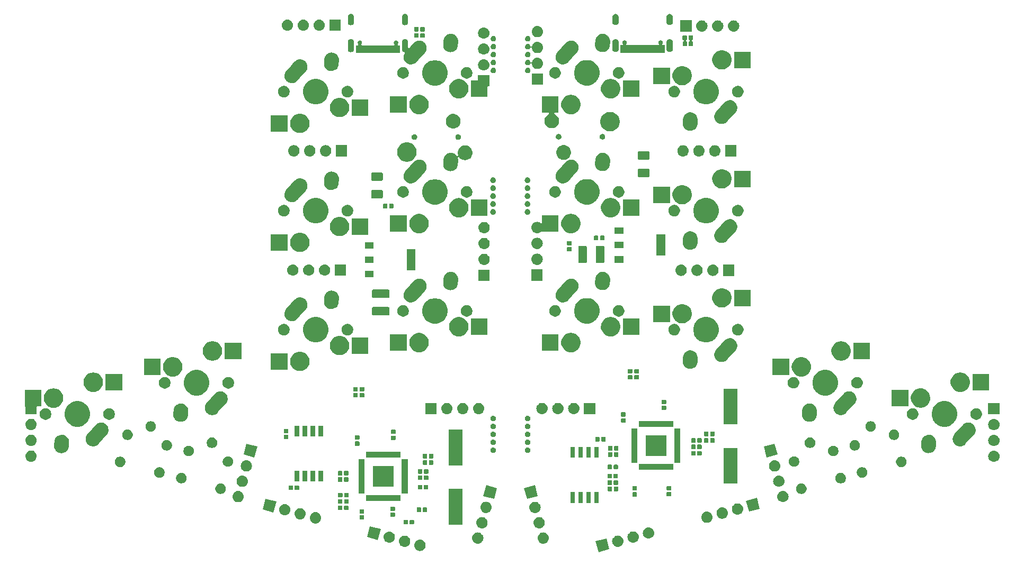
<source format=gbr>
G04 #@! TF.GenerationSoftware,KiCad,Pcbnew,(5.1.4)-1*
G04 #@! TF.CreationDate,2023-06-17T21:44:23-04:00*
G04 #@! TF.ProjectId,ThumbsUp,5468756d-6273-4557-902e-6b696361645f,rev?*
G04 #@! TF.SameCoordinates,Original*
G04 #@! TF.FileFunction,Soldermask,Bot*
G04 #@! TF.FilePolarity,Negative*
%FSLAX46Y46*%
G04 Gerber Fmt 4.6, Leading zero omitted, Abs format (unit mm)*
G04 Created by KiCad (PCBNEW (5.1.4)-1) date 2023-06-17 21:44:23*
%MOMM*%
%LPD*%
G04 APERTURE LIST*
%ADD10C,0.100000*%
G04 APERTURE END LIST*
D10*
G36*
X148955165Y-473619626D02*
G01*
X147214567Y-474086018D01*
X146748175Y-472345420D01*
X148488773Y-471879028D01*
X148955165Y-473619626D01*
X148955165Y-473619626D01*
G37*
G36*
X118803587Y-472090671D02*
G01*
X118869772Y-472097190D01*
X119039611Y-472148710D01*
X119039613Y-472148711D01*
X119063438Y-472161446D01*
X119196136Y-472232375D01*
X119231874Y-472261705D01*
X119333331Y-472344967D01*
X119416593Y-472446424D01*
X119445923Y-472482162D01*
X119529588Y-472638687D01*
X119581108Y-472808526D01*
X119598504Y-472985153D01*
X119581108Y-473161780D01*
X119529588Y-473331619D01*
X119445923Y-473488144D01*
X119416593Y-473523882D01*
X119333331Y-473625339D01*
X119231874Y-473708601D01*
X119196136Y-473737931D01*
X119039611Y-473821596D01*
X118869772Y-473873116D01*
X118803588Y-473879634D01*
X118737405Y-473886153D01*
X118648885Y-473886153D01*
X118582702Y-473879634D01*
X118516518Y-473873116D01*
X118346679Y-473821596D01*
X118190154Y-473737931D01*
X118154416Y-473708601D01*
X118052959Y-473625339D01*
X117969697Y-473523882D01*
X117940367Y-473488144D01*
X117856702Y-473331619D01*
X117805182Y-473161780D01*
X117787786Y-472985153D01*
X117805182Y-472808526D01*
X117856702Y-472638687D01*
X117940367Y-472482162D01*
X117969697Y-472446424D01*
X118052959Y-472344967D01*
X118154416Y-472261705D01*
X118190154Y-472232375D01*
X118322852Y-472161446D01*
X118346677Y-472148711D01*
X118346679Y-472148710D01*
X118516518Y-472097190D01*
X118582703Y-472090671D01*
X118648885Y-472084153D01*
X118737405Y-472084153D01*
X118803587Y-472090671D01*
X118803587Y-472090671D01*
G37*
G36*
X116350135Y-471433271D02*
G01*
X116416320Y-471439790D01*
X116586159Y-471491310D01*
X116742684Y-471574975D01*
X116778422Y-471604305D01*
X116879879Y-471687567D01*
X116941866Y-471763100D01*
X116992471Y-471824762D01*
X117076136Y-471981287D01*
X117127656Y-472151126D01*
X117145052Y-472327753D01*
X117127656Y-472504380D01*
X117076136Y-472674219D01*
X116992471Y-472830744D01*
X116963141Y-472866482D01*
X116879879Y-472967939D01*
X116778422Y-473051201D01*
X116742684Y-473080531D01*
X116586159Y-473164196D01*
X116416320Y-473215716D01*
X116350135Y-473222235D01*
X116283953Y-473228753D01*
X116195433Y-473228753D01*
X116129251Y-473222235D01*
X116063066Y-473215716D01*
X115893227Y-473164196D01*
X115736702Y-473080531D01*
X115700964Y-473051201D01*
X115599507Y-472967939D01*
X115516245Y-472866482D01*
X115486915Y-472830744D01*
X115403250Y-472674219D01*
X115351730Y-472504380D01*
X115334334Y-472327753D01*
X115351730Y-472151126D01*
X115403250Y-471981287D01*
X115486915Y-471824762D01*
X115537520Y-471763100D01*
X115599507Y-471687567D01*
X115700964Y-471604305D01*
X115736702Y-471574975D01*
X115893227Y-471491310D01*
X116063066Y-471439790D01*
X116129251Y-471433271D01*
X116195433Y-471426753D01*
X116283953Y-471426753D01*
X116350135Y-471433271D01*
X116350135Y-471433271D01*
G37*
G36*
X150415564Y-471430641D02*
G01*
X150481749Y-471437160D01*
X150651588Y-471488680D01*
X150651590Y-471488681D01*
X150661030Y-471493727D01*
X150808113Y-471572345D01*
X150843851Y-471601675D01*
X150945308Y-471684937D01*
X151028570Y-471786394D01*
X151057900Y-471822132D01*
X151141565Y-471978657D01*
X151193085Y-472148496D01*
X151210481Y-472325123D01*
X151193085Y-472501750D01*
X151141565Y-472671589D01*
X151057900Y-472828114D01*
X151028570Y-472863852D01*
X150945308Y-472965309D01*
X150843851Y-473048571D01*
X150808113Y-473077901D01*
X150651588Y-473161566D01*
X150481749Y-473213086D01*
X150415565Y-473219604D01*
X150349382Y-473226123D01*
X150260862Y-473226123D01*
X150194679Y-473219604D01*
X150128495Y-473213086D01*
X149958656Y-473161566D01*
X149802131Y-473077901D01*
X149766393Y-473048571D01*
X149664936Y-472965309D01*
X149581674Y-472863852D01*
X149552344Y-472828114D01*
X149468679Y-472671589D01*
X149417159Y-472501750D01*
X149399763Y-472325123D01*
X149417159Y-472148496D01*
X149468679Y-471978657D01*
X149552344Y-471822132D01*
X149581674Y-471786394D01*
X149664936Y-471684937D01*
X149766393Y-471601675D01*
X149802131Y-471572345D01*
X149949214Y-471493727D01*
X149958654Y-471488681D01*
X149958656Y-471488680D01*
X150128495Y-471437160D01*
X150194680Y-471430641D01*
X150260862Y-471424123D01*
X150349382Y-471424123D01*
X150415564Y-471430641D01*
X150415564Y-471430641D01*
G37*
G36*
X138501573Y-470920497D02*
G01*
X138567757Y-470927015D01*
X138737596Y-470978535D01*
X138894121Y-471062200D01*
X138929859Y-471091530D01*
X139031316Y-471174792D01*
X139114578Y-471276249D01*
X139143908Y-471311987D01*
X139227573Y-471468512D01*
X139279093Y-471638351D01*
X139296489Y-471814978D01*
X139279093Y-471991605D01*
X139227573Y-472161444D01*
X139143908Y-472317969D01*
X139135878Y-472327753D01*
X139031316Y-472455164D01*
X138929859Y-472538426D01*
X138894121Y-472567756D01*
X138894119Y-472567757D01*
X138761420Y-472638687D01*
X138737596Y-472651421D01*
X138567757Y-472702941D01*
X138501572Y-472709460D01*
X138435390Y-472715978D01*
X138346870Y-472715978D01*
X138280688Y-472709460D01*
X138214503Y-472702941D01*
X138044664Y-472651421D01*
X138020841Y-472638687D01*
X137888141Y-472567757D01*
X137888139Y-472567756D01*
X137852401Y-472538426D01*
X137750944Y-472455164D01*
X137646382Y-472327753D01*
X137638352Y-472317969D01*
X137554687Y-472161444D01*
X137503167Y-471991605D01*
X137485771Y-471814978D01*
X137503167Y-471638351D01*
X137554687Y-471468512D01*
X137638352Y-471311987D01*
X137667682Y-471276249D01*
X137750944Y-471174792D01*
X137852401Y-471091530D01*
X137888139Y-471062200D01*
X138044664Y-470978535D01*
X138214503Y-470927015D01*
X138280687Y-470920497D01*
X138346870Y-470913978D01*
X138435390Y-470913978D01*
X138501573Y-470920497D01*
X138501573Y-470920497D01*
G37*
G36*
X128034119Y-470917573D02*
G01*
X128109416Y-470924989D01*
X128279255Y-470976509D01*
X128435780Y-471060174D01*
X128471518Y-471089504D01*
X128572975Y-471172766D01*
X128656237Y-471274223D01*
X128685567Y-471309961D01*
X128769232Y-471466486D01*
X128820752Y-471636325D01*
X128838148Y-471812952D01*
X128820752Y-471989579D01*
X128769232Y-472159418D01*
X128685567Y-472315943D01*
X128661747Y-472344967D01*
X128572975Y-472453138D01*
X128471518Y-472536400D01*
X128435780Y-472565730D01*
X128279255Y-472649395D01*
X128109416Y-472700915D01*
X128043232Y-472707433D01*
X127977049Y-472713952D01*
X127888529Y-472713952D01*
X127822346Y-472707433D01*
X127756162Y-472700915D01*
X127586323Y-472649395D01*
X127429798Y-472565730D01*
X127394060Y-472536400D01*
X127292603Y-472453138D01*
X127203831Y-472344967D01*
X127180011Y-472315943D01*
X127096346Y-472159418D01*
X127044826Y-471989579D01*
X127027430Y-471812952D01*
X127044826Y-471636325D01*
X127096346Y-471466486D01*
X127180011Y-471309961D01*
X127209341Y-471274223D01*
X127292603Y-471172766D01*
X127394060Y-471089504D01*
X127429798Y-471060174D01*
X127586323Y-470976509D01*
X127756162Y-470924989D01*
X127831459Y-470917573D01*
X127888529Y-470911952D01*
X127977049Y-470911952D01*
X128034119Y-470917573D01*
X128034119Y-470917573D01*
G37*
G36*
X113896684Y-470775870D02*
G01*
X113962869Y-470782389D01*
X114132708Y-470833909D01*
X114289233Y-470917574D01*
X114324971Y-470946904D01*
X114426428Y-471030166D01*
X114509690Y-471131623D01*
X114539020Y-471167361D01*
X114622685Y-471323886D01*
X114674205Y-471493725D01*
X114691601Y-471670352D01*
X114674205Y-471846979D01*
X114622685Y-472016818D01*
X114539020Y-472173343D01*
X114509690Y-472209081D01*
X114426428Y-472310538D01*
X114324971Y-472393800D01*
X114289233Y-472423130D01*
X114289231Y-472423131D01*
X114142147Y-472501750D01*
X114132708Y-472506795D01*
X113962869Y-472558315D01*
X113896685Y-472564833D01*
X113830502Y-472571352D01*
X113741982Y-472571352D01*
X113675799Y-472564833D01*
X113609615Y-472558315D01*
X113439776Y-472506795D01*
X113430338Y-472501750D01*
X113283253Y-472423131D01*
X113283251Y-472423130D01*
X113247513Y-472393800D01*
X113146056Y-472310538D01*
X113062794Y-472209081D01*
X113033464Y-472173343D01*
X112949799Y-472016818D01*
X112898279Y-471846979D01*
X112880883Y-471670352D01*
X112898279Y-471493725D01*
X112949799Y-471323886D01*
X113033464Y-471167361D01*
X113062794Y-471131623D01*
X113146056Y-471030166D01*
X113247513Y-470946904D01*
X113283251Y-470917574D01*
X113439776Y-470833909D01*
X113609615Y-470782389D01*
X113675800Y-470775870D01*
X113741982Y-470769352D01*
X113830502Y-470769352D01*
X113896684Y-470775870D01*
X113896684Y-470775870D01*
G37*
G36*
X152869016Y-470773241D02*
G01*
X152935200Y-470779759D01*
X153105039Y-470831279D01*
X153261564Y-470914944D01*
X153276272Y-470927015D01*
X153398759Y-471027536D01*
X153482021Y-471128993D01*
X153511351Y-471164731D01*
X153595016Y-471321256D01*
X153646536Y-471491095D01*
X153663932Y-471667722D01*
X153646536Y-471844349D01*
X153595016Y-472014188D01*
X153511351Y-472170713D01*
X153482021Y-472206451D01*
X153398759Y-472307908D01*
X153297302Y-472391170D01*
X153261564Y-472420500D01*
X153105039Y-472504165D01*
X152935200Y-472555685D01*
X152869016Y-472562203D01*
X152802833Y-472568722D01*
X152714313Y-472568722D01*
X152648130Y-472562203D01*
X152581946Y-472555685D01*
X152412107Y-472504165D01*
X152255582Y-472420500D01*
X152219844Y-472391170D01*
X152118387Y-472307908D01*
X152035125Y-472206451D01*
X152005795Y-472170713D01*
X151922130Y-472014188D01*
X151870610Y-471844349D01*
X151853214Y-471667722D01*
X151870610Y-471491095D01*
X151922130Y-471321256D01*
X152005795Y-471164731D01*
X152035125Y-471128993D01*
X152118387Y-471027536D01*
X152240874Y-470927015D01*
X152255582Y-470914944D01*
X152412107Y-470831279D01*
X152581946Y-470779759D01*
X152648130Y-470773241D01*
X152714313Y-470766722D01*
X152802833Y-470766722D01*
X152869016Y-470773241D01*
X152869016Y-470773241D01*
G37*
G36*
X112436285Y-470375849D02*
G01*
X111969893Y-472116447D01*
X110229295Y-471650055D01*
X110695687Y-469909457D01*
X112436285Y-470375849D01*
X112436285Y-470375849D01*
G37*
G36*
X155322468Y-470115841D02*
G01*
X155388652Y-470122359D01*
X155558491Y-470173879D01*
X155715016Y-470257544D01*
X155750754Y-470286874D01*
X155852211Y-470370136D01*
X155935473Y-470471593D01*
X155964803Y-470507331D01*
X156048468Y-470663856D01*
X156099988Y-470833695D01*
X156117384Y-471010322D01*
X156099988Y-471186949D01*
X156048468Y-471356788D01*
X155964803Y-471513313D01*
X155935473Y-471549051D01*
X155852211Y-471650508D01*
X155750754Y-471733770D01*
X155715016Y-471763100D01*
X155558491Y-471846765D01*
X155388652Y-471898285D01*
X155322468Y-471904803D01*
X155256285Y-471911322D01*
X155167765Y-471911322D01*
X155101582Y-471904803D01*
X155035398Y-471898285D01*
X154865559Y-471846765D01*
X154709034Y-471763100D01*
X154673296Y-471733770D01*
X154571839Y-471650508D01*
X154488577Y-471549051D01*
X154459247Y-471513313D01*
X154375582Y-471356788D01*
X154324062Y-471186949D01*
X154306666Y-471010322D01*
X154324062Y-470833695D01*
X154375582Y-470663856D01*
X154459247Y-470507331D01*
X154488577Y-470471593D01*
X154571839Y-470370136D01*
X154673296Y-470286874D01*
X154709034Y-470257544D01*
X154865559Y-470173879D01*
X155035398Y-470122359D01*
X155101582Y-470115841D01*
X155167765Y-470109322D01*
X155256285Y-470109322D01*
X155322468Y-470115841D01*
X155322468Y-470115841D01*
G37*
G36*
X137826562Y-468465310D02*
G01*
X137910357Y-468473563D01*
X138080196Y-468525083D01*
X138236721Y-468608748D01*
X138272459Y-468638078D01*
X138373916Y-468721340D01*
X138451050Y-468815329D01*
X138486508Y-468858535D01*
X138486509Y-468858537D01*
X138551907Y-468980886D01*
X138570173Y-469015060D01*
X138621693Y-469184899D01*
X138639089Y-469361526D01*
X138621693Y-469538153D01*
X138570173Y-469707992D01*
X138486508Y-469864517D01*
X138457178Y-469900255D01*
X138373916Y-470001712D01*
X138272459Y-470084974D01*
X138236721Y-470114304D01*
X138080196Y-470197969D01*
X137910357Y-470249489D01*
X137844173Y-470256007D01*
X137777990Y-470262526D01*
X137689470Y-470262526D01*
X137623287Y-470256007D01*
X137557103Y-470249489D01*
X137387264Y-470197969D01*
X137230739Y-470114304D01*
X137195001Y-470084974D01*
X137093544Y-470001712D01*
X137010282Y-469900255D01*
X136980952Y-469864517D01*
X136897287Y-469707992D01*
X136845767Y-469538153D01*
X136828371Y-469361526D01*
X136845767Y-469184899D01*
X136897287Y-469015060D01*
X136915554Y-468980886D01*
X136980951Y-468858537D01*
X136980952Y-468858535D01*
X137016410Y-468815329D01*
X137093544Y-468721340D01*
X137195001Y-468638078D01*
X137230739Y-468608748D01*
X137387264Y-468525083D01*
X137557103Y-468473563D01*
X137640898Y-468465310D01*
X137689470Y-468460526D01*
X137777990Y-468460526D01*
X137826562Y-468465310D01*
X137826562Y-468465310D01*
G37*
G36*
X128700631Y-468465018D02*
G01*
X128766816Y-468471537D01*
X128936655Y-468523057D01*
X129093180Y-468606722D01*
X129128918Y-468636052D01*
X129230375Y-468719314D01*
X129294586Y-468797557D01*
X129342967Y-468856509D01*
X129342968Y-468856511D01*
X129404936Y-468972443D01*
X129426632Y-469013034D01*
X129478152Y-469182873D01*
X129495548Y-469359500D01*
X129478152Y-469536127D01*
X129426632Y-469705966D01*
X129342967Y-469862491D01*
X129341304Y-469864517D01*
X129230375Y-469999686D01*
X129128918Y-470082948D01*
X129093180Y-470112278D01*
X128936655Y-470195943D01*
X128766816Y-470247463D01*
X128700631Y-470253982D01*
X128634449Y-470260500D01*
X128545929Y-470260500D01*
X128479747Y-470253982D01*
X128413562Y-470247463D01*
X128243723Y-470195943D01*
X128087198Y-470112278D01*
X128051460Y-470082948D01*
X127950003Y-469999686D01*
X127839074Y-469864517D01*
X127837411Y-469862491D01*
X127753746Y-469705966D01*
X127702226Y-469536127D01*
X127684830Y-469359500D01*
X127702226Y-469182873D01*
X127753746Y-469013034D01*
X127775443Y-468972443D01*
X127837410Y-468856511D01*
X127837411Y-468856509D01*
X127885792Y-468797557D01*
X127950003Y-468719314D01*
X128051460Y-468636052D01*
X128087198Y-468606722D01*
X128243723Y-468523057D01*
X128413562Y-468471537D01*
X128479747Y-468465018D01*
X128545929Y-468458500D01*
X128634449Y-468458500D01*
X128700631Y-468465018D01*
X128700631Y-468465018D01*
G37*
G36*
X125451000Y-469676000D02*
G01*
X123249000Y-469676000D01*
X123249000Y-463974000D01*
X125451000Y-463974000D01*
X125451000Y-469676000D01*
X125451000Y-469676000D01*
G37*
G36*
X117651938Y-468906716D02*
G01*
X117672557Y-468912971D01*
X117691553Y-468923124D01*
X117708208Y-468936792D01*
X117721876Y-468953447D01*
X117732029Y-468972443D01*
X117738284Y-468993062D01*
X117741000Y-469020640D01*
X117741000Y-469529360D01*
X117738284Y-469556938D01*
X117732029Y-469577557D01*
X117721876Y-469596553D01*
X117708208Y-469613208D01*
X117691553Y-469626876D01*
X117672557Y-469637029D01*
X117651938Y-469643284D01*
X117624360Y-469646000D01*
X117165640Y-469646000D01*
X117138062Y-469643284D01*
X117117443Y-469637029D01*
X117098447Y-469626876D01*
X117081792Y-469613208D01*
X117068124Y-469596553D01*
X117057971Y-469577557D01*
X117051716Y-469556938D01*
X117049000Y-469529360D01*
X117049000Y-469020640D01*
X117051716Y-468993062D01*
X117057971Y-468972443D01*
X117068124Y-468953447D01*
X117081792Y-468936792D01*
X117098447Y-468923124D01*
X117117443Y-468912971D01*
X117138062Y-468906716D01*
X117165640Y-468904000D01*
X117624360Y-468904000D01*
X117651938Y-468906716D01*
X117651938Y-468906716D01*
G37*
G36*
X116681938Y-468906716D02*
G01*
X116702557Y-468912971D01*
X116721553Y-468923124D01*
X116738208Y-468936792D01*
X116751876Y-468953447D01*
X116762029Y-468972443D01*
X116768284Y-468993062D01*
X116771000Y-469020640D01*
X116771000Y-469529360D01*
X116768284Y-469556938D01*
X116762029Y-469577557D01*
X116751876Y-469596553D01*
X116738208Y-469613208D01*
X116721553Y-469626876D01*
X116702557Y-469637029D01*
X116681938Y-469643284D01*
X116654360Y-469646000D01*
X116195640Y-469646000D01*
X116168062Y-469643284D01*
X116147443Y-469637029D01*
X116128447Y-469626876D01*
X116111792Y-469613208D01*
X116098124Y-469596553D01*
X116087971Y-469577557D01*
X116081716Y-469556938D01*
X116079000Y-469529360D01*
X116079000Y-469020640D01*
X116081716Y-468993062D01*
X116087971Y-468972443D01*
X116098124Y-468953447D01*
X116111792Y-468936792D01*
X116128447Y-468923124D01*
X116147443Y-468912971D01*
X116168062Y-468906716D01*
X116195640Y-468904000D01*
X116654360Y-468904000D01*
X116681938Y-468906716D01*
X116681938Y-468906716D01*
G37*
G36*
X102103586Y-467690672D02*
G01*
X102169771Y-467697191D01*
X102339610Y-467748711D01*
X102339612Y-467748712D01*
X102354652Y-467756751D01*
X102496135Y-467832376D01*
X102524672Y-467855796D01*
X102633330Y-467944968D01*
X102716592Y-468046425D01*
X102745922Y-468082163D01*
X102745923Y-468082165D01*
X102821441Y-468223447D01*
X102829587Y-468238688D01*
X102881107Y-468408527D01*
X102898503Y-468585154D01*
X102881107Y-468761781D01*
X102832164Y-468923124D01*
X102829586Y-468931622D01*
X102803254Y-468980886D01*
X102745922Y-469088145D01*
X102717556Y-469122709D01*
X102633330Y-469225340D01*
X102531873Y-469308602D01*
X102496135Y-469337932D01*
X102339610Y-469421597D01*
X102169771Y-469473117D01*
X102103587Y-469479635D01*
X102037404Y-469486154D01*
X101948884Y-469486154D01*
X101882701Y-469479635D01*
X101816517Y-469473117D01*
X101646678Y-469421597D01*
X101490153Y-469337932D01*
X101454415Y-469308602D01*
X101352958Y-469225340D01*
X101268732Y-469122709D01*
X101240366Y-469088145D01*
X101183034Y-468980886D01*
X101156702Y-468931622D01*
X101154124Y-468923124D01*
X101105181Y-468761781D01*
X101087785Y-468585154D01*
X101105181Y-468408527D01*
X101156701Y-468238688D01*
X101164848Y-468223447D01*
X101240365Y-468082165D01*
X101240366Y-468082163D01*
X101269696Y-468046425D01*
X101352958Y-467944968D01*
X101461616Y-467855796D01*
X101490153Y-467832376D01*
X101631636Y-467756751D01*
X101646676Y-467748712D01*
X101646678Y-467748711D01*
X101816517Y-467697191D01*
X101882702Y-467690672D01*
X101948884Y-467684154D01*
X102037404Y-467684154D01*
X102103586Y-467690672D01*
X102103586Y-467690672D01*
G37*
G36*
X164662112Y-467588043D02*
G01*
X164728296Y-467594561D01*
X164898135Y-467646081D01*
X165054660Y-467729746D01*
X165080715Y-467751129D01*
X165191855Y-467842338D01*
X165257231Y-467922000D01*
X165304447Y-467979533D01*
X165304448Y-467979535D01*
X165372471Y-468106795D01*
X165388112Y-468136058D01*
X165439632Y-468305897D01*
X165457028Y-468482524D01*
X165439632Y-468659151D01*
X165388112Y-468828990D01*
X165304447Y-468985515D01*
X165280200Y-469015060D01*
X165191855Y-469122710D01*
X165090398Y-469205972D01*
X165054660Y-469235302D01*
X164898135Y-469318967D01*
X164728296Y-469370487D01*
X164662112Y-469377005D01*
X164595929Y-469383524D01*
X164507409Y-469383524D01*
X164441226Y-469377005D01*
X164375042Y-469370487D01*
X164205203Y-469318967D01*
X164048678Y-469235302D01*
X164012940Y-469205972D01*
X163911483Y-469122710D01*
X163823138Y-469015060D01*
X163798891Y-468985515D01*
X163715226Y-468828990D01*
X163663706Y-468659151D01*
X163646310Y-468482524D01*
X163663706Y-468305897D01*
X163715226Y-468136058D01*
X163730868Y-468106795D01*
X163798890Y-467979535D01*
X163798891Y-467979533D01*
X163846107Y-467922000D01*
X163911483Y-467842338D01*
X164022623Y-467751129D01*
X164048678Y-467729746D01*
X164205203Y-467646081D01*
X164375042Y-467594561D01*
X164441226Y-467588043D01*
X164507409Y-467581524D01*
X164595929Y-467581524D01*
X164662112Y-467588043D01*
X164662112Y-467588043D01*
G37*
G36*
X109681938Y-468176716D02*
G01*
X109702557Y-468182971D01*
X109721553Y-468193124D01*
X109738208Y-468206792D01*
X109751876Y-468223447D01*
X109762029Y-468242443D01*
X109768284Y-468263062D01*
X109771000Y-468290640D01*
X109771000Y-468749360D01*
X109768284Y-468776938D01*
X109762029Y-468797557D01*
X109751876Y-468816553D01*
X109738208Y-468833208D01*
X109721553Y-468846876D01*
X109702557Y-468857029D01*
X109681938Y-468863284D01*
X109654360Y-468866000D01*
X109145640Y-468866000D01*
X109118062Y-468863284D01*
X109097443Y-468857029D01*
X109078447Y-468846876D01*
X109061792Y-468833208D01*
X109048124Y-468816553D01*
X109037971Y-468797557D01*
X109031716Y-468776938D01*
X109029000Y-468749360D01*
X109029000Y-468290640D01*
X109031716Y-468263062D01*
X109037971Y-468242443D01*
X109048124Y-468223447D01*
X109061792Y-468206792D01*
X109078447Y-468193124D01*
X109097443Y-468182971D01*
X109118062Y-468176716D01*
X109145640Y-468174000D01*
X109654360Y-468174000D01*
X109681938Y-468176716D01*
X109681938Y-468176716D01*
G37*
G36*
X99650134Y-467033272D02*
G01*
X99716319Y-467039791D01*
X99886158Y-467091311D01*
X100042683Y-467174976D01*
X100078049Y-467204000D01*
X100179878Y-467287568D01*
X100253272Y-467377000D01*
X100292470Y-467424763D01*
X100376135Y-467581288D01*
X100427655Y-467751127D01*
X100445051Y-467927754D01*
X100427655Y-468104381D01*
X100376135Y-468274220D01*
X100292470Y-468430745D01*
X100269692Y-468458500D01*
X100179878Y-468567940D01*
X100078421Y-468651202D01*
X100042683Y-468680532D01*
X99886158Y-468764197D01*
X99716319Y-468815717D01*
X99650135Y-468822235D01*
X99583952Y-468828754D01*
X99495432Y-468828754D01*
X99429249Y-468822235D01*
X99363065Y-468815717D01*
X99193226Y-468764197D01*
X99036701Y-468680532D01*
X99000963Y-468651202D01*
X98899506Y-468567940D01*
X98809692Y-468458500D01*
X98786914Y-468430745D01*
X98703249Y-468274220D01*
X98651729Y-468104381D01*
X98634333Y-467927754D01*
X98651729Y-467751127D01*
X98703249Y-467581288D01*
X98786914Y-467424763D01*
X98826112Y-467377000D01*
X98899506Y-467287568D01*
X99001335Y-467204000D01*
X99036701Y-467174976D01*
X99193226Y-467091311D01*
X99363065Y-467039791D01*
X99429250Y-467033272D01*
X99495432Y-467026754D01*
X99583952Y-467026754D01*
X99650134Y-467033272D01*
X99650134Y-467033272D01*
G37*
G36*
X167098887Y-466929000D02*
G01*
X167181748Y-466937161D01*
X167351587Y-466988681D01*
X167351589Y-466988682D01*
X167383775Y-467005886D01*
X167508112Y-467072346D01*
X167531222Y-467091312D01*
X167645307Y-467184938D01*
X167715404Y-467270353D01*
X167757899Y-467322133D01*
X167841564Y-467478658D01*
X167893084Y-467648497D01*
X167910480Y-467825124D01*
X167893084Y-468001751D01*
X167841564Y-468171590D01*
X167841563Y-468171592D01*
X167822748Y-468206792D01*
X167757899Y-468328115D01*
X167742400Y-468347000D01*
X167645307Y-468465310D01*
X167543850Y-468548572D01*
X167508112Y-468577902D01*
X167351587Y-468661567D01*
X167181748Y-468713087D01*
X167118523Y-468719314D01*
X167049381Y-468726124D01*
X166960861Y-468726124D01*
X166891719Y-468719314D01*
X166828494Y-468713087D01*
X166658655Y-468661567D01*
X166502130Y-468577902D01*
X166466392Y-468548572D01*
X166364935Y-468465310D01*
X166267842Y-468347000D01*
X166252343Y-468328115D01*
X166187494Y-468206792D01*
X166168679Y-468171592D01*
X166168678Y-468171590D01*
X166117158Y-468001751D01*
X166099762Y-467825124D01*
X166117158Y-467648497D01*
X166168678Y-467478658D01*
X166252343Y-467322133D01*
X166294838Y-467270353D01*
X166364935Y-467184938D01*
X166479020Y-467091312D01*
X166502130Y-467072346D01*
X166626467Y-467005886D01*
X166658653Y-466988682D01*
X166658655Y-466988681D01*
X166828494Y-466937161D01*
X166911355Y-466929000D01*
X166960861Y-466924124D01*
X167049381Y-466924124D01*
X167098887Y-466929000D01*
X167098887Y-466929000D01*
G37*
G36*
X114606938Y-467751716D02*
G01*
X114627557Y-467757971D01*
X114646553Y-467768124D01*
X114663208Y-467781792D01*
X114676876Y-467798447D01*
X114687029Y-467817443D01*
X114693284Y-467838062D01*
X114696000Y-467865640D01*
X114696000Y-468324360D01*
X114693284Y-468351938D01*
X114687029Y-468372557D01*
X114676876Y-468391553D01*
X114663208Y-468408208D01*
X114646553Y-468421876D01*
X114627557Y-468432029D01*
X114606938Y-468438284D01*
X114579360Y-468441000D01*
X114070640Y-468441000D01*
X114043062Y-468438284D01*
X114022443Y-468432029D01*
X114003447Y-468421876D01*
X113986792Y-468408208D01*
X113973124Y-468391553D01*
X113962971Y-468372557D01*
X113956716Y-468351938D01*
X113954000Y-468324360D01*
X113954000Y-467865640D01*
X113956716Y-467838062D01*
X113962971Y-467817443D01*
X113973124Y-467798447D01*
X113986792Y-467781792D01*
X114003447Y-467768124D01*
X114022443Y-467757971D01*
X114043062Y-467751716D01*
X114070640Y-467749000D01*
X114579360Y-467749000D01*
X114606938Y-467751716D01*
X114606938Y-467751716D01*
G37*
G36*
X97196683Y-466375871D02*
G01*
X97262868Y-466382390D01*
X97432707Y-466433910D01*
X97589232Y-466517575D01*
X97624970Y-466546905D01*
X97726427Y-466630167D01*
X97807882Y-466729422D01*
X97839019Y-466767362D01*
X97922684Y-466923887D01*
X97974204Y-467093726D01*
X97991600Y-467270353D01*
X97974204Y-467446980D01*
X97927010Y-467602557D01*
X97922683Y-467616821D01*
X97900762Y-467657831D01*
X97839019Y-467773344D01*
X97826003Y-467789204D01*
X97726427Y-467910539D01*
X97642356Y-467979533D01*
X97589232Y-468023131D01*
X97432707Y-468106796D01*
X97262868Y-468158316D01*
X97196684Y-468164834D01*
X97130501Y-468171353D01*
X97041981Y-468171353D01*
X96975798Y-468164834D01*
X96909614Y-468158316D01*
X96739775Y-468106796D01*
X96583250Y-468023131D01*
X96530126Y-467979533D01*
X96446055Y-467910539D01*
X96346479Y-467789204D01*
X96333463Y-467773344D01*
X96271720Y-467657831D01*
X96249799Y-467616821D01*
X96245472Y-467602557D01*
X96198278Y-467446980D01*
X96180882Y-467270353D01*
X96198278Y-467093726D01*
X96249798Y-466923887D01*
X96333463Y-466767362D01*
X96364600Y-466729422D01*
X96446055Y-466630167D01*
X96547512Y-466546905D01*
X96583250Y-466517575D01*
X96739775Y-466433910D01*
X96909614Y-466382390D01*
X96975799Y-466375871D01*
X97041981Y-466369353D01*
X97130501Y-466369353D01*
X97196683Y-466375871D01*
X97196683Y-466375871D01*
G37*
G36*
X169562065Y-466272557D02*
G01*
X169635199Y-466279760D01*
X169805038Y-466331280D01*
X169805040Y-466331281D01*
X169823223Y-466341000D01*
X169961563Y-466414945D01*
X169984673Y-466433911D01*
X170098758Y-466527537D01*
X170181181Y-466627971D01*
X170211350Y-466664732D01*
X170295015Y-466821257D01*
X170346535Y-466991096D01*
X170363931Y-467167723D01*
X170346535Y-467344350D01*
X170295015Y-467514189D01*
X170211350Y-467670714D01*
X170211115Y-467671000D01*
X170098758Y-467807909D01*
X170000862Y-467888249D01*
X169961563Y-467920501D01*
X169805038Y-468004166D01*
X169635199Y-468055686D01*
X169569014Y-468062205D01*
X169502832Y-468068723D01*
X169414312Y-468068723D01*
X169348130Y-468062205D01*
X169281945Y-468055686D01*
X169112106Y-468004166D01*
X168955581Y-467920501D01*
X168916282Y-467888249D01*
X168818386Y-467807909D01*
X168706029Y-467671000D01*
X168705794Y-467670714D01*
X168622129Y-467514189D01*
X168570609Y-467344350D01*
X168553213Y-467167723D01*
X168570609Y-466991096D01*
X168622129Y-466821257D01*
X168705794Y-466664732D01*
X168735963Y-466627971D01*
X168818386Y-466527537D01*
X168932471Y-466433911D01*
X168955581Y-466414945D01*
X169093921Y-466341000D01*
X169112104Y-466331281D01*
X169112106Y-466331280D01*
X169281945Y-466279760D01*
X169355079Y-466272557D01*
X169414312Y-466266723D01*
X169502832Y-466266723D01*
X169562065Y-466272557D01*
X169562065Y-466272557D01*
G37*
G36*
X109681938Y-467206716D02*
G01*
X109702557Y-467212971D01*
X109721553Y-467223124D01*
X109738208Y-467236792D01*
X109751876Y-467253447D01*
X109762029Y-467272443D01*
X109768284Y-467293062D01*
X109771000Y-467320640D01*
X109771000Y-467779360D01*
X109768284Y-467806938D01*
X109762029Y-467827557D01*
X109751876Y-467846553D01*
X109738208Y-467863208D01*
X109721553Y-467876876D01*
X109702557Y-467887029D01*
X109681938Y-467893284D01*
X109654360Y-467896000D01*
X109145640Y-467896000D01*
X109118062Y-467893284D01*
X109097443Y-467887029D01*
X109078447Y-467876876D01*
X109061792Y-467863208D01*
X109048124Y-467846553D01*
X109037971Y-467827557D01*
X109031716Y-467806938D01*
X109029000Y-467779360D01*
X109029000Y-467320640D01*
X109031716Y-467293062D01*
X109037971Y-467272443D01*
X109048124Y-467253447D01*
X109061792Y-467236792D01*
X109078447Y-467223124D01*
X109097443Y-467212971D01*
X109118062Y-467206716D01*
X109145640Y-467204000D01*
X109654360Y-467204000D01*
X109681938Y-467206716D01*
X109681938Y-467206716D01*
G37*
G36*
X137186772Y-466013594D02*
G01*
X137252956Y-466020112D01*
X137422795Y-466071632D01*
X137579320Y-466155297D01*
X137615058Y-466184627D01*
X137716515Y-466267889D01*
X137799777Y-466369346D01*
X137829107Y-466405084D01*
X137912772Y-466561609D01*
X137964292Y-466731448D01*
X137981688Y-466908075D01*
X137964292Y-467084702D01*
X137912772Y-467254541D01*
X137829107Y-467411066D01*
X137821505Y-467420329D01*
X137716515Y-467548261D01*
X137627207Y-467621553D01*
X137579320Y-467660853D01*
X137422795Y-467744518D01*
X137252956Y-467796038D01*
X137186772Y-467802556D01*
X137120589Y-467809075D01*
X137032069Y-467809075D01*
X136965886Y-467802556D01*
X136899702Y-467796038D01*
X136729863Y-467744518D01*
X136573338Y-467660853D01*
X136525451Y-467621553D01*
X136436143Y-467548261D01*
X136331153Y-467420329D01*
X136323551Y-467411066D01*
X136239886Y-467254541D01*
X136188366Y-467084702D01*
X136170970Y-466908075D01*
X136188366Y-466731448D01*
X136239886Y-466561609D01*
X136323551Y-466405084D01*
X136352881Y-466369346D01*
X136436143Y-466267889D01*
X136537600Y-466184627D01*
X136573338Y-466155297D01*
X136729863Y-466071632D01*
X136899702Y-466020112D01*
X136965886Y-466013594D01*
X137032069Y-466007075D01*
X137120589Y-466007075D01*
X137186772Y-466013594D01*
X137186772Y-466013594D01*
G37*
G36*
X129358033Y-466011568D02*
G01*
X129424217Y-466018086D01*
X129594056Y-466069606D01*
X129750581Y-466153271D01*
X129768528Y-466168000D01*
X129887776Y-466265863D01*
X129947209Y-466338284D01*
X130000368Y-466403058D01*
X130084033Y-466559583D01*
X130135553Y-466729422D01*
X130152949Y-466906049D01*
X130135553Y-467082676D01*
X130084033Y-467252515D01*
X130000368Y-467409040D01*
X129976430Y-467438208D01*
X129887776Y-467546235D01*
X129801768Y-467616819D01*
X129750581Y-467658827D01*
X129594056Y-467742492D01*
X129424217Y-467794012D01*
X129366759Y-467799671D01*
X129291850Y-467807049D01*
X129203330Y-467807049D01*
X129128421Y-467799671D01*
X129070963Y-467794012D01*
X128901124Y-467742492D01*
X128744599Y-467658827D01*
X128693412Y-467616819D01*
X128607404Y-467546235D01*
X128518750Y-467438208D01*
X128494812Y-467409040D01*
X128411147Y-467252515D01*
X128359627Y-467082676D01*
X128342231Y-466906049D01*
X128359627Y-466729422D01*
X128411147Y-466559583D01*
X128494812Y-466403058D01*
X128547971Y-466338284D01*
X128607404Y-466265863D01*
X128726652Y-466168000D01*
X128744599Y-466153271D01*
X128901124Y-466069606D01*
X129070963Y-466018086D01*
X129137147Y-466011568D01*
X129203330Y-466005049D01*
X129291850Y-466005049D01*
X129358033Y-466011568D01*
X129358033Y-466011568D01*
G37*
G36*
X95736284Y-465975850D02*
G01*
X95269892Y-467716448D01*
X93529294Y-467250056D01*
X93995686Y-465509458D01*
X95736284Y-465975850D01*
X95736284Y-465975850D01*
G37*
G36*
X119741938Y-466931716D02*
G01*
X119762557Y-466937971D01*
X119781553Y-466948124D01*
X119798208Y-466961792D01*
X119811876Y-466978447D01*
X119822029Y-466997443D01*
X119828284Y-467018062D01*
X119831000Y-467045640D01*
X119831000Y-467554360D01*
X119828284Y-467581938D01*
X119822029Y-467602557D01*
X119811876Y-467621553D01*
X119798208Y-467638208D01*
X119781553Y-467651876D01*
X119762557Y-467662029D01*
X119741938Y-467668284D01*
X119714360Y-467671000D01*
X119255640Y-467671000D01*
X119228062Y-467668284D01*
X119207443Y-467662029D01*
X119188447Y-467651876D01*
X119171792Y-467638208D01*
X119158124Y-467621553D01*
X119147971Y-467602557D01*
X119141716Y-467581938D01*
X119139000Y-467554360D01*
X119139000Y-467045640D01*
X119141716Y-467018062D01*
X119147971Y-466997443D01*
X119158124Y-466978447D01*
X119171792Y-466961792D01*
X119188447Y-466948124D01*
X119207443Y-466937971D01*
X119228062Y-466931716D01*
X119255640Y-466929000D01*
X119714360Y-466929000D01*
X119741938Y-466931716D01*
X119741938Y-466931716D01*
G37*
G36*
X118771938Y-466931716D02*
G01*
X118792557Y-466937971D01*
X118811553Y-466948124D01*
X118828208Y-466961792D01*
X118841876Y-466978447D01*
X118852029Y-466997443D01*
X118858284Y-467018062D01*
X118861000Y-467045640D01*
X118861000Y-467554360D01*
X118858284Y-467581938D01*
X118852029Y-467602557D01*
X118841876Y-467621553D01*
X118828208Y-467638208D01*
X118811553Y-467651876D01*
X118792557Y-467662029D01*
X118771938Y-467668284D01*
X118744360Y-467671000D01*
X118285640Y-467671000D01*
X118258062Y-467668284D01*
X118237443Y-467662029D01*
X118218447Y-467651876D01*
X118201792Y-467638208D01*
X118188124Y-467621553D01*
X118177971Y-467602557D01*
X118171716Y-467581938D01*
X118169000Y-467554360D01*
X118169000Y-467045640D01*
X118171716Y-467018062D01*
X118177971Y-466997443D01*
X118188124Y-466978447D01*
X118201792Y-466961792D01*
X118218447Y-466948124D01*
X118237443Y-466937971D01*
X118258062Y-466931716D01*
X118285640Y-466929000D01*
X118744360Y-466929000D01*
X118771938Y-466931716D01*
X118771938Y-466931716D01*
G37*
G36*
X173015519Y-467147426D02*
G01*
X171274921Y-467613818D01*
X170808529Y-465873220D01*
X172549127Y-465406828D01*
X173015519Y-467147426D01*
X173015519Y-467147426D01*
G37*
G36*
X114606938Y-466781716D02*
G01*
X114627557Y-466787971D01*
X114646553Y-466798124D01*
X114663208Y-466811792D01*
X114676876Y-466828447D01*
X114687029Y-466847443D01*
X114693284Y-466868062D01*
X114696000Y-466895640D01*
X114696000Y-467354360D01*
X114693284Y-467381938D01*
X114687029Y-467402557D01*
X114676876Y-467421553D01*
X114663208Y-467438208D01*
X114646553Y-467451876D01*
X114627557Y-467462029D01*
X114606938Y-467468284D01*
X114579360Y-467471000D01*
X114070640Y-467471000D01*
X114043062Y-467468284D01*
X114022443Y-467462029D01*
X114003447Y-467451876D01*
X113986792Y-467438208D01*
X113973124Y-467421553D01*
X113962971Y-467402557D01*
X113956716Y-467381938D01*
X113954000Y-467354360D01*
X113954000Y-466895640D01*
X113956716Y-466868062D01*
X113962971Y-466847443D01*
X113973124Y-466828447D01*
X113986792Y-466811792D01*
X114003447Y-466798124D01*
X114022443Y-466787971D01*
X114043062Y-466781716D01*
X114070640Y-466779000D01*
X114579360Y-466779000D01*
X114606938Y-466781716D01*
X114606938Y-466781716D01*
G37*
G36*
X107166938Y-466621716D02*
G01*
X107187557Y-466627971D01*
X107206553Y-466638124D01*
X107223208Y-466651792D01*
X107236876Y-466668447D01*
X107247029Y-466687443D01*
X107253284Y-466708062D01*
X107256000Y-466735640D01*
X107256000Y-467244360D01*
X107253284Y-467271938D01*
X107247029Y-467292557D01*
X107236876Y-467311553D01*
X107223208Y-467328208D01*
X107206553Y-467341876D01*
X107187557Y-467352029D01*
X107166938Y-467358284D01*
X107139360Y-467361000D01*
X106680640Y-467361000D01*
X106653062Y-467358284D01*
X106632443Y-467352029D01*
X106613447Y-467341876D01*
X106596792Y-467328208D01*
X106583124Y-467311553D01*
X106572971Y-467292557D01*
X106566716Y-467271938D01*
X106564000Y-467244360D01*
X106564000Y-466735640D01*
X106566716Y-466708062D01*
X106572971Y-466687443D01*
X106583124Y-466668447D01*
X106596792Y-466651792D01*
X106613447Y-466638124D01*
X106632443Y-466627971D01*
X106653062Y-466621716D01*
X106680640Y-466619000D01*
X107139360Y-466619000D01*
X107166938Y-466621716D01*
X107166938Y-466621716D01*
G37*
G36*
X106196938Y-466621716D02*
G01*
X106217557Y-466627971D01*
X106236553Y-466638124D01*
X106253208Y-466651792D01*
X106266876Y-466668447D01*
X106277029Y-466687443D01*
X106283284Y-466708062D01*
X106286000Y-466735640D01*
X106286000Y-467244360D01*
X106283284Y-467271938D01*
X106277029Y-467292557D01*
X106266876Y-467311553D01*
X106253208Y-467328208D01*
X106236553Y-467341876D01*
X106217557Y-467352029D01*
X106196938Y-467358284D01*
X106169360Y-467361000D01*
X105710640Y-467361000D01*
X105683062Y-467358284D01*
X105662443Y-467352029D01*
X105643447Y-467341876D01*
X105626792Y-467328208D01*
X105613124Y-467311553D01*
X105602971Y-467292557D01*
X105596716Y-467271938D01*
X105594000Y-467244360D01*
X105594000Y-466735640D01*
X105596716Y-466708062D01*
X105602971Y-466687443D01*
X105613124Y-466668447D01*
X105626792Y-466651792D01*
X105643447Y-466638124D01*
X105662443Y-466627971D01*
X105683062Y-466621716D01*
X105710640Y-466619000D01*
X106169360Y-466619000D01*
X106196938Y-466621716D01*
X106196938Y-466621716D01*
G37*
G36*
X106216938Y-465601716D02*
G01*
X106237557Y-465607971D01*
X106256553Y-465618124D01*
X106273208Y-465631792D01*
X106286876Y-465648447D01*
X106297029Y-465667443D01*
X106303284Y-465688062D01*
X106306000Y-465715640D01*
X106306000Y-466224360D01*
X106303284Y-466251938D01*
X106297029Y-466272557D01*
X106286876Y-466291553D01*
X106273208Y-466308208D01*
X106256553Y-466321876D01*
X106237557Y-466332029D01*
X106216938Y-466338284D01*
X106189360Y-466341000D01*
X105730640Y-466341000D01*
X105703062Y-466338284D01*
X105682443Y-466332029D01*
X105663447Y-466321876D01*
X105646792Y-466308208D01*
X105633124Y-466291553D01*
X105622971Y-466272557D01*
X105616716Y-466251938D01*
X105614000Y-466224360D01*
X105614000Y-465715640D01*
X105616716Y-465688062D01*
X105622971Y-465667443D01*
X105633124Y-465648447D01*
X105646792Y-465631792D01*
X105663447Y-465618124D01*
X105682443Y-465607971D01*
X105703062Y-465601716D01*
X105730640Y-465599000D01*
X106189360Y-465599000D01*
X106216938Y-465601716D01*
X106216938Y-465601716D01*
G37*
G36*
X107186938Y-465601716D02*
G01*
X107207557Y-465607971D01*
X107226553Y-465618124D01*
X107243208Y-465631792D01*
X107256876Y-465648447D01*
X107267029Y-465667443D01*
X107273284Y-465688062D01*
X107276000Y-465715640D01*
X107276000Y-466224360D01*
X107273284Y-466251938D01*
X107267029Y-466272557D01*
X107256876Y-466291553D01*
X107243208Y-466308208D01*
X107226553Y-466321876D01*
X107207557Y-466332029D01*
X107186938Y-466338284D01*
X107159360Y-466341000D01*
X106700640Y-466341000D01*
X106673062Y-466338284D01*
X106652443Y-466332029D01*
X106633447Y-466321876D01*
X106616792Y-466308208D01*
X106603124Y-466291553D01*
X106592971Y-466272557D01*
X106586716Y-466251938D01*
X106584000Y-466224360D01*
X106584000Y-465715640D01*
X106586716Y-465688062D01*
X106592971Y-465667443D01*
X106603124Y-465648447D01*
X106616792Y-465631792D01*
X106633447Y-465618124D01*
X106652443Y-465607971D01*
X106673062Y-465601716D01*
X106700640Y-465599000D01*
X107159360Y-465599000D01*
X107186938Y-465601716D01*
X107186938Y-465601716D01*
G37*
G36*
X147281000Y-466176000D02*
G01*
X146529000Y-466176000D01*
X146529000Y-464424000D01*
X147281000Y-464424000D01*
X147281000Y-466176000D01*
X147281000Y-466176000D01*
G37*
G36*
X146011000Y-466176000D02*
G01*
X145259000Y-466176000D01*
X145259000Y-464424000D01*
X146011000Y-464424000D01*
X146011000Y-466176000D01*
X146011000Y-466176000D01*
G37*
G36*
X144741000Y-466176000D02*
G01*
X143989000Y-466176000D01*
X143989000Y-464424000D01*
X144741000Y-464424000D01*
X144741000Y-466176000D01*
X144741000Y-466176000D01*
G37*
G36*
X143471000Y-466176000D02*
G01*
X142719000Y-466176000D01*
X142719000Y-464424000D01*
X143471000Y-464424000D01*
X143471000Y-466176000D01*
X143471000Y-466176000D01*
G37*
G36*
X89738398Y-464277338D02*
G01*
X89804583Y-464283857D01*
X89974422Y-464335377D01*
X90130947Y-464419042D01*
X90136988Y-464424000D01*
X90268142Y-464531634D01*
X90346406Y-464627000D01*
X90380734Y-464668829D01*
X90464399Y-464825354D01*
X90515919Y-464995193D01*
X90533315Y-465171820D01*
X90515919Y-465348447D01*
X90464399Y-465518286D01*
X90380734Y-465674811D01*
X90369859Y-465688062D01*
X90268142Y-465812006D01*
X90166685Y-465895268D01*
X90130947Y-465924598D01*
X89974422Y-466008263D01*
X89804583Y-466059783D01*
X89738398Y-466066302D01*
X89672216Y-466072820D01*
X89583696Y-466072820D01*
X89517514Y-466066302D01*
X89451329Y-466059783D01*
X89281490Y-466008263D01*
X89124965Y-465924598D01*
X89089227Y-465895268D01*
X88987770Y-465812006D01*
X88886053Y-465688062D01*
X88875178Y-465674811D01*
X88791513Y-465518286D01*
X88739993Y-465348447D01*
X88722597Y-465171820D01*
X88739993Y-464995193D01*
X88791513Y-464825354D01*
X88875178Y-464668829D01*
X88909506Y-464627000D01*
X88987770Y-464531634D01*
X89118924Y-464424000D01*
X89124965Y-464419042D01*
X89281490Y-464335377D01*
X89451329Y-464283857D01*
X89517514Y-464277338D01*
X89583696Y-464270820D01*
X89672216Y-464270820D01*
X89738398Y-464277338D01*
X89738398Y-464277338D01*
G37*
G36*
X176786493Y-464271553D02*
G01*
X176875253Y-464280295D01*
X177045092Y-464331815D01*
X177201617Y-464415480D01*
X177237355Y-464444810D01*
X177338812Y-464528072D01*
X177396301Y-464598124D01*
X177451404Y-464665267D01*
X177535069Y-464821792D01*
X177586589Y-464991631D01*
X177603985Y-465168258D01*
X177586589Y-465344885D01*
X177535069Y-465514724D01*
X177451404Y-465671249D01*
X177423052Y-465705796D01*
X177338812Y-465808444D01*
X177237355Y-465891706D01*
X177201617Y-465921036D01*
X177045092Y-466004701D01*
X176875253Y-466056221D01*
X176809068Y-466062740D01*
X176742886Y-466069258D01*
X176654366Y-466069258D01*
X176588184Y-466062740D01*
X176521999Y-466056221D01*
X176352160Y-466004701D01*
X176195635Y-465921036D01*
X176159897Y-465891706D01*
X176058440Y-465808444D01*
X175974200Y-465705796D01*
X175945848Y-465671249D01*
X175862183Y-465514724D01*
X175810663Y-465344885D01*
X175793267Y-465168258D01*
X175810663Y-464991631D01*
X175862183Y-464821792D01*
X175945848Y-464665267D01*
X176000951Y-464598124D01*
X176058440Y-464528072D01*
X176159897Y-464444810D01*
X176195635Y-464415480D01*
X176352160Y-464331815D01*
X176521999Y-464280295D01*
X176610759Y-464271553D01*
X176654366Y-464267258D01*
X176742886Y-464267258D01*
X176786493Y-464271553D01*
X176786493Y-464271553D01*
G37*
G36*
X115551000Y-465876000D02*
G01*
X110049000Y-465876000D01*
X110049000Y-464924000D01*
X115551000Y-464924000D01*
X115551000Y-465876000D01*
X115551000Y-465876000D01*
G37*
G36*
X137522424Y-465091726D02*
G01*
X135781826Y-465558118D01*
X135315434Y-463817520D01*
X137056032Y-463351128D01*
X137522424Y-465091726D01*
X137522424Y-465091726D01*
G37*
G36*
X131008485Y-463815494D02*
G01*
X130542093Y-465556092D01*
X128801495Y-465089700D01*
X129267887Y-463349102D01*
X131008485Y-463815494D01*
X131008485Y-463815494D01*
G37*
G36*
X106221938Y-464581716D02*
G01*
X106242557Y-464587971D01*
X106261553Y-464598124D01*
X106278208Y-464611792D01*
X106291876Y-464628447D01*
X106302029Y-464647443D01*
X106308284Y-464668062D01*
X106311000Y-464695640D01*
X106311000Y-465204360D01*
X106308284Y-465231938D01*
X106302029Y-465252557D01*
X106291876Y-465271553D01*
X106278208Y-465288208D01*
X106261553Y-465301876D01*
X106242557Y-465312029D01*
X106221938Y-465318284D01*
X106194360Y-465321000D01*
X105735640Y-465321000D01*
X105708062Y-465318284D01*
X105687443Y-465312029D01*
X105668447Y-465301876D01*
X105651792Y-465288208D01*
X105638124Y-465271553D01*
X105627971Y-465252557D01*
X105621716Y-465231938D01*
X105619000Y-465204360D01*
X105619000Y-464695640D01*
X105621716Y-464668062D01*
X105627971Y-464647443D01*
X105638124Y-464628447D01*
X105651792Y-464611792D01*
X105668447Y-464598124D01*
X105687443Y-464587971D01*
X105708062Y-464581716D01*
X105735640Y-464579000D01*
X106194360Y-464579000D01*
X106221938Y-464581716D01*
X106221938Y-464581716D01*
G37*
G36*
X107191938Y-464581716D02*
G01*
X107212557Y-464587971D01*
X107231553Y-464598124D01*
X107248208Y-464611792D01*
X107261876Y-464628447D01*
X107272029Y-464647443D01*
X107278284Y-464668062D01*
X107281000Y-464695640D01*
X107281000Y-465204360D01*
X107278284Y-465231938D01*
X107272029Y-465252557D01*
X107261876Y-465271553D01*
X107248208Y-465288208D01*
X107231553Y-465301876D01*
X107212557Y-465312029D01*
X107191938Y-465318284D01*
X107164360Y-465321000D01*
X106705640Y-465321000D01*
X106678062Y-465318284D01*
X106657443Y-465312029D01*
X106638447Y-465301876D01*
X106621792Y-465288208D01*
X106608124Y-465271553D01*
X106597971Y-465252557D01*
X106591716Y-465231938D01*
X106589000Y-465204360D01*
X106589000Y-464695640D01*
X106591716Y-464668062D01*
X106597971Y-464647443D01*
X106608124Y-464628447D01*
X106621792Y-464611792D01*
X106638447Y-464598124D01*
X106657443Y-464587971D01*
X106678062Y-464581716D01*
X106705640Y-464579000D01*
X107164360Y-464579000D01*
X107191938Y-464581716D01*
X107191938Y-464581716D01*
G37*
G36*
X153281938Y-464476716D02*
G01*
X153302557Y-464482971D01*
X153321553Y-464493124D01*
X153338208Y-464506792D01*
X153351876Y-464523447D01*
X153362029Y-464542443D01*
X153368284Y-464563062D01*
X153371000Y-464590640D01*
X153371000Y-465049360D01*
X153368284Y-465076938D01*
X153362029Y-465097557D01*
X153351876Y-465116553D01*
X153338208Y-465133208D01*
X153321553Y-465146876D01*
X153302557Y-465157029D01*
X153281938Y-465163284D01*
X153254360Y-465166000D01*
X152745640Y-465166000D01*
X152718062Y-465163284D01*
X152697443Y-465157029D01*
X152678447Y-465146876D01*
X152661792Y-465133208D01*
X152648124Y-465116553D01*
X152637971Y-465097557D01*
X152631716Y-465076938D01*
X152629000Y-465049360D01*
X152629000Y-464590640D01*
X152631716Y-464563062D01*
X152637971Y-464542443D01*
X152648124Y-464523447D01*
X152661792Y-464506792D01*
X152678447Y-464493124D01*
X152697443Y-464482971D01*
X152718062Y-464476716D01*
X152745640Y-464474000D01*
X153254360Y-464474000D01*
X153281938Y-464476716D01*
X153281938Y-464476716D01*
G37*
G36*
X158769938Y-464456716D02*
G01*
X158790557Y-464462971D01*
X158809553Y-464473124D01*
X158826208Y-464486792D01*
X158839876Y-464503447D01*
X158850029Y-464522443D01*
X158856284Y-464543062D01*
X158859000Y-464570640D01*
X158859000Y-465029360D01*
X158856284Y-465056938D01*
X158850029Y-465077557D01*
X158839876Y-465096553D01*
X158826208Y-465113208D01*
X158809553Y-465126876D01*
X158790557Y-465137029D01*
X158769938Y-465143284D01*
X158742360Y-465146000D01*
X158233640Y-465146000D01*
X158206062Y-465143284D01*
X158185443Y-465137029D01*
X158166447Y-465126876D01*
X158149792Y-465113208D01*
X158136124Y-465096553D01*
X158125971Y-465077557D01*
X158119716Y-465056938D01*
X158117000Y-465029360D01*
X158117000Y-464570640D01*
X158119716Y-464543062D01*
X158125971Y-464522443D01*
X158136124Y-464503447D01*
X158149792Y-464486792D01*
X158166447Y-464473124D01*
X158185443Y-464462971D01*
X158206062Y-464456716D01*
X158233640Y-464454000D01*
X158742360Y-464454000D01*
X158769938Y-464456716D01*
X158769938Y-464456716D01*
G37*
G36*
X87071239Y-463112676D02*
G01*
X87223836Y-463175883D01*
X87361170Y-463267647D01*
X87477964Y-463384441D01*
X87569728Y-463521775D01*
X87632935Y-463674372D01*
X87665158Y-463836367D01*
X87665158Y-464001539D01*
X87632935Y-464163534D01*
X87569728Y-464316131D01*
X87477964Y-464453465D01*
X87361170Y-464570259D01*
X87223836Y-464662023D01*
X87071239Y-464725230D01*
X86909244Y-464757453D01*
X86744072Y-464757453D01*
X86582077Y-464725230D01*
X86429480Y-464662023D01*
X86292146Y-464570259D01*
X86175352Y-464453465D01*
X86083588Y-464316131D01*
X86020381Y-464163534D01*
X85988158Y-464001539D01*
X85988158Y-463836367D01*
X86020381Y-463674372D01*
X86083588Y-463521775D01*
X86175352Y-463384441D01*
X86292146Y-463267647D01*
X86429480Y-463175883D01*
X86582077Y-463112676D01*
X86744072Y-463080453D01*
X86909244Y-463080453D01*
X87071239Y-463112676D01*
X87071239Y-463112676D01*
G37*
G36*
X179892930Y-463112676D02*
G01*
X180045527Y-463175883D01*
X180182861Y-463267647D01*
X180299655Y-463384441D01*
X180391419Y-463521775D01*
X180454626Y-463674372D01*
X180486849Y-463836367D01*
X180486849Y-464001539D01*
X180454626Y-464163534D01*
X180391419Y-464316131D01*
X180299655Y-464453465D01*
X180182861Y-464570259D01*
X180045527Y-464662023D01*
X179892930Y-464725230D01*
X179730935Y-464757453D01*
X179565763Y-464757453D01*
X179403768Y-464725230D01*
X179251171Y-464662023D01*
X179113837Y-464570259D01*
X178997043Y-464453465D01*
X178905279Y-464316131D01*
X178842072Y-464163534D01*
X178809849Y-464001539D01*
X178809849Y-463836367D01*
X178842072Y-463674372D01*
X178905279Y-463521775D01*
X178997043Y-463384441D01*
X179113837Y-463267647D01*
X179251171Y-463175883D01*
X179403768Y-463112676D01*
X179565763Y-463080453D01*
X179730935Y-463080453D01*
X179892930Y-463112676D01*
X179892930Y-463112676D01*
G37*
G36*
X109826000Y-464701000D02*
G01*
X108874000Y-464701000D01*
X108874000Y-459199000D01*
X109826000Y-459199000D01*
X109826000Y-464701000D01*
X109826000Y-464701000D01*
G37*
G36*
X116726000Y-464701000D02*
G01*
X115774000Y-464701000D01*
X115774000Y-459199000D01*
X116726000Y-459199000D01*
X116726000Y-464701000D01*
X116726000Y-464701000D01*
G37*
G36*
X149306938Y-463581716D02*
G01*
X149327557Y-463587971D01*
X149346553Y-463598124D01*
X149363208Y-463611792D01*
X149376876Y-463628447D01*
X149387029Y-463647443D01*
X149393284Y-463668062D01*
X149396000Y-463695640D01*
X149396000Y-464204360D01*
X149393284Y-464231938D01*
X149387029Y-464252557D01*
X149376876Y-464271553D01*
X149363208Y-464288208D01*
X149346553Y-464301876D01*
X149327557Y-464312029D01*
X149306938Y-464318284D01*
X149279360Y-464321000D01*
X148820640Y-464321000D01*
X148793062Y-464318284D01*
X148772443Y-464312029D01*
X148753447Y-464301876D01*
X148736792Y-464288208D01*
X148723124Y-464271553D01*
X148712971Y-464252557D01*
X148706716Y-464231938D01*
X148704000Y-464204360D01*
X148704000Y-463695640D01*
X148706716Y-463668062D01*
X148712971Y-463647443D01*
X148723124Y-463628447D01*
X148736792Y-463611792D01*
X148753447Y-463598124D01*
X148772443Y-463587971D01*
X148793062Y-463581716D01*
X148820640Y-463579000D01*
X149279360Y-463579000D01*
X149306938Y-463581716D01*
X149306938Y-463581716D01*
G37*
G36*
X150276938Y-463581716D02*
G01*
X150297557Y-463587971D01*
X150316553Y-463598124D01*
X150333208Y-463611792D01*
X150346876Y-463628447D01*
X150357029Y-463647443D01*
X150363284Y-463668062D01*
X150366000Y-463695640D01*
X150366000Y-464204360D01*
X150363284Y-464231938D01*
X150357029Y-464252557D01*
X150346876Y-464271553D01*
X150333208Y-464288208D01*
X150316553Y-464301876D01*
X150297557Y-464312029D01*
X150276938Y-464318284D01*
X150249360Y-464321000D01*
X149790640Y-464321000D01*
X149763062Y-464318284D01*
X149742443Y-464312029D01*
X149723447Y-464301876D01*
X149706792Y-464288208D01*
X149693124Y-464271553D01*
X149682971Y-464252557D01*
X149676716Y-464231938D01*
X149674000Y-464204360D01*
X149674000Y-463695640D01*
X149676716Y-463668062D01*
X149682971Y-463647443D01*
X149693124Y-463628447D01*
X149706792Y-463611792D01*
X149723447Y-463598124D01*
X149742443Y-463587971D01*
X149763062Y-463581716D01*
X149790640Y-463579000D01*
X150249360Y-463579000D01*
X150276938Y-463581716D01*
X150276938Y-463581716D01*
G37*
G36*
X153281938Y-463506716D02*
G01*
X153302557Y-463512971D01*
X153321553Y-463523124D01*
X153338208Y-463536792D01*
X153351876Y-463553447D01*
X153362029Y-463572443D01*
X153368284Y-463593062D01*
X153371000Y-463620640D01*
X153371000Y-464079360D01*
X153368284Y-464106938D01*
X153362029Y-464127557D01*
X153351876Y-464146553D01*
X153338208Y-464163208D01*
X153321553Y-464176876D01*
X153302557Y-464187029D01*
X153281938Y-464193284D01*
X153254360Y-464196000D01*
X152745640Y-464196000D01*
X152718062Y-464193284D01*
X152697443Y-464187029D01*
X152678447Y-464176876D01*
X152661792Y-464163208D01*
X152648124Y-464146553D01*
X152637971Y-464127557D01*
X152631716Y-464106938D01*
X152629000Y-464079360D01*
X152629000Y-463620640D01*
X152631716Y-463593062D01*
X152637971Y-463572443D01*
X152648124Y-463553447D01*
X152661792Y-463536792D01*
X152678447Y-463523124D01*
X152697443Y-463512971D01*
X152718062Y-463506716D01*
X152745640Y-463504000D01*
X153254360Y-463504000D01*
X153281938Y-463506716D01*
X153281938Y-463506716D01*
G37*
G36*
X158769938Y-463486716D02*
G01*
X158790557Y-463492971D01*
X158809553Y-463503124D01*
X158826208Y-463516792D01*
X158839876Y-463533447D01*
X158850029Y-463552443D01*
X158856284Y-463573062D01*
X158859000Y-463600640D01*
X158859000Y-464059360D01*
X158856284Y-464086938D01*
X158850029Y-464107557D01*
X158839876Y-464126553D01*
X158826208Y-464143208D01*
X158809553Y-464156876D01*
X158790557Y-464167029D01*
X158769938Y-464173284D01*
X158742360Y-464176000D01*
X158233640Y-464176000D01*
X158206062Y-464173284D01*
X158185443Y-464167029D01*
X158166447Y-464156876D01*
X158149792Y-464143208D01*
X158136124Y-464126553D01*
X158125971Y-464107557D01*
X158119716Y-464086938D01*
X158117000Y-464059360D01*
X158117000Y-463600640D01*
X158119716Y-463573062D01*
X158125971Y-463552443D01*
X158136124Y-463533447D01*
X158149792Y-463516792D01*
X158166447Y-463503124D01*
X158185443Y-463492971D01*
X158206062Y-463486716D01*
X158233640Y-463484000D01*
X158742360Y-463484000D01*
X158769938Y-463486716D01*
X158769938Y-463486716D01*
G37*
G36*
X99281938Y-463391716D02*
G01*
X99302557Y-463397971D01*
X99321553Y-463408124D01*
X99338208Y-463421792D01*
X99351876Y-463438447D01*
X99362029Y-463457443D01*
X99368284Y-463478062D01*
X99371000Y-463505640D01*
X99371000Y-464014360D01*
X99368284Y-464041938D01*
X99362029Y-464062557D01*
X99351876Y-464081553D01*
X99338208Y-464098208D01*
X99321553Y-464111876D01*
X99302557Y-464122029D01*
X99281938Y-464128284D01*
X99254360Y-464131000D01*
X98795640Y-464131000D01*
X98768062Y-464128284D01*
X98747443Y-464122029D01*
X98728447Y-464111876D01*
X98711792Y-464098208D01*
X98698124Y-464081553D01*
X98687971Y-464062557D01*
X98681716Y-464041938D01*
X98679000Y-464014360D01*
X98679000Y-463505640D01*
X98681716Y-463478062D01*
X98687971Y-463457443D01*
X98698124Y-463438447D01*
X98711792Y-463421792D01*
X98728447Y-463408124D01*
X98747443Y-463397971D01*
X98768062Y-463391716D01*
X98795640Y-463389000D01*
X99254360Y-463389000D01*
X99281938Y-463391716D01*
X99281938Y-463391716D01*
G37*
G36*
X98311938Y-463391716D02*
G01*
X98332557Y-463397971D01*
X98351553Y-463408124D01*
X98368208Y-463421792D01*
X98381876Y-463438447D01*
X98392029Y-463457443D01*
X98398284Y-463478062D01*
X98401000Y-463505640D01*
X98401000Y-464014360D01*
X98398284Y-464041938D01*
X98392029Y-464062557D01*
X98381876Y-464081553D01*
X98368208Y-464098208D01*
X98351553Y-464111876D01*
X98332557Y-464122029D01*
X98311938Y-464128284D01*
X98284360Y-464131000D01*
X97825640Y-464131000D01*
X97798062Y-464128284D01*
X97777443Y-464122029D01*
X97758447Y-464111876D01*
X97741792Y-464098208D01*
X97728124Y-464081553D01*
X97717971Y-464062557D01*
X97711716Y-464041938D01*
X97709000Y-464014360D01*
X97709000Y-463505640D01*
X97711716Y-463478062D01*
X97717971Y-463457443D01*
X97728124Y-463438447D01*
X97741792Y-463421792D01*
X97758447Y-463408124D01*
X97777443Y-463397971D01*
X97798062Y-463391716D01*
X97825640Y-463389000D01*
X98284360Y-463389000D01*
X98311938Y-463391716D01*
X98311938Y-463391716D01*
G37*
G36*
X118956938Y-463306716D02*
G01*
X118977557Y-463312971D01*
X118996553Y-463323124D01*
X119013208Y-463336792D01*
X119026876Y-463353447D01*
X119037029Y-463372443D01*
X119043284Y-463393062D01*
X119046000Y-463420640D01*
X119046000Y-463929360D01*
X119043284Y-463956938D01*
X119037029Y-463977557D01*
X119026876Y-463996553D01*
X119013208Y-464013208D01*
X118996553Y-464026876D01*
X118977557Y-464037029D01*
X118956938Y-464043284D01*
X118929360Y-464046000D01*
X118470640Y-464046000D01*
X118443062Y-464043284D01*
X118422443Y-464037029D01*
X118403447Y-464026876D01*
X118386792Y-464013208D01*
X118373124Y-463996553D01*
X118362971Y-463977557D01*
X118356716Y-463956938D01*
X118354000Y-463929360D01*
X118354000Y-463420640D01*
X118356716Y-463393062D01*
X118362971Y-463372443D01*
X118373124Y-463353447D01*
X118386792Y-463336792D01*
X118403447Y-463323124D01*
X118422443Y-463312971D01*
X118443062Y-463306716D01*
X118470640Y-463304000D01*
X118929360Y-463304000D01*
X118956938Y-463306716D01*
X118956938Y-463306716D01*
G37*
G36*
X119926938Y-463306716D02*
G01*
X119947557Y-463312971D01*
X119966553Y-463323124D01*
X119983208Y-463336792D01*
X119996876Y-463353447D01*
X120007029Y-463372443D01*
X120013284Y-463393062D01*
X120016000Y-463420640D01*
X120016000Y-463929360D01*
X120013284Y-463956938D01*
X120007029Y-463977557D01*
X119996876Y-463996553D01*
X119983208Y-464013208D01*
X119966553Y-464026876D01*
X119947557Y-464037029D01*
X119926938Y-464043284D01*
X119899360Y-464046000D01*
X119440640Y-464046000D01*
X119413062Y-464043284D01*
X119392443Y-464037029D01*
X119373447Y-464026876D01*
X119356792Y-464013208D01*
X119343124Y-463996553D01*
X119332971Y-463977557D01*
X119326716Y-463956938D01*
X119324000Y-463929360D01*
X119324000Y-463420640D01*
X119326716Y-463393062D01*
X119332971Y-463372443D01*
X119343124Y-463353447D01*
X119356792Y-463336792D01*
X119373447Y-463323124D01*
X119392443Y-463312971D01*
X119413062Y-463306716D01*
X119440640Y-463304000D01*
X119899360Y-463304000D01*
X119926938Y-463306716D01*
X119926938Y-463306716D01*
G37*
G36*
X90395799Y-461823887D02*
G01*
X90461983Y-461830405D01*
X90631822Y-461881925D01*
X90788347Y-461965590D01*
X90807237Y-461981093D01*
X90925542Y-462078182D01*
X91008804Y-462179639D01*
X91038134Y-462215377D01*
X91121799Y-462371902D01*
X91173319Y-462541741D01*
X91190715Y-462718368D01*
X91173319Y-462894995D01*
X91121799Y-463064834D01*
X91038134Y-463221359D01*
X91029452Y-463231938D01*
X90925542Y-463358554D01*
X90848485Y-463421792D01*
X90788347Y-463471146D01*
X90631822Y-463554811D01*
X90461983Y-463606331D01*
X90395799Y-463612849D01*
X90329616Y-463619368D01*
X90241096Y-463619368D01*
X90174913Y-463612849D01*
X90108729Y-463606331D01*
X89938890Y-463554811D01*
X89782365Y-463471146D01*
X89722227Y-463421792D01*
X89645170Y-463358554D01*
X89541260Y-463231938D01*
X89532578Y-463221359D01*
X89448913Y-463064834D01*
X89397393Y-462894995D01*
X89379997Y-462718368D01*
X89397393Y-462541741D01*
X89448913Y-462371902D01*
X89532578Y-462215377D01*
X89561908Y-462179639D01*
X89645170Y-462078182D01*
X89763475Y-461981093D01*
X89782365Y-461965590D01*
X89938890Y-461881925D01*
X90108729Y-461830405D01*
X90174913Y-461823887D01*
X90241096Y-461817368D01*
X90329616Y-461817368D01*
X90395799Y-461823887D01*
X90395799Y-461823887D01*
G37*
G36*
X176130951Y-461818284D02*
G01*
X176217853Y-461826843D01*
X176387692Y-461878363D01*
X176544217Y-461962028D01*
X176579955Y-461991358D01*
X176681412Y-462074620D01*
X176758097Y-462168062D01*
X176794004Y-462211815D01*
X176877669Y-462368340D01*
X176929189Y-462538179D01*
X176946585Y-462714806D01*
X176929189Y-462891433D01*
X176886563Y-463031951D01*
X176877668Y-463061274D01*
X176856434Y-463101000D01*
X176794004Y-463217797D01*
X176772406Y-463244114D01*
X176681412Y-463354992D01*
X176579955Y-463438254D01*
X176544217Y-463467584D01*
X176387692Y-463551249D01*
X176217853Y-463602769D01*
X176163157Y-463608156D01*
X176085486Y-463615806D01*
X175996966Y-463615806D01*
X175919295Y-463608156D01*
X175864599Y-463602769D01*
X175694760Y-463551249D01*
X175538235Y-463467584D01*
X175502497Y-463438254D01*
X175401040Y-463354992D01*
X175310046Y-463244114D01*
X175288448Y-463217797D01*
X175226018Y-463101000D01*
X175204784Y-463061274D01*
X175195889Y-463031951D01*
X175153263Y-462891433D01*
X175135867Y-462714806D01*
X175153263Y-462538179D01*
X175204783Y-462368340D01*
X175288448Y-462211815D01*
X175324355Y-462168062D01*
X175401040Y-462074620D01*
X175502497Y-461991358D01*
X175538235Y-461962028D01*
X175694760Y-461878363D01*
X175864599Y-461826843D01*
X175951501Y-461818284D01*
X175996966Y-461813806D01*
X176085486Y-461813806D01*
X176130951Y-461818284D01*
X176130951Y-461818284D01*
G37*
G36*
X114451000Y-463601000D02*
G01*
X111149000Y-463601000D01*
X111149000Y-460299000D01*
X114451000Y-460299000D01*
X114451000Y-463601000D01*
X114451000Y-463601000D01*
G37*
G36*
X150256938Y-462581716D02*
G01*
X150277557Y-462587971D01*
X150296553Y-462598124D01*
X150313208Y-462611792D01*
X150326876Y-462628447D01*
X150337029Y-462647443D01*
X150343284Y-462668062D01*
X150346000Y-462695640D01*
X150346000Y-463204360D01*
X150343284Y-463231938D01*
X150337029Y-463252557D01*
X150326876Y-463271553D01*
X150313208Y-463288208D01*
X150296553Y-463301876D01*
X150277557Y-463312029D01*
X150256938Y-463318284D01*
X150229360Y-463321000D01*
X149770640Y-463321000D01*
X149743062Y-463318284D01*
X149722443Y-463312029D01*
X149703447Y-463301876D01*
X149686792Y-463288208D01*
X149673124Y-463271553D01*
X149662971Y-463252557D01*
X149656716Y-463231938D01*
X149654000Y-463204360D01*
X149654000Y-462695640D01*
X149656716Y-462668062D01*
X149662971Y-462647443D01*
X149673124Y-462628447D01*
X149686792Y-462611792D01*
X149703447Y-462598124D01*
X149722443Y-462587971D01*
X149743062Y-462581716D01*
X149770640Y-462579000D01*
X150229360Y-462579000D01*
X150256938Y-462581716D01*
X150256938Y-462581716D01*
G37*
G36*
X149286938Y-462581716D02*
G01*
X149307557Y-462587971D01*
X149326553Y-462598124D01*
X149343208Y-462611792D01*
X149356876Y-462628447D01*
X149367029Y-462647443D01*
X149373284Y-462668062D01*
X149376000Y-462695640D01*
X149376000Y-463204360D01*
X149373284Y-463231938D01*
X149367029Y-463252557D01*
X149356876Y-463271553D01*
X149343208Y-463288208D01*
X149326553Y-463301876D01*
X149307557Y-463312029D01*
X149286938Y-463318284D01*
X149259360Y-463321000D01*
X148800640Y-463321000D01*
X148773062Y-463318284D01*
X148752443Y-463312029D01*
X148733447Y-463301876D01*
X148716792Y-463288208D01*
X148703124Y-463271553D01*
X148692971Y-463252557D01*
X148686716Y-463231938D01*
X148684000Y-463204360D01*
X148684000Y-462695640D01*
X148686716Y-462668062D01*
X148692971Y-462647443D01*
X148703124Y-462628447D01*
X148716792Y-462611792D01*
X148733447Y-462598124D01*
X148752443Y-462587971D01*
X148773062Y-462581716D01*
X148800640Y-462579000D01*
X149259360Y-462579000D01*
X149286938Y-462581716D01*
X149286938Y-462581716D01*
G37*
G36*
X169401000Y-463126000D02*
G01*
X167199000Y-463126000D01*
X167199000Y-457424000D01*
X169401000Y-457424000D01*
X169401000Y-463126000D01*
X169401000Y-463126000D01*
G37*
G36*
X186168502Y-461419397D02*
G01*
X186321099Y-461482604D01*
X186458433Y-461574368D01*
X186575227Y-461691162D01*
X186666991Y-461828496D01*
X186730198Y-461981093D01*
X186762421Y-462143088D01*
X186762421Y-462308260D01*
X186730198Y-462470255D01*
X186666991Y-462622852D01*
X186575227Y-462760186D01*
X186458433Y-462876980D01*
X186321099Y-462968744D01*
X186168502Y-463031951D01*
X186006507Y-463064174D01*
X185841335Y-463064174D01*
X185679340Y-463031951D01*
X185526743Y-462968744D01*
X185389409Y-462876980D01*
X185272615Y-462760186D01*
X185180851Y-462622852D01*
X185117644Y-462470255D01*
X185085421Y-462308260D01*
X185085421Y-462143088D01*
X185117644Y-461981093D01*
X185180851Y-461828496D01*
X185272615Y-461691162D01*
X185389409Y-461574368D01*
X185526743Y-461482604D01*
X185679340Y-461419397D01*
X185841335Y-461387174D01*
X186006507Y-461387174D01*
X186168502Y-461419397D01*
X186168502Y-461419397D01*
G37*
G36*
X80795667Y-461419397D02*
G01*
X80948264Y-461482604D01*
X81085598Y-461574368D01*
X81202392Y-461691162D01*
X81294156Y-461828496D01*
X81357363Y-461981093D01*
X81389586Y-462143088D01*
X81389586Y-462308260D01*
X81357363Y-462470255D01*
X81294156Y-462622852D01*
X81202392Y-462760186D01*
X81085598Y-462876980D01*
X80948264Y-462968744D01*
X80795667Y-463031951D01*
X80633672Y-463064174D01*
X80468500Y-463064174D01*
X80306505Y-463031951D01*
X80153908Y-462968744D01*
X80016574Y-462876980D01*
X79899780Y-462760186D01*
X79808016Y-462622852D01*
X79744809Y-462470255D01*
X79712586Y-462308260D01*
X79712586Y-462143088D01*
X79744809Y-461981093D01*
X79808016Y-461828496D01*
X79899780Y-461691162D01*
X80016574Y-461574368D01*
X80153908Y-461482604D01*
X80306505Y-461419397D01*
X80468500Y-461387174D01*
X80633672Y-461387174D01*
X80795667Y-461419397D01*
X80795667Y-461419397D01*
G37*
G36*
X107156938Y-462081716D02*
G01*
X107177557Y-462087971D01*
X107196553Y-462098124D01*
X107213208Y-462111792D01*
X107226876Y-462128447D01*
X107237029Y-462147443D01*
X107243284Y-462168062D01*
X107246000Y-462195640D01*
X107246000Y-462704360D01*
X107243284Y-462731938D01*
X107237029Y-462752557D01*
X107226876Y-462771553D01*
X107213208Y-462788208D01*
X107196553Y-462801876D01*
X107177557Y-462812029D01*
X107156938Y-462818284D01*
X107129360Y-462821000D01*
X106670640Y-462821000D01*
X106643062Y-462818284D01*
X106622443Y-462812029D01*
X106603447Y-462801876D01*
X106586792Y-462788208D01*
X106573124Y-462771553D01*
X106562971Y-462752557D01*
X106556716Y-462731938D01*
X106554000Y-462704360D01*
X106554000Y-462195640D01*
X106556716Y-462168062D01*
X106562971Y-462147443D01*
X106573124Y-462128447D01*
X106586792Y-462111792D01*
X106603447Y-462098124D01*
X106622443Y-462087971D01*
X106643062Y-462081716D01*
X106670640Y-462079000D01*
X107129360Y-462079000D01*
X107156938Y-462081716D01*
X107156938Y-462081716D01*
G37*
G36*
X106186938Y-462081716D02*
G01*
X106207557Y-462087971D01*
X106226553Y-462098124D01*
X106243208Y-462111792D01*
X106256876Y-462128447D01*
X106267029Y-462147443D01*
X106273284Y-462168062D01*
X106276000Y-462195640D01*
X106276000Y-462704360D01*
X106273284Y-462731938D01*
X106267029Y-462752557D01*
X106256876Y-462771553D01*
X106243208Y-462788208D01*
X106226553Y-462801876D01*
X106207557Y-462812029D01*
X106186938Y-462818284D01*
X106159360Y-462821000D01*
X105700640Y-462821000D01*
X105673062Y-462818284D01*
X105652443Y-462812029D01*
X105633447Y-462801876D01*
X105616792Y-462788208D01*
X105603124Y-462771553D01*
X105592971Y-462752557D01*
X105586716Y-462731938D01*
X105584000Y-462704360D01*
X105584000Y-462195640D01*
X105586716Y-462168062D01*
X105592971Y-462147443D01*
X105603124Y-462128447D01*
X105616792Y-462111792D01*
X105633447Y-462098124D01*
X105652443Y-462087971D01*
X105673062Y-462081716D01*
X105700640Y-462079000D01*
X106159360Y-462079000D01*
X106186938Y-462081716D01*
X106186938Y-462081716D01*
G37*
G36*
X103231000Y-462786000D02*
G01*
X102479000Y-462786000D01*
X102479000Y-461034000D01*
X103231000Y-461034000D01*
X103231000Y-462786000D01*
X103231000Y-462786000D01*
G37*
G36*
X101961000Y-462786000D02*
G01*
X101209000Y-462786000D01*
X101209000Y-461034000D01*
X101961000Y-461034000D01*
X101961000Y-462786000D01*
X101961000Y-462786000D01*
G37*
G36*
X99421000Y-462786000D02*
G01*
X98669000Y-462786000D01*
X98669000Y-461034000D01*
X99421000Y-461034000D01*
X99421000Y-462786000D01*
X99421000Y-462786000D01*
G37*
G36*
X100691000Y-462786000D02*
G01*
X99939000Y-462786000D01*
X99939000Y-461034000D01*
X100691000Y-461034000D01*
X100691000Y-462786000D01*
X100691000Y-462786000D01*
G37*
G36*
X119941938Y-461781716D02*
G01*
X119962557Y-461787971D01*
X119981553Y-461798124D01*
X119998208Y-461811792D01*
X120011876Y-461828447D01*
X120022029Y-461847443D01*
X120028284Y-461868062D01*
X120031000Y-461895640D01*
X120031000Y-462404360D01*
X120028284Y-462431938D01*
X120022029Y-462452557D01*
X120011876Y-462471553D01*
X119998208Y-462488208D01*
X119981553Y-462501876D01*
X119962557Y-462512029D01*
X119941938Y-462518284D01*
X119914360Y-462521000D01*
X119455640Y-462521000D01*
X119428062Y-462518284D01*
X119407443Y-462512029D01*
X119388447Y-462501876D01*
X119371792Y-462488208D01*
X119358124Y-462471553D01*
X119347971Y-462452557D01*
X119341716Y-462431938D01*
X119339000Y-462404360D01*
X119339000Y-461895640D01*
X119341716Y-461868062D01*
X119347971Y-461847443D01*
X119358124Y-461828447D01*
X119371792Y-461811792D01*
X119388447Y-461798124D01*
X119407443Y-461787971D01*
X119428062Y-461781716D01*
X119455640Y-461779000D01*
X119914360Y-461779000D01*
X119941938Y-461781716D01*
X119941938Y-461781716D01*
G37*
G36*
X118971938Y-461781716D02*
G01*
X118992557Y-461787971D01*
X119011553Y-461798124D01*
X119028208Y-461811792D01*
X119041876Y-461828447D01*
X119052029Y-461847443D01*
X119058284Y-461868062D01*
X119061000Y-461895640D01*
X119061000Y-462404360D01*
X119058284Y-462431938D01*
X119052029Y-462452557D01*
X119041876Y-462471553D01*
X119028208Y-462488208D01*
X119011553Y-462501876D01*
X118992557Y-462512029D01*
X118971938Y-462518284D01*
X118944360Y-462521000D01*
X118485640Y-462521000D01*
X118458062Y-462518284D01*
X118437443Y-462512029D01*
X118418447Y-462501876D01*
X118401792Y-462488208D01*
X118388124Y-462471553D01*
X118377971Y-462452557D01*
X118371716Y-462431938D01*
X118369000Y-462404360D01*
X118369000Y-461895640D01*
X118371716Y-461868062D01*
X118377971Y-461847443D01*
X118388124Y-461828447D01*
X118401792Y-461811792D01*
X118418447Y-461798124D01*
X118437443Y-461787971D01*
X118458062Y-461781716D01*
X118485640Y-461779000D01*
X118944360Y-461779000D01*
X118971938Y-461781716D01*
X118971938Y-461781716D01*
G37*
G36*
X150241938Y-461531716D02*
G01*
X150262557Y-461537971D01*
X150281553Y-461548124D01*
X150298208Y-461561792D01*
X150311876Y-461578447D01*
X150322029Y-461597443D01*
X150328284Y-461618062D01*
X150331000Y-461645640D01*
X150331000Y-462154360D01*
X150328284Y-462181938D01*
X150322029Y-462202557D01*
X150311876Y-462221553D01*
X150298208Y-462238208D01*
X150281553Y-462251876D01*
X150262557Y-462262029D01*
X150241938Y-462268284D01*
X150214360Y-462271000D01*
X149755640Y-462271000D01*
X149728062Y-462268284D01*
X149707443Y-462262029D01*
X149688447Y-462251876D01*
X149671792Y-462238208D01*
X149658124Y-462221553D01*
X149647971Y-462202557D01*
X149641716Y-462181938D01*
X149639000Y-462154360D01*
X149639000Y-461645640D01*
X149641716Y-461618062D01*
X149647971Y-461597443D01*
X149658124Y-461578447D01*
X149671792Y-461561792D01*
X149688447Y-461548124D01*
X149707443Y-461537971D01*
X149728062Y-461531716D01*
X149755640Y-461529000D01*
X150214360Y-461529000D01*
X150241938Y-461531716D01*
X150241938Y-461531716D01*
G37*
G36*
X149271938Y-461531716D02*
G01*
X149292557Y-461537971D01*
X149311553Y-461548124D01*
X149328208Y-461561792D01*
X149341876Y-461578447D01*
X149352029Y-461597443D01*
X149358284Y-461618062D01*
X149361000Y-461645640D01*
X149361000Y-462154360D01*
X149358284Y-462181938D01*
X149352029Y-462202557D01*
X149341876Y-462221553D01*
X149328208Y-462238208D01*
X149311553Y-462251876D01*
X149292557Y-462262029D01*
X149271938Y-462268284D01*
X149244360Y-462271000D01*
X148785640Y-462271000D01*
X148758062Y-462268284D01*
X148737443Y-462262029D01*
X148718447Y-462251876D01*
X148701792Y-462238208D01*
X148688124Y-462221553D01*
X148677971Y-462202557D01*
X148671716Y-462181938D01*
X148669000Y-462154360D01*
X148669000Y-461645640D01*
X148671716Y-461618062D01*
X148677971Y-461597443D01*
X148688124Y-461578447D01*
X148701792Y-461561792D01*
X148718447Y-461548124D01*
X148737443Y-461537971D01*
X148758062Y-461531716D01*
X148785640Y-461529000D01*
X149244360Y-461529000D01*
X149271938Y-461531716D01*
X149271938Y-461531716D01*
G37*
G36*
X77293494Y-460512676D02*
G01*
X77446091Y-460575883D01*
X77583425Y-460667647D01*
X77700219Y-460784441D01*
X77791983Y-460921775D01*
X77855190Y-461074372D01*
X77887413Y-461236367D01*
X77887413Y-461401539D01*
X77855190Y-461563534D01*
X77791983Y-461716131D01*
X77700219Y-461853465D01*
X77583425Y-461970259D01*
X77446091Y-462062023D01*
X77293494Y-462125230D01*
X77131499Y-462157453D01*
X76966327Y-462157453D01*
X76804332Y-462125230D01*
X76651735Y-462062023D01*
X76514401Y-461970259D01*
X76397607Y-461853465D01*
X76305843Y-461716131D01*
X76242636Y-461563534D01*
X76210413Y-461401539D01*
X76210413Y-461236367D01*
X76242636Y-461074372D01*
X76305843Y-460921775D01*
X76397607Y-460784441D01*
X76514401Y-460667647D01*
X76651735Y-460575883D01*
X76804332Y-460512676D01*
X76966327Y-460480453D01*
X77131499Y-460480453D01*
X77293494Y-460512676D01*
X77293494Y-460512676D01*
G37*
G36*
X189592930Y-460512676D02*
G01*
X189745527Y-460575883D01*
X189882861Y-460667647D01*
X189999655Y-460784441D01*
X190091419Y-460921775D01*
X190154626Y-461074372D01*
X190186849Y-461236367D01*
X190186849Y-461401539D01*
X190154626Y-461563534D01*
X190091419Y-461716131D01*
X189999655Y-461853465D01*
X189882861Y-461970259D01*
X189745527Y-462062023D01*
X189592930Y-462125230D01*
X189430935Y-462157453D01*
X189265763Y-462157453D01*
X189103768Y-462125230D01*
X188951171Y-462062023D01*
X188813837Y-461970259D01*
X188697043Y-461853465D01*
X188605279Y-461716131D01*
X188542072Y-461563534D01*
X188509849Y-461401539D01*
X188509849Y-461236367D01*
X188542072Y-461074372D01*
X188605279Y-460921775D01*
X188697043Y-460784441D01*
X188813837Y-460667647D01*
X188951171Y-460575883D01*
X189103768Y-460512676D01*
X189265763Y-460480453D01*
X189430935Y-460480453D01*
X189592930Y-460512676D01*
X189592930Y-460512676D01*
G37*
G36*
X107156938Y-461081716D02*
G01*
X107177557Y-461087971D01*
X107196553Y-461098124D01*
X107213208Y-461111792D01*
X107226876Y-461128447D01*
X107237029Y-461147443D01*
X107243284Y-461168062D01*
X107246000Y-461195640D01*
X107246000Y-461704360D01*
X107243284Y-461731938D01*
X107237029Y-461752557D01*
X107226876Y-461771553D01*
X107213208Y-461788208D01*
X107196553Y-461801876D01*
X107177557Y-461812029D01*
X107156938Y-461818284D01*
X107129360Y-461821000D01*
X106670640Y-461821000D01*
X106643062Y-461818284D01*
X106622443Y-461812029D01*
X106603447Y-461801876D01*
X106586792Y-461788208D01*
X106573124Y-461771553D01*
X106562971Y-461752557D01*
X106556716Y-461731938D01*
X106554000Y-461704360D01*
X106554000Y-461195640D01*
X106556716Y-461168062D01*
X106562971Y-461147443D01*
X106573124Y-461128447D01*
X106586792Y-461111792D01*
X106603447Y-461098124D01*
X106622443Y-461087971D01*
X106643062Y-461081716D01*
X106670640Y-461079000D01*
X107129360Y-461079000D01*
X107156938Y-461081716D01*
X107156938Y-461081716D01*
G37*
G36*
X106186938Y-461081716D02*
G01*
X106207557Y-461087971D01*
X106226553Y-461098124D01*
X106243208Y-461111792D01*
X106256876Y-461128447D01*
X106267029Y-461147443D01*
X106273284Y-461168062D01*
X106276000Y-461195640D01*
X106276000Y-461704360D01*
X106273284Y-461731938D01*
X106267029Y-461752557D01*
X106256876Y-461771553D01*
X106243208Y-461788208D01*
X106226553Y-461801876D01*
X106207557Y-461812029D01*
X106186938Y-461818284D01*
X106159360Y-461821000D01*
X105700640Y-461821000D01*
X105673062Y-461818284D01*
X105652443Y-461812029D01*
X105633447Y-461801876D01*
X105616792Y-461788208D01*
X105603124Y-461771553D01*
X105592971Y-461752557D01*
X105586716Y-461731938D01*
X105584000Y-461704360D01*
X105584000Y-461195640D01*
X105586716Y-461168062D01*
X105592971Y-461147443D01*
X105603124Y-461128447D01*
X105616792Y-461111792D01*
X105633447Y-461098124D01*
X105652443Y-461087971D01*
X105673062Y-461081716D01*
X105700640Y-461079000D01*
X106159360Y-461079000D01*
X106186938Y-461081716D01*
X106186938Y-461081716D01*
G37*
G36*
X118971938Y-460781716D02*
G01*
X118992557Y-460787971D01*
X119011553Y-460798124D01*
X119028208Y-460811792D01*
X119041876Y-460828447D01*
X119052029Y-460847443D01*
X119058284Y-460868062D01*
X119061000Y-460895640D01*
X119061000Y-461404360D01*
X119058284Y-461431938D01*
X119052029Y-461452557D01*
X119041876Y-461471553D01*
X119028208Y-461488208D01*
X119011553Y-461501876D01*
X118992557Y-461512029D01*
X118971938Y-461518284D01*
X118944360Y-461521000D01*
X118485640Y-461521000D01*
X118458062Y-461518284D01*
X118437443Y-461512029D01*
X118418447Y-461501876D01*
X118401792Y-461488208D01*
X118388124Y-461471553D01*
X118377971Y-461452557D01*
X118371716Y-461431938D01*
X118369000Y-461404360D01*
X118369000Y-460895640D01*
X118371716Y-460868062D01*
X118377971Y-460847443D01*
X118388124Y-460828447D01*
X118401792Y-460811792D01*
X118418447Y-460798124D01*
X118437443Y-460787971D01*
X118458062Y-460781716D01*
X118485640Y-460779000D01*
X118944360Y-460779000D01*
X118971938Y-460781716D01*
X118971938Y-460781716D01*
G37*
G36*
X119941938Y-460781716D02*
G01*
X119962557Y-460787971D01*
X119981553Y-460798124D01*
X119998208Y-460811792D01*
X120011876Y-460828447D01*
X120022029Y-460847443D01*
X120028284Y-460868062D01*
X120031000Y-460895640D01*
X120031000Y-461404360D01*
X120028284Y-461431938D01*
X120022029Y-461452557D01*
X120011876Y-461471553D01*
X119998208Y-461488208D01*
X119981553Y-461501876D01*
X119962557Y-461512029D01*
X119941938Y-461518284D01*
X119914360Y-461521000D01*
X119455640Y-461521000D01*
X119428062Y-461518284D01*
X119407443Y-461512029D01*
X119388447Y-461501876D01*
X119371792Y-461488208D01*
X119358124Y-461471553D01*
X119347971Y-461452557D01*
X119341716Y-461431938D01*
X119339000Y-461404360D01*
X119339000Y-460895640D01*
X119341716Y-460868062D01*
X119347971Y-460847443D01*
X119358124Y-460828447D01*
X119371792Y-460811792D01*
X119388447Y-460798124D01*
X119407443Y-460787971D01*
X119428062Y-460781716D01*
X119455640Y-460779000D01*
X119914360Y-460779000D01*
X119941938Y-460781716D01*
X119941938Y-460781716D01*
G37*
G36*
X91053199Y-459370435D02*
G01*
X91119384Y-459376954D01*
X91289223Y-459428474D01*
X91289225Y-459428475D01*
X91316515Y-459443062D01*
X91445748Y-459512139D01*
X91463856Y-459527000D01*
X91582943Y-459624731D01*
X91651492Y-459708260D01*
X91695535Y-459761926D01*
X91779200Y-459918451D01*
X91830720Y-460088290D01*
X91848116Y-460264917D01*
X91830720Y-460441544D01*
X91780280Y-460607823D01*
X91779199Y-460611385D01*
X91741587Y-460681751D01*
X91695535Y-460767908D01*
X91678875Y-460788208D01*
X91582943Y-460905103D01*
X91481486Y-460988365D01*
X91445748Y-461017695D01*
X91289223Y-461101360D01*
X91119384Y-461152880D01*
X91053199Y-461159399D01*
X90987017Y-461165917D01*
X90898497Y-461165917D01*
X90832315Y-461159399D01*
X90766130Y-461152880D01*
X90596291Y-461101360D01*
X90439766Y-461017695D01*
X90404028Y-460988365D01*
X90302571Y-460905103D01*
X90206639Y-460788208D01*
X90189979Y-460767908D01*
X90143927Y-460681751D01*
X90106315Y-460611385D01*
X90105234Y-460607823D01*
X90054794Y-460441544D01*
X90037398Y-460264917D01*
X90054794Y-460088290D01*
X90106314Y-459918451D01*
X90189979Y-459761926D01*
X90234022Y-459708260D01*
X90302571Y-459624731D01*
X90421658Y-459527000D01*
X90439766Y-459512139D01*
X90568999Y-459443062D01*
X90596289Y-459428475D01*
X90596291Y-459428474D01*
X90766130Y-459376954D01*
X90832315Y-459370435D01*
X90898497Y-459363917D01*
X90987017Y-459363917D01*
X91053199Y-459370435D01*
X91053199Y-459370435D01*
G37*
G36*
X175494267Y-459366873D02*
G01*
X175560452Y-459373392D01*
X175730291Y-459424912D01*
X175730293Y-459424913D01*
X175764247Y-459443062D01*
X175886816Y-459508577D01*
X175891156Y-459512139D01*
X176024011Y-459621169D01*
X176107273Y-459722626D01*
X176136603Y-459758364D01*
X176220268Y-459914889D01*
X176271788Y-460084728D01*
X176289184Y-460261355D01*
X176271788Y-460437982D01*
X176220268Y-460607821D01*
X176136603Y-460764346D01*
X176120112Y-460784440D01*
X176024011Y-460901541D01*
X175922554Y-460984803D01*
X175886816Y-461014133D01*
X175730291Y-461097798D01*
X175560452Y-461149318D01*
X175494268Y-461155836D01*
X175428085Y-461162355D01*
X175339565Y-461162355D01*
X175273382Y-461155836D01*
X175207198Y-461149318D01*
X175037359Y-461097798D01*
X174880834Y-461014133D01*
X174845096Y-460984803D01*
X174743639Y-460901541D01*
X174647538Y-460784440D01*
X174631047Y-460764346D01*
X174547382Y-460607821D01*
X174495862Y-460437982D01*
X174478466Y-460261355D01*
X174495862Y-460084728D01*
X174547382Y-459914889D01*
X174631047Y-459758364D01*
X174660377Y-459722626D01*
X174743639Y-459621169D01*
X174876494Y-459512139D01*
X174880834Y-459508577D01*
X175003403Y-459443062D01*
X175037357Y-459424913D01*
X175037359Y-459424912D01*
X175207198Y-459373392D01*
X175273383Y-459366873D01*
X175339565Y-459360355D01*
X175428085Y-459360355D01*
X175494267Y-459366873D01*
X175494267Y-459366873D01*
G37*
G36*
X159151000Y-460926000D02*
G01*
X153649000Y-460926000D01*
X153649000Y-459974000D01*
X159151000Y-459974000D01*
X159151000Y-460926000D01*
X159151000Y-460926000D01*
G37*
G36*
X149286938Y-460081716D02*
G01*
X149307557Y-460087971D01*
X149326553Y-460098124D01*
X149343208Y-460111792D01*
X149356876Y-460128447D01*
X149367029Y-460147443D01*
X149373284Y-460168062D01*
X149376000Y-460195640D01*
X149376000Y-460704360D01*
X149373284Y-460731938D01*
X149367029Y-460752557D01*
X149356876Y-460771553D01*
X149343208Y-460788208D01*
X149326553Y-460801876D01*
X149307557Y-460812029D01*
X149286938Y-460818284D01*
X149259360Y-460821000D01*
X148800640Y-460821000D01*
X148773062Y-460818284D01*
X148752443Y-460812029D01*
X148733447Y-460801876D01*
X148716792Y-460788208D01*
X148703124Y-460771553D01*
X148692971Y-460752557D01*
X148686716Y-460731938D01*
X148684000Y-460704360D01*
X148684000Y-460195640D01*
X148686716Y-460168062D01*
X148692971Y-460147443D01*
X148703124Y-460128447D01*
X148716792Y-460111792D01*
X148733447Y-460098124D01*
X148752443Y-460087971D01*
X148773062Y-460081716D01*
X148800640Y-460079000D01*
X149259360Y-460079000D01*
X149286938Y-460081716D01*
X149286938Y-460081716D01*
G37*
G36*
X150256938Y-460081716D02*
G01*
X150277557Y-460087971D01*
X150296553Y-460098124D01*
X150313208Y-460111792D01*
X150326876Y-460128447D01*
X150337029Y-460147443D01*
X150343284Y-460168062D01*
X150346000Y-460195640D01*
X150346000Y-460704360D01*
X150343284Y-460731938D01*
X150337029Y-460752557D01*
X150326876Y-460771553D01*
X150313208Y-460788208D01*
X150296553Y-460801876D01*
X150277557Y-460812029D01*
X150256938Y-460818284D01*
X150229360Y-460821000D01*
X149770640Y-460821000D01*
X149743062Y-460818284D01*
X149722443Y-460812029D01*
X149703447Y-460801876D01*
X149686792Y-460788208D01*
X149673124Y-460771553D01*
X149662971Y-460752557D01*
X149656716Y-460731938D01*
X149654000Y-460704360D01*
X149654000Y-460195640D01*
X149656716Y-460168062D01*
X149662971Y-460147443D01*
X149673124Y-460128447D01*
X149686792Y-460111792D01*
X149703447Y-460098124D01*
X149722443Y-460087971D01*
X149743062Y-460081716D01*
X149770640Y-460079000D01*
X150229360Y-460079000D01*
X150256938Y-460081716D01*
X150256938Y-460081716D01*
G37*
G36*
X71017922Y-458819397D02*
G01*
X71170519Y-458882604D01*
X71307853Y-458974368D01*
X71424647Y-459091162D01*
X71516411Y-459228496D01*
X71579618Y-459381093D01*
X71611841Y-459543088D01*
X71611841Y-459708260D01*
X71579618Y-459870255D01*
X71516411Y-460022852D01*
X71424647Y-460160186D01*
X71307853Y-460276980D01*
X71170519Y-460368744D01*
X71017922Y-460431951D01*
X70855927Y-460464174D01*
X70690755Y-460464174D01*
X70528760Y-460431951D01*
X70376163Y-460368744D01*
X70238829Y-460276980D01*
X70122035Y-460160186D01*
X70030271Y-460022852D01*
X69967064Y-459870255D01*
X69934841Y-459708260D01*
X69934841Y-459543088D01*
X69967064Y-459381093D01*
X70030271Y-459228496D01*
X70122035Y-459091162D01*
X70238829Y-458974368D01*
X70376163Y-458882604D01*
X70528760Y-458819397D01*
X70690755Y-458787174D01*
X70855927Y-458787174D01*
X71017922Y-458819397D01*
X71017922Y-458819397D01*
G37*
G36*
X195868502Y-458819397D02*
G01*
X196021099Y-458882604D01*
X196158433Y-458974368D01*
X196275227Y-459091162D01*
X196366991Y-459228496D01*
X196430198Y-459381093D01*
X196462421Y-459543088D01*
X196462421Y-459708260D01*
X196430198Y-459870255D01*
X196366991Y-460022852D01*
X196275227Y-460160186D01*
X196158433Y-460276980D01*
X196021099Y-460368744D01*
X195868502Y-460431951D01*
X195706507Y-460464174D01*
X195541335Y-460464174D01*
X195379340Y-460431951D01*
X195226743Y-460368744D01*
X195089409Y-460276980D01*
X194972615Y-460160186D01*
X194880851Y-460022852D01*
X194817644Y-459870255D01*
X194785421Y-459708260D01*
X194785421Y-459543088D01*
X194817644Y-459381093D01*
X194880851Y-459228496D01*
X194972615Y-459091162D01*
X195089409Y-458974368D01*
X195226743Y-458882604D01*
X195379340Y-458819397D01*
X195541335Y-458787174D01*
X195706507Y-458787174D01*
X195868502Y-458819397D01*
X195868502Y-458819397D01*
G37*
G36*
X178720660Y-458768049D02*
G01*
X178873257Y-458831256D01*
X179010591Y-458923020D01*
X179127385Y-459039814D01*
X179219149Y-459177148D01*
X179282356Y-459329745D01*
X179314579Y-459491740D01*
X179314579Y-459656912D01*
X179282356Y-459818907D01*
X179219149Y-459971504D01*
X179127385Y-460108838D01*
X179010591Y-460225632D01*
X178873257Y-460317396D01*
X178720660Y-460380603D01*
X178558665Y-460412826D01*
X178393493Y-460412826D01*
X178231498Y-460380603D01*
X178078901Y-460317396D01*
X177941567Y-460225632D01*
X177824773Y-460108838D01*
X177733009Y-459971504D01*
X177669802Y-459818907D01*
X177637579Y-459656912D01*
X177637579Y-459491740D01*
X177669802Y-459329745D01*
X177733009Y-459177148D01*
X177824773Y-459039814D01*
X177941567Y-458923020D01*
X178078901Y-458831256D01*
X178231498Y-458768049D01*
X178393493Y-458735826D01*
X178558665Y-458735826D01*
X178720660Y-458768049D01*
X178720660Y-458768049D01*
G37*
G36*
X88243509Y-458768049D02*
G01*
X88396106Y-458831256D01*
X88533440Y-458923020D01*
X88650234Y-459039814D01*
X88741998Y-459177148D01*
X88805205Y-459329745D01*
X88837428Y-459491740D01*
X88837428Y-459656912D01*
X88805205Y-459818907D01*
X88741998Y-459971504D01*
X88650234Y-460108838D01*
X88533440Y-460225632D01*
X88396106Y-460317396D01*
X88243509Y-460380603D01*
X88081514Y-460412826D01*
X87916342Y-460412826D01*
X87754347Y-460380603D01*
X87601750Y-460317396D01*
X87464416Y-460225632D01*
X87347622Y-460108838D01*
X87255858Y-459971504D01*
X87192651Y-459818907D01*
X87160428Y-459656912D01*
X87160428Y-459491740D01*
X87192651Y-459329745D01*
X87255858Y-459177148D01*
X87347622Y-459039814D01*
X87464416Y-458923020D01*
X87601750Y-458831256D01*
X87754347Y-458768049D01*
X87916342Y-458735826D01*
X88081514Y-458735826D01*
X88243509Y-458768049D01*
X88243509Y-458768049D01*
G37*
G36*
X125451000Y-460176000D02*
G01*
X123249000Y-460176000D01*
X123249000Y-454474000D01*
X125451000Y-454474000D01*
X125451000Y-460176000D01*
X125451000Y-460176000D01*
G37*
G36*
X119756938Y-459356716D02*
G01*
X119777557Y-459362971D01*
X119796553Y-459373124D01*
X119813208Y-459386792D01*
X119826876Y-459403447D01*
X119837029Y-459422443D01*
X119843284Y-459443062D01*
X119846000Y-459470640D01*
X119846000Y-459979360D01*
X119843284Y-460006938D01*
X119837029Y-460027557D01*
X119826876Y-460046553D01*
X119813208Y-460063208D01*
X119796553Y-460076876D01*
X119777557Y-460087029D01*
X119756938Y-460093284D01*
X119729360Y-460096000D01*
X119270640Y-460096000D01*
X119243062Y-460093284D01*
X119222443Y-460087029D01*
X119203447Y-460076876D01*
X119186792Y-460063208D01*
X119173124Y-460046553D01*
X119162971Y-460027557D01*
X119156716Y-460006938D01*
X119154000Y-459979360D01*
X119154000Y-459470640D01*
X119156716Y-459443062D01*
X119162971Y-459422443D01*
X119173124Y-459403447D01*
X119186792Y-459386792D01*
X119203447Y-459373124D01*
X119222443Y-459362971D01*
X119243062Y-459356716D01*
X119270640Y-459354000D01*
X119729360Y-459354000D01*
X119756938Y-459356716D01*
X119756938Y-459356716D01*
G37*
G36*
X120726938Y-459356716D02*
G01*
X120747557Y-459362971D01*
X120766553Y-459373124D01*
X120783208Y-459386792D01*
X120796876Y-459403447D01*
X120807029Y-459422443D01*
X120813284Y-459443062D01*
X120816000Y-459470640D01*
X120816000Y-459979360D01*
X120813284Y-460006938D01*
X120807029Y-460027557D01*
X120796876Y-460046553D01*
X120783208Y-460063208D01*
X120766553Y-460076876D01*
X120747557Y-460087029D01*
X120726938Y-460093284D01*
X120699360Y-460096000D01*
X120240640Y-460096000D01*
X120213062Y-460093284D01*
X120192443Y-460087029D01*
X120173447Y-460076876D01*
X120156792Y-460063208D01*
X120143124Y-460046553D01*
X120132971Y-460027557D01*
X120126716Y-460006938D01*
X120124000Y-459979360D01*
X120124000Y-459470640D01*
X120126716Y-459443062D01*
X120132971Y-459422443D01*
X120143124Y-459403447D01*
X120156792Y-459386792D01*
X120173447Y-459373124D01*
X120192443Y-459362971D01*
X120213062Y-459356716D01*
X120240640Y-459354000D01*
X120699360Y-459354000D01*
X120726938Y-459356716D01*
X120726938Y-459356716D01*
G37*
G36*
X160326000Y-459751000D02*
G01*
X159374000Y-459751000D01*
X159374000Y-454249000D01*
X160326000Y-454249000D01*
X160326000Y-459751000D01*
X160326000Y-459751000D01*
G37*
G36*
X153426000Y-459751000D02*
G01*
X152474000Y-459751000D01*
X152474000Y-454249000D01*
X153426000Y-454249000D01*
X153426000Y-459751000D01*
X153426000Y-459751000D01*
G37*
G36*
X210522467Y-457835840D02*
G01*
X210588652Y-457842359D01*
X210758491Y-457893879D01*
X210915016Y-457977544D01*
X210937066Y-457995640D01*
X211052211Y-458090136D01*
X211130716Y-458185796D01*
X211164803Y-458227331D01*
X211164804Y-458227333D01*
X211239184Y-458366486D01*
X211248468Y-458383856D01*
X211299988Y-458553695D01*
X211317384Y-458730322D01*
X211299988Y-458906949D01*
X211248468Y-459076788D01*
X211164803Y-459233313D01*
X211135473Y-459269051D01*
X211052211Y-459370508D01*
X210963802Y-459443062D01*
X210915016Y-459483100D01*
X210758491Y-459566765D01*
X210588652Y-459618285D01*
X210523204Y-459624731D01*
X210456285Y-459631322D01*
X210367765Y-459631322D01*
X210300846Y-459624731D01*
X210235398Y-459618285D01*
X210065559Y-459566765D01*
X209909034Y-459483100D01*
X209860248Y-459443062D01*
X209771839Y-459370508D01*
X209688577Y-459269051D01*
X209659247Y-459233313D01*
X209575582Y-459076788D01*
X209524062Y-458906949D01*
X209506666Y-458730322D01*
X209524062Y-458553695D01*
X209575582Y-458383856D01*
X209584867Y-458366486D01*
X209659246Y-458227333D01*
X209659247Y-458227331D01*
X209693334Y-458185796D01*
X209771839Y-458090136D01*
X209886984Y-457995640D01*
X209909034Y-457977544D01*
X210065559Y-457893879D01*
X210235398Y-457842359D01*
X210301583Y-457835840D01*
X210367765Y-457829322D01*
X210456285Y-457829322D01*
X210522467Y-457835840D01*
X210522467Y-457835840D01*
G37*
G36*
X56635165Y-457817676D02*
G01*
X56709416Y-457824989D01*
X56879255Y-457876509D01*
X57035780Y-457960174D01*
X57056944Y-457977543D01*
X57172975Y-458072766D01*
X57247204Y-458163216D01*
X57285567Y-458209961D01*
X57294853Y-458227333D01*
X57364780Y-458358156D01*
X57369232Y-458366486D01*
X57420752Y-458536325D01*
X57438148Y-458712952D01*
X57420752Y-458889579D01*
X57369713Y-459057831D01*
X57369231Y-459059420D01*
X57359946Y-459076790D01*
X57285567Y-459215943D01*
X57256237Y-459251681D01*
X57172975Y-459353138D01*
X57081176Y-459428474D01*
X57035780Y-459465730D01*
X57035778Y-459465731D01*
X56891055Y-459543088D01*
X56879255Y-459549395D01*
X56709416Y-459600915D01*
X56643232Y-459607433D01*
X56577049Y-459613952D01*
X56488529Y-459613952D01*
X56422346Y-459607433D01*
X56356162Y-459600915D01*
X56186323Y-459549395D01*
X56174524Y-459543088D01*
X56029800Y-459465731D01*
X56029798Y-459465730D01*
X55984402Y-459428474D01*
X55892603Y-459353138D01*
X55809341Y-459251681D01*
X55780011Y-459215943D01*
X55705632Y-459076790D01*
X55696347Y-459059420D01*
X55695865Y-459057831D01*
X55644826Y-458889579D01*
X55627430Y-458712952D01*
X55644826Y-458536325D01*
X55696346Y-458366486D01*
X55700799Y-458358156D01*
X55770725Y-458227333D01*
X55780011Y-458209961D01*
X55818374Y-458163216D01*
X55892603Y-458072766D01*
X56008634Y-457977543D01*
X56029798Y-457960174D01*
X56186323Y-457876509D01*
X56356162Y-457824989D01*
X56430413Y-457817676D01*
X56488529Y-457811952D01*
X56577049Y-457811952D01*
X56635165Y-457817676D01*
X56635165Y-457817676D01*
G37*
G36*
X119756938Y-458331716D02*
G01*
X119777557Y-458337971D01*
X119796553Y-458348124D01*
X119813208Y-458361792D01*
X119826876Y-458378447D01*
X119837029Y-458397443D01*
X119843284Y-458418062D01*
X119846000Y-458445640D01*
X119846000Y-458954360D01*
X119843284Y-458981938D01*
X119837029Y-459002557D01*
X119826876Y-459021553D01*
X119813208Y-459038208D01*
X119796553Y-459051876D01*
X119777557Y-459062029D01*
X119756938Y-459068284D01*
X119729360Y-459071000D01*
X119270640Y-459071000D01*
X119243062Y-459068284D01*
X119222443Y-459062029D01*
X119203447Y-459051876D01*
X119186792Y-459038208D01*
X119173124Y-459021553D01*
X119162971Y-459002557D01*
X119156716Y-458981938D01*
X119154000Y-458954360D01*
X119154000Y-458445640D01*
X119156716Y-458418062D01*
X119162971Y-458397443D01*
X119173124Y-458378447D01*
X119186792Y-458361792D01*
X119203447Y-458348124D01*
X119222443Y-458337971D01*
X119243062Y-458331716D01*
X119270640Y-458329000D01*
X119729360Y-458329000D01*
X119756938Y-458331716D01*
X119756938Y-458331716D01*
G37*
G36*
X120726938Y-458331716D02*
G01*
X120747557Y-458337971D01*
X120766553Y-458348124D01*
X120783208Y-458361792D01*
X120796876Y-458378447D01*
X120807029Y-458397443D01*
X120813284Y-458418062D01*
X120816000Y-458445640D01*
X120816000Y-458954360D01*
X120813284Y-458981938D01*
X120807029Y-459002557D01*
X120796876Y-459021553D01*
X120783208Y-459038208D01*
X120766553Y-459051876D01*
X120747557Y-459062029D01*
X120726938Y-459068284D01*
X120699360Y-459071000D01*
X120240640Y-459071000D01*
X120213062Y-459068284D01*
X120192443Y-459062029D01*
X120173447Y-459051876D01*
X120156792Y-459038208D01*
X120143124Y-459021553D01*
X120132971Y-459002557D01*
X120126716Y-458981938D01*
X120124000Y-458954360D01*
X120124000Y-458445640D01*
X120126716Y-458418062D01*
X120132971Y-458397443D01*
X120143124Y-458378447D01*
X120156792Y-458361792D01*
X120173447Y-458348124D01*
X120192443Y-458337971D01*
X120213062Y-458331716D01*
X120240640Y-458329000D01*
X120699360Y-458329000D01*
X120726938Y-458331716D01*
X120726938Y-458331716D01*
G37*
G36*
X147281000Y-458976000D02*
G01*
X146529000Y-458976000D01*
X146529000Y-457224000D01*
X147281000Y-457224000D01*
X147281000Y-458976000D01*
X147281000Y-458976000D01*
G37*
G36*
X146011000Y-458976000D02*
G01*
X145259000Y-458976000D01*
X145259000Y-457224000D01*
X146011000Y-457224000D01*
X146011000Y-458976000D01*
X146011000Y-458976000D01*
G37*
G36*
X144741000Y-458976000D02*
G01*
X143989000Y-458976000D01*
X143989000Y-457224000D01*
X144741000Y-457224000D01*
X144741000Y-458976000D01*
X144741000Y-458976000D01*
G37*
G36*
X143471000Y-458976000D02*
G01*
X142719000Y-458976000D01*
X142719000Y-457224000D01*
X143471000Y-457224000D01*
X143471000Y-458976000D01*
X143471000Y-458976000D01*
G37*
G36*
X115551000Y-458976000D02*
G01*
X110049000Y-458976000D01*
X110049000Y-458024000D01*
X115551000Y-458024000D01*
X115551000Y-458976000D01*
X115551000Y-458976000D01*
G37*
G36*
X92703652Y-457174362D02*
G01*
X92237260Y-458914960D01*
X90496662Y-458448568D01*
X90963054Y-456707970D01*
X92703652Y-457174362D01*
X92703652Y-457174362D01*
G37*
G36*
X175829920Y-458445006D02*
G01*
X174089322Y-458911398D01*
X173622930Y-457170800D01*
X175363528Y-456704408D01*
X175829920Y-458445006D01*
X175829920Y-458445006D01*
G37*
G36*
X149356938Y-458081716D02*
G01*
X149377557Y-458087971D01*
X149396553Y-458098124D01*
X149413208Y-458111792D01*
X149426876Y-458128447D01*
X149437029Y-458147443D01*
X149443284Y-458168062D01*
X149446000Y-458195640D01*
X149446000Y-458704360D01*
X149443284Y-458731938D01*
X149437029Y-458752557D01*
X149426876Y-458771553D01*
X149413208Y-458788208D01*
X149396553Y-458801876D01*
X149377557Y-458812029D01*
X149356938Y-458818284D01*
X149329360Y-458821000D01*
X148870640Y-458821000D01*
X148843062Y-458818284D01*
X148822443Y-458812029D01*
X148803447Y-458801876D01*
X148786792Y-458788208D01*
X148773124Y-458771553D01*
X148762971Y-458752557D01*
X148756716Y-458731938D01*
X148754000Y-458704360D01*
X148754000Y-458195640D01*
X148756716Y-458168062D01*
X148762971Y-458147443D01*
X148773124Y-458128447D01*
X148786792Y-458111792D01*
X148803447Y-458098124D01*
X148822443Y-458087971D01*
X148843062Y-458081716D01*
X148870640Y-458079000D01*
X149329360Y-458079000D01*
X149356938Y-458081716D01*
X149356938Y-458081716D01*
G37*
G36*
X150326938Y-458081716D02*
G01*
X150347557Y-458087971D01*
X150366553Y-458098124D01*
X150383208Y-458111792D01*
X150396876Y-458128447D01*
X150407029Y-458147443D01*
X150413284Y-458168062D01*
X150416000Y-458195640D01*
X150416000Y-458704360D01*
X150413284Y-458731938D01*
X150407029Y-458752557D01*
X150396876Y-458771553D01*
X150383208Y-458788208D01*
X150366553Y-458801876D01*
X150347557Y-458812029D01*
X150326938Y-458818284D01*
X150299360Y-458821000D01*
X149840640Y-458821000D01*
X149813062Y-458818284D01*
X149792443Y-458812029D01*
X149773447Y-458801876D01*
X149756792Y-458788208D01*
X149743124Y-458771553D01*
X149732971Y-458752557D01*
X149726716Y-458731938D01*
X149724000Y-458704360D01*
X149724000Y-458195640D01*
X149726716Y-458168062D01*
X149732971Y-458147443D01*
X149743124Y-458128447D01*
X149756792Y-458111792D01*
X149773447Y-458098124D01*
X149792443Y-458087971D01*
X149813062Y-458081716D01*
X149840640Y-458079000D01*
X150299360Y-458079000D01*
X150326938Y-458081716D01*
X150326938Y-458081716D01*
G37*
G36*
X184996232Y-457074770D02*
G01*
X185148829Y-457137977D01*
X185286163Y-457229741D01*
X185402957Y-457346535D01*
X185494721Y-457483869D01*
X185557928Y-457636466D01*
X185590151Y-457798461D01*
X185590151Y-457963633D01*
X185557928Y-458125628D01*
X185494721Y-458278225D01*
X185402957Y-458415559D01*
X185286163Y-458532353D01*
X185148829Y-458624117D01*
X184996232Y-458687324D01*
X184834237Y-458719547D01*
X184669065Y-458719547D01*
X184507070Y-458687324D01*
X184354473Y-458624117D01*
X184217139Y-458532353D01*
X184100345Y-458415559D01*
X184008581Y-458278225D01*
X183945374Y-458125628D01*
X183913151Y-457963633D01*
X183913151Y-457798461D01*
X183945374Y-457636466D01*
X184008581Y-457483869D01*
X184100345Y-457346535D01*
X184217139Y-457229741D01*
X184354473Y-457137977D01*
X184507070Y-457074770D01*
X184669065Y-457042547D01*
X184834237Y-457042547D01*
X184996232Y-457074770D01*
X184996232Y-457074770D01*
G37*
G36*
X81967937Y-457074770D02*
G01*
X82120534Y-457137977D01*
X82257868Y-457229741D01*
X82374662Y-457346535D01*
X82466426Y-457483869D01*
X82529633Y-457636466D01*
X82561856Y-457798461D01*
X82561856Y-457963633D01*
X82529633Y-458125628D01*
X82466426Y-458278225D01*
X82374662Y-458415559D01*
X82257868Y-458532353D01*
X82120534Y-458624117D01*
X81967937Y-458687324D01*
X81805942Y-458719547D01*
X81640770Y-458719547D01*
X81478775Y-458687324D01*
X81326178Y-458624117D01*
X81188844Y-458532353D01*
X81072050Y-458415559D01*
X80980286Y-458278225D01*
X80917079Y-458125628D01*
X80884856Y-457963633D01*
X80884856Y-457798461D01*
X80917079Y-457636466D01*
X80980286Y-457483869D01*
X81072050Y-457346535D01*
X81188844Y-457229741D01*
X81326178Y-457137977D01*
X81478775Y-457074770D01*
X81640770Y-457042547D01*
X81805942Y-457042547D01*
X81967937Y-457074770D01*
X81967937Y-457074770D01*
G37*
G36*
X158051000Y-458651000D02*
G01*
X154749000Y-458651000D01*
X154749000Y-455349000D01*
X158051000Y-455349000D01*
X158051000Y-458651000D01*
X158051000Y-458651000D01*
G37*
G36*
X162656938Y-457881716D02*
G01*
X162677557Y-457887971D01*
X162696553Y-457898124D01*
X162713208Y-457911792D01*
X162726876Y-457928447D01*
X162737029Y-457947443D01*
X162743284Y-457968062D01*
X162746000Y-457995640D01*
X162746000Y-458504360D01*
X162743284Y-458531938D01*
X162737029Y-458552557D01*
X162726876Y-458571553D01*
X162713208Y-458588208D01*
X162696553Y-458601876D01*
X162677557Y-458612029D01*
X162656938Y-458618284D01*
X162629360Y-458621000D01*
X162170640Y-458621000D01*
X162143062Y-458618284D01*
X162122443Y-458612029D01*
X162103447Y-458601876D01*
X162086792Y-458588208D01*
X162073124Y-458571553D01*
X162062971Y-458552557D01*
X162056716Y-458531938D01*
X162054000Y-458504360D01*
X162054000Y-457995640D01*
X162056716Y-457968062D01*
X162062971Y-457947443D01*
X162073124Y-457928447D01*
X162086792Y-457911792D01*
X162103447Y-457898124D01*
X162122443Y-457887971D01*
X162143062Y-457881716D01*
X162170640Y-457879000D01*
X162629360Y-457879000D01*
X162656938Y-457881716D01*
X162656938Y-457881716D01*
G37*
G36*
X163626938Y-457881716D02*
G01*
X163647557Y-457887971D01*
X163666553Y-457898124D01*
X163683208Y-457911792D01*
X163696876Y-457928447D01*
X163707029Y-457947443D01*
X163713284Y-457968062D01*
X163716000Y-457995640D01*
X163716000Y-458504360D01*
X163713284Y-458531938D01*
X163707029Y-458552557D01*
X163696876Y-458571553D01*
X163683208Y-458588208D01*
X163666553Y-458601876D01*
X163647557Y-458612029D01*
X163626938Y-458618284D01*
X163599360Y-458621000D01*
X163140640Y-458621000D01*
X163113062Y-458618284D01*
X163092443Y-458612029D01*
X163073447Y-458601876D01*
X163056792Y-458588208D01*
X163043124Y-458571553D01*
X163032971Y-458552557D01*
X163026716Y-458531938D01*
X163024000Y-458504360D01*
X163024000Y-457995640D01*
X163026716Y-457968062D01*
X163032971Y-457947443D01*
X163043124Y-457928447D01*
X163056792Y-457911792D01*
X163073447Y-457898124D01*
X163092443Y-457887971D01*
X163113062Y-457881716D01*
X163140640Y-457879000D01*
X163599360Y-457879000D01*
X163626938Y-457881716D01*
X163626938Y-457881716D01*
G37*
G36*
X61742519Y-455322576D02*
G01*
X61959044Y-455404913D01*
X62155346Y-455527911D01*
X62323879Y-455686841D01*
X62458169Y-455875597D01*
X62553054Y-456086925D01*
X62604887Y-456312703D01*
X62609977Y-456486229D01*
X62569266Y-457076526D01*
X62569085Y-457079156D01*
X62568789Y-457087756D01*
X62568789Y-457158779D01*
X62549907Y-457253705D01*
X62549245Y-457257309D01*
X62533165Y-457352682D01*
X62530704Y-457359155D01*
X62524948Y-457379180D01*
X62523596Y-457385979D01*
X62511016Y-457416349D01*
X62486552Y-457475412D01*
X62485200Y-457478816D01*
X62450827Y-457569207D01*
X62447153Y-457575071D01*
X62437602Y-457593587D01*
X62434947Y-457599997D01*
X62381132Y-457680537D01*
X62379212Y-457683503D01*
X62327830Y-457765509D01*
X62323078Y-457770548D01*
X62310100Y-457786845D01*
X62306252Y-457792604D01*
X62237786Y-457861070D01*
X62235265Y-457863667D01*
X62168900Y-457934042D01*
X62163267Y-457938050D01*
X62147345Y-457951511D01*
X62142445Y-457956411D01*
X62061941Y-458010202D01*
X62058991Y-458012236D01*
X61980144Y-458068332D01*
X61973822Y-458071171D01*
X61955599Y-458081258D01*
X61949834Y-458085110D01*
X61860324Y-458122186D01*
X61857161Y-458123551D01*
X61768816Y-458163217D01*
X61762064Y-458164767D01*
X61742227Y-458171104D01*
X61735816Y-458173759D01*
X61640839Y-458192651D01*
X61637388Y-458193390D01*
X61543038Y-458215050D01*
X61536130Y-458215253D01*
X61515419Y-458217599D01*
X61508615Y-458218952D01*
X61411816Y-458218952D01*
X61408152Y-458219006D01*
X61311487Y-458221841D01*
X61311486Y-458221841D01*
X61304671Y-458220692D01*
X61283889Y-458218952D01*
X61276962Y-458218952D01*
X61182035Y-458200070D01*
X61178431Y-458199408D01*
X61150509Y-458194700D01*
X61083059Y-458183328D01*
X61076586Y-458180867D01*
X61056561Y-458175111D01*
X61049762Y-458173759D01*
X60978132Y-458144089D01*
X60960329Y-458136715D01*
X60956925Y-458135363D01*
X60926013Y-458123608D01*
X60866534Y-458100990D01*
X60860670Y-458097316D01*
X60842154Y-458087765D01*
X60835744Y-458085110D01*
X60755204Y-458031295D01*
X60752238Y-458029375D01*
X60670232Y-457977993D01*
X60665193Y-457973241D01*
X60648896Y-457960263D01*
X60643137Y-457956415D01*
X60574671Y-457887949D01*
X60572074Y-457885428D01*
X60501699Y-457819063D01*
X60497691Y-457813430D01*
X60484230Y-457797508D01*
X60479330Y-457792608D01*
X60473722Y-457784215D01*
X60425531Y-457712093D01*
X60423505Y-457709154D01*
X60367409Y-457630307D01*
X60364570Y-457623985D01*
X60354482Y-457605760D01*
X60350631Y-457599997D01*
X60313555Y-457510487D01*
X60312190Y-457507324D01*
X60272524Y-457418979D01*
X60270974Y-457412227D01*
X60264637Y-457392390D01*
X60261982Y-457385979D01*
X60243090Y-457291002D01*
X60242351Y-457287551D01*
X60220691Y-457193201D01*
X60220488Y-457186292D01*
X60218142Y-457165582D01*
X60216789Y-457158778D01*
X60216789Y-457061967D01*
X60216736Y-457058367D01*
X60215601Y-457019675D01*
X60216494Y-457006726D01*
X60216789Y-456998156D01*
X60216789Y-456927125D01*
X60223185Y-456894971D01*
X60225289Y-456879200D01*
X60263551Y-456324407D01*
X60292413Y-456153222D01*
X60374751Y-455936697D01*
X60497748Y-455740395D01*
X60603701Y-455628040D01*
X60656677Y-455571862D01*
X60766851Y-455493480D01*
X60845434Y-455437572D01*
X61056762Y-455342687D01*
X61282540Y-455290853D01*
X61514091Y-455284062D01*
X61742519Y-455322576D01*
X61742519Y-455322576D01*
G37*
G36*
X200321755Y-455319946D02*
G01*
X200538280Y-455402283D01*
X200734582Y-455525281D01*
X200903115Y-455684211D01*
X201037405Y-455872967D01*
X201132290Y-456084295D01*
X201184123Y-456310073D01*
X201189213Y-456483599D01*
X201149434Y-457060388D01*
X201148321Y-457076526D01*
X201148025Y-457085126D01*
X201148025Y-457156149D01*
X201129143Y-457251075D01*
X201128481Y-457254679D01*
X201112401Y-457350052D01*
X201109940Y-457356525D01*
X201104184Y-457376550D01*
X201102832Y-457383349D01*
X201086408Y-457423000D01*
X201065788Y-457472782D01*
X201064436Y-457476186D01*
X201030063Y-457566577D01*
X201026389Y-457572441D01*
X201016838Y-457590957D01*
X201014183Y-457597367D01*
X200960368Y-457677907D01*
X200958448Y-457680873D01*
X200907066Y-457762879D01*
X200902314Y-457767918D01*
X200889336Y-457784215D01*
X200885488Y-457789974D01*
X200817022Y-457858440D01*
X200814501Y-457861037D01*
X200748136Y-457931412D01*
X200742503Y-457935420D01*
X200726581Y-457948881D01*
X200721681Y-457953781D01*
X200641177Y-458007572D01*
X200638227Y-458009606D01*
X200559380Y-458065702D01*
X200553058Y-458068541D01*
X200534835Y-458078628D01*
X200529070Y-458082480D01*
X200439560Y-458119556D01*
X200436397Y-458120921D01*
X200348052Y-458160587D01*
X200341300Y-458162137D01*
X200321463Y-458168474D01*
X200315052Y-458171129D01*
X200220075Y-458190021D01*
X200216624Y-458190760D01*
X200122274Y-458212420D01*
X200115366Y-458212623D01*
X200094655Y-458214969D01*
X200087851Y-458216322D01*
X199991052Y-458216322D01*
X199987388Y-458216376D01*
X199890723Y-458219211D01*
X199890722Y-458219211D01*
X199883907Y-458218062D01*
X199863125Y-458216322D01*
X199856198Y-458216322D01*
X199761271Y-458197440D01*
X199757667Y-458196778D01*
X199730806Y-458192249D01*
X199662295Y-458180698D01*
X199655822Y-458178237D01*
X199635797Y-458172481D01*
X199628998Y-458171129D01*
X199569547Y-458146503D01*
X199539565Y-458134085D01*
X199536161Y-458132733D01*
X199505249Y-458120978D01*
X199445770Y-458098360D01*
X199439906Y-458094686D01*
X199421390Y-458085135D01*
X199414980Y-458082480D01*
X199334440Y-458028665D01*
X199331474Y-458026745D01*
X199249468Y-457975363D01*
X199244429Y-457970611D01*
X199228132Y-457957633D01*
X199222373Y-457953785D01*
X199153907Y-457885319D01*
X199151310Y-457882798D01*
X199080935Y-457816433D01*
X199076927Y-457810800D01*
X199063466Y-457794878D01*
X199058566Y-457789978D01*
X199010068Y-457717396D01*
X199004767Y-457709463D01*
X199002741Y-457706524D01*
X198946645Y-457627677D01*
X198943806Y-457621355D01*
X198933718Y-457603130D01*
X198931626Y-457599999D01*
X198929867Y-457597367D01*
X198892791Y-457507857D01*
X198891426Y-457504694D01*
X198851760Y-457416349D01*
X198850210Y-457409597D01*
X198843873Y-457389760D01*
X198841218Y-457383349D01*
X198822326Y-457288372D01*
X198821587Y-457284921D01*
X198799927Y-457190571D01*
X198799724Y-457183662D01*
X198797378Y-457162952D01*
X198796025Y-457156148D01*
X198796025Y-457059337D01*
X198795972Y-457055737D01*
X198794837Y-457017045D01*
X198795730Y-457004096D01*
X198796025Y-456995526D01*
X198796025Y-456924495D01*
X198802421Y-456892341D01*
X198804525Y-456876570D01*
X198842787Y-456321777D01*
X198871649Y-456150592D01*
X198953987Y-455934067D01*
X199076984Y-455737765D01*
X199188110Y-455619924D01*
X199235913Y-455569232D01*
X199342393Y-455493478D01*
X199424670Y-455434942D01*
X199635998Y-455340057D01*
X199861776Y-455288223D01*
X200093327Y-455281432D01*
X200321755Y-455319946D01*
X200321755Y-455319946D01*
G37*
G36*
X136025714Y-457322389D02*
G01*
X136098848Y-457352682D01*
X136106645Y-457355912D01*
X136179480Y-457404579D01*
X136241421Y-457466520D01*
X136290088Y-457539355D01*
X136290089Y-457539357D01*
X136323611Y-457620286D01*
X136340700Y-457706199D01*
X136340700Y-457793801D01*
X136323611Y-457879714D01*
X136293872Y-457951511D01*
X136290088Y-457960645D01*
X136241421Y-458033480D01*
X136179480Y-458095421D01*
X136106645Y-458144088D01*
X136106644Y-458144089D01*
X136106643Y-458144089D01*
X136025714Y-458177611D01*
X135939801Y-458194700D01*
X135852199Y-458194700D01*
X135766286Y-458177611D01*
X135685357Y-458144089D01*
X135685356Y-458144089D01*
X135685355Y-458144088D01*
X135612520Y-458095421D01*
X135550579Y-458033480D01*
X135501912Y-457960645D01*
X135498129Y-457951511D01*
X135468389Y-457879714D01*
X135451300Y-457793801D01*
X135451300Y-457706199D01*
X135468389Y-457620286D01*
X135501911Y-457539357D01*
X135501912Y-457539355D01*
X135550579Y-457466520D01*
X135612520Y-457404579D01*
X135685355Y-457355912D01*
X135693153Y-457352682D01*
X135766286Y-457322389D01*
X135852199Y-457305300D01*
X135939801Y-457305300D01*
X136025714Y-457322389D01*
X136025714Y-457322389D01*
G37*
G36*
X130525714Y-457322389D02*
G01*
X130598848Y-457352682D01*
X130606645Y-457355912D01*
X130679480Y-457404579D01*
X130741421Y-457466520D01*
X130790088Y-457539355D01*
X130790089Y-457539357D01*
X130823611Y-457620286D01*
X130840700Y-457706199D01*
X130840700Y-457793801D01*
X130823611Y-457879714D01*
X130793872Y-457951511D01*
X130790088Y-457960645D01*
X130741421Y-458033480D01*
X130679480Y-458095421D01*
X130606645Y-458144088D01*
X130606644Y-458144089D01*
X130606643Y-458144089D01*
X130525714Y-458177611D01*
X130439801Y-458194700D01*
X130352199Y-458194700D01*
X130266286Y-458177611D01*
X130185357Y-458144089D01*
X130185356Y-458144089D01*
X130185355Y-458144088D01*
X130112520Y-458095421D01*
X130050579Y-458033480D01*
X130001912Y-457960645D01*
X129998129Y-457951511D01*
X129968389Y-457879714D01*
X129951300Y-457793801D01*
X129951300Y-457706199D01*
X129968389Y-457620286D01*
X130001911Y-457539357D01*
X130001912Y-457539355D01*
X130050579Y-457466520D01*
X130112520Y-457404579D01*
X130185355Y-457355912D01*
X130193153Y-457352682D01*
X130266286Y-457322389D01*
X130352199Y-457305300D01*
X130439801Y-457305300D01*
X130525714Y-457322389D01*
X130525714Y-457322389D01*
G37*
G36*
X150326938Y-457081716D02*
G01*
X150347557Y-457087971D01*
X150366553Y-457098124D01*
X150383208Y-457111792D01*
X150396876Y-457128447D01*
X150407029Y-457147443D01*
X150413284Y-457168062D01*
X150416000Y-457195640D01*
X150416000Y-457704360D01*
X150413284Y-457731938D01*
X150407029Y-457752557D01*
X150396876Y-457771553D01*
X150383208Y-457788208D01*
X150366553Y-457801876D01*
X150347557Y-457812029D01*
X150326938Y-457818284D01*
X150299360Y-457821000D01*
X149840640Y-457821000D01*
X149813062Y-457818284D01*
X149792443Y-457812029D01*
X149773447Y-457801876D01*
X149756792Y-457788208D01*
X149743124Y-457771553D01*
X149732971Y-457752557D01*
X149726716Y-457731938D01*
X149724000Y-457704360D01*
X149724000Y-457195640D01*
X149726716Y-457168062D01*
X149732971Y-457147443D01*
X149743124Y-457128447D01*
X149756792Y-457111792D01*
X149773447Y-457098124D01*
X149792443Y-457087971D01*
X149813062Y-457081716D01*
X149840640Y-457079000D01*
X150299360Y-457079000D01*
X150326938Y-457081716D01*
X150326938Y-457081716D01*
G37*
G36*
X149356938Y-457081716D02*
G01*
X149377557Y-457087971D01*
X149396553Y-457098124D01*
X149413208Y-457111792D01*
X149426876Y-457128447D01*
X149437029Y-457147443D01*
X149443284Y-457168062D01*
X149446000Y-457195640D01*
X149446000Y-457704360D01*
X149443284Y-457731938D01*
X149437029Y-457752557D01*
X149426876Y-457771553D01*
X149413208Y-457788208D01*
X149396553Y-457801876D01*
X149377557Y-457812029D01*
X149356938Y-457818284D01*
X149329360Y-457821000D01*
X148870640Y-457821000D01*
X148843062Y-457818284D01*
X148822443Y-457812029D01*
X148803447Y-457801876D01*
X148786792Y-457788208D01*
X148773124Y-457771553D01*
X148762971Y-457752557D01*
X148756716Y-457731938D01*
X148754000Y-457704360D01*
X148754000Y-457195640D01*
X148756716Y-457168062D01*
X148762971Y-457147443D01*
X148773124Y-457128447D01*
X148786792Y-457111792D01*
X148803447Y-457098124D01*
X148822443Y-457087971D01*
X148843062Y-457081716D01*
X148870640Y-457079000D01*
X149329360Y-457079000D01*
X149356938Y-457081716D01*
X149356938Y-457081716D01*
G37*
G36*
X188420660Y-456168049D02*
G01*
X188573257Y-456231256D01*
X188710591Y-456323020D01*
X188827385Y-456439814D01*
X188919149Y-456577148D01*
X188982356Y-456729745D01*
X189014579Y-456891740D01*
X189014579Y-457056912D01*
X188982356Y-457218907D01*
X188919149Y-457371504D01*
X188827385Y-457508838D01*
X188710591Y-457625632D01*
X188573257Y-457717396D01*
X188420660Y-457780603D01*
X188258665Y-457812826D01*
X188093493Y-457812826D01*
X187931498Y-457780603D01*
X187778901Y-457717396D01*
X187641567Y-457625632D01*
X187524773Y-457508838D01*
X187433009Y-457371504D01*
X187369802Y-457218907D01*
X187337579Y-457056912D01*
X187337579Y-456891740D01*
X187369802Y-456729745D01*
X187433009Y-456577148D01*
X187524773Y-456439814D01*
X187641567Y-456323020D01*
X187778901Y-456231256D01*
X187931498Y-456168049D01*
X188093493Y-456135826D01*
X188258665Y-456135826D01*
X188420660Y-456168049D01*
X188420660Y-456168049D01*
G37*
G36*
X78465764Y-456168049D02*
G01*
X78618361Y-456231256D01*
X78755695Y-456323020D01*
X78872489Y-456439814D01*
X78964253Y-456577148D01*
X79027460Y-456729745D01*
X79059683Y-456891740D01*
X79059683Y-457056912D01*
X79027460Y-457218907D01*
X78964253Y-457371504D01*
X78872489Y-457508838D01*
X78755695Y-457625632D01*
X78618361Y-457717396D01*
X78465764Y-457780603D01*
X78303769Y-457812826D01*
X78138597Y-457812826D01*
X77976602Y-457780603D01*
X77824005Y-457717396D01*
X77686671Y-457625632D01*
X77569877Y-457508838D01*
X77478113Y-457371504D01*
X77414906Y-457218907D01*
X77382683Y-457056912D01*
X77382683Y-456891740D01*
X77414906Y-456729745D01*
X77478113Y-456577148D01*
X77569877Y-456439814D01*
X77686671Y-456323020D01*
X77824005Y-456231256D01*
X77976602Y-456168049D01*
X78138597Y-456135826D01*
X78303769Y-456135826D01*
X78465764Y-456168049D01*
X78465764Y-456168049D01*
G37*
G36*
X163626938Y-456856716D02*
G01*
X163647557Y-456862971D01*
X163666553Y-456873124D01*
X163683208Y-456886792D01*
X163696876Y-456903447D01*
X163707029Y-456922443D01*
X163713284Y-456943062D01*
X163716000Y-456970640D01*
X163716000Y-457479360D01*
X163713284Y-457506938D01*
X163707029Y-457527557D01*
X163696876Y-457546553D01*
X163683208Y-457563208D01*
X163666553Y-457576876D01*
X163647557Y-457587029D01*
X163626938Y-457593284D01*
X163599360Y-457596000D01*
X163140640Y-457596000D01*
X163113062Y-457593284D01*
X163092443Y-457587029D01*
X163073447Y-457576876D01*
X163056792Y-457563208D01*
X163043124Y-457546553D01*
X163032971Y-457527557D01*
X163026716Y-457506938D01*
X163024000Y-457479360D01*
X163024000Y-456970640D01*
X163026716Y-456943062D01*
X163032971Y-456922443D01*
X163043124Y-456903447D01*
X163056792Y-456886792D01*
X163073447Y-456873124D01*
X163092443Y-456862971D01*
X163113062Y-456856716D01*
X163140640Y-456854000D01*
X163599360Y-456854000D01*
X163626938Y-456856716D01*
X163626938Y-456856716D01*
G37*
G36*
X162656938Y-456856716D02*
G01*
X162677557Y-456862971D01*
X162696553Y-456873124D01*
X162713208Y-456886792D01*
X162726876Y-456903447D01*
X162737029Y-456922443D01*
X162743284Y-456943062D01*
X162746000Y-456970640D01*
X162746000Y-457479360D01*
X162743284Y-457506938D01*
X162737029Y-457527557D01*
X162726876Y-457546553D01*
X162713208Y-457563208D01*
X162696553Y-457576876D01*
X162677557Y-457587029D01*
X162656938Y-457593284D01*
X162629360Y-457596000D01*
X162170640Y-457596000D01*
X162143062Y-457593284D01*
X162122443Y-457587029D01*
X162103447Y-457576876D01*
X162086792Y-457563208D01*
X162073124Y-457546553D01*
X162062971Y-457527557D01*
X162056716Y-457506938D01*
X162054000Y-457479360D01*
X162054000Y-456970640D01*
X162056716Y-456943062D01*
X162062971Y-456922443D01*
X162073124Y-456903447D01*
X162086792Y-456886792D01*
X162103447Y-456873124D01*
X162122443Y-456862971D01*
X162143062Y-456856716D01*
X162170640Y-456854000D01*
X162629360Y-456854000D01*
X162656938Y-456856716D01*
X162656938Y-456856716D01*
G37*
G36*
X181272311Y-455749096D02*
G01*
X181424908Y-455812303D01*
X181562242Y-455904067D01*
X181679036Y-456020861D01*
X181770800Y-456158195D01*
X181834007Y-456310792D01*
X181866230Y-456472787D01*
X181866230Y-456637959D01*
X181834007Y-456799954D01*
X181770800Y-456952551D01*
X181679036Y-457089885D01*
X181562242Y-457206679D01*
X181424908Y-457298443D01*
X181272311Y-457361650D01*
X181110316Y-457393873D01*
X180945144Y-457393873D01*
X180783149Y-457361650D01*
X180630552Y-457298443D01*
X180493218Y-457206679D01*
X180376424Y-457089885D01*
X180284660Y-456952551D01*
X180221453Y-456799954D01*
X180189230Y-456637959D01*
X180189230Y-456472787D01*
X180221453Y-456310792D01*
X180284660Y-456158195D01*
X180376424Y-456020861D01*
X180493218Y-455904067D01*
X180630552Y-455812303D01*
X180783149Y-455749096D01*
X180945144Y-455716873D01*
X181110316Y-455716873D01*
X181272311Y-455749096D01*
X181272311Y-455749096D01*
G37*
G36*
X85691858Y-455749096D02*
G01*
X85844455Y-455812303D01*
X85981789Y-455904067D01*
X86098583Y-456020861D01*
X86190347Y-456158195D01*
X86253554Y-456310792D01*
X86285777Y-456472787D01*
X86285777Y-456637959D01*
X86253554Y-456799954D01*
X86190347Y-456952551D01*
X86098583Y-457089885D01*
X85981789Y-457206679D01*
X85844455Y-457298443D01*
X85691858Y-457361650D01*
X85529863Y-457393873D01*
X85364691Y-457393873D01*
X85202696Y-457361650D01*
X85050099Y-457298443D01*
X84912765Y-457206679D01*
X84795971Y-457089885D01*
X84704207Y-456952551D01*
X84641000Y-456799954D01*
X84608777Y-456637959D01*
X84608777Y-456472787D01*
X84641000Y-456310792D01*
X84704207Y-456158195D01*
X84795971Y-456020861D01*
X84912765Y-455904067D01*
X85050099Y-455812303D01*
X85202696Y-455749096D01*
X85364691Y-455716873D01*
X85529863Y-455716873D01*
X85691858Y-455749096D01*
X85691858Y-455749096D01*
G37*
G36*
X67910319Y-453333198D02*
G01*
X68135308Y-453388359D01*
X68245762Y-453439924D01*
X68345210Y-453486350D01*
X68345212Y-453486352D01*
X68345213Y-453486352D01*
X68531966Y-453623413D01*
X68688392Y-453794273D01*
X68808478Y-453992369D01*
X68887612Y-454210086D01*
X68922750Y-454439056D01*
X68912543Y-454670483D01*
X68857382Y-454895472D01*
X68811754Y-454993208D01*
X68759391Y-455105373D01*
X68759389Y-455105375D01*
X68759389Y-455105376D01*
X68656675Y-455245330D01*
X67372364Y-456676697D01*
X67370004Y-456679327D01*
X67359109Y-456693361D01*
X67346250Y-456712606D01*
X67289207Y-456769649D01*
X67284557Y-456774558D01*
X67269510Y-456791328D01*
X67248098Y-456810931D01*
X67244117Y-456814739D01*
X67182445Y-456876411D01*
X67168639Y-456885636D01*
X67153681Y-456897370D01*
X67141463Y-456908556D01*
X67066993Y-456953700D01*
X67062346Y-456956659D01*
X67043706Y-456969114D01*
X66989834Y-457005110D01*
X66989833Y-457005111D01*
X66989832Y-457005111D01*
X66974497Y-457011463D01*
X66957540Y-457020051D01*
X66943370Y-457028641D01*
X66861500Y-457058398D01*
X66856394Y-457060383D01*
X66775816Y-457093759D01*
X66759537Y-457096997D01*
X66741242Y-457102109D01*
X66725653Y-457107775D01*
X66639504Y-457120996D01*
X66634127Y-457121943D01*
X66548616Y-457138952D01*
X66532022Y-457138952D01*
X66513079Y-457140397D01*
X66496682Y-457142913D01*
X66409583Y-457139072D01*
X66404143Y-457138952D01*
X66316961Y-457138952D01*
X66300692Y-457135716D01*
X66281833Y-457133437D01*
X66265257Y-457132706D01*
X66180566Y-457111942D01*
X66175271Y-457110768D01*
X66089762Y-457093759D01*
X66074427Y-457087407D01*
X66056388Y-457081497D01*
X66040268Y-457077545D01*
X65961292Y-457040675D01*
X65956295Y-457038475D01*
X65875744Y-457005110D01*
X65861948Y-456995892D01*
X65845392Y-456986568D01*
X65830364Y-456979552D01*
X65760109Y-456927991D01*
X65755597Y-456924830D01*
X65683133Y-456876411D01*
X65671406Y-456864684D01*
X65656980Y-456852303D01*
X65643610Y-456842491D01*
X65632639Y-456830508D01*
X65584768Y-456778219D01*
X65580960Y-456774238D01*
X65519331Y-456712609D01*
X65519329Y-456712606D01*
X65510115Y-456698817D01*
X65498381Y-456683859D01*
X65487183Y-456671628D01*
X65442007Y-456597104D01*
X65439074Y-456592496D01*
X65390631Y-456519997D01*
X65384284Y-456504674D01*
X65375695Y-456487716D01*
X65367098Y-456473535D01*
X65337321Y-456391610D01*
X65335342Y-456386517D01*
X65301982Y-456305979D01*
X65298747Y-456289715D01*
X65293635Y-456271420D01*
X65287964Y-456255818D01*
X65274734Y-456169610D01*
X65273788Y-456164239D01*
X65256789Y-456078779D01*
X65256789Y-456062200D01*
X65255344Y-456043258D01*
X65252826Y-456026847D01*
X65256670Y-455939703D01*
X65256789Y-455934263D01*
X65256789Y-455847127D01*
X65257312Y-455844496D01*
X65260023Y-455830865D01*
X65262301Y-455812011D01*
X65263033Y-455795422D01*
X65283797Y-455710730D01*
X65284981Y-455705394D01*
X65290385Y-455678226D01*
X65301982Y-455619925D01*
X65308327Y-455604606D01*
X65314243Y-455586548D01*
X65318194Y-455570433D01*
X65355077Y-455491429D01*
X65357269Y-455486449D01*
X65390631Y-455405907D01*
X65391665Y-455404360D01*
X65399840Y-455392125D01*
X65409171Y-455375557D01*
X65416186Y-455360530D01*
X65457674Y-455304000D01*
X65467764Y-455290252D01*
X65470915Y-455285754D01*
X65497926Y-455245330D01*
X65519330Y-455213296D01*
X65576336Y-455156290D01*
X65580972Y-455151396D01*
X66302574Y-454347169D01*
X66906065Y-453674576D01*
X67034107Y-453557352D01*
X67034106Y-453557352D01*
X67034110Y-453557349D01*
X67232205Y-453437263D01*
X67449922Y-453358129D01*
X67678893Y-453322991D01*
X67910319Y-453333198D01*
X67910319Y-453333198D01*
G37*
G36*
X206489555Y-453330568D02*
G01*
X206714544Y-453385729D01*
X206824932Y-453437263D01*
X206924446Y-453483720D01*
X206924448Y-453483722D01*
X206924449Y-453483722D01*
X207111202Y-453620783D01*
X207267628Y-453791643D01*
X207387714Y-453989739D01*
X207466848Y-454207456D01*
X207501986Y-454436426D01*
X207491779Y-454667853D01*
X207436618Y-454892842D01*
X207409467Y-454951000D01*
X207338627Y-455102743D01*
X207338625Y-455102745D01*
X207338625Y-455102746D01*
X207235911Y-455242700D01*
X205949917Y-456675943D01*
X205949240Y-456676697D01*
X205938345Y-456690731D01*
X205925486Y-456709976D01*
X205868443Y-456767019D01*
X205863793Y-456771928D01*
X205848746Y-456788698D01*
X205827334Y-456808301D01*
X205823353Y-456812109D01*
X205761681Y-456873781D01*
X205747875Y-456883006D01*
X205732917Y-456894740D01*
X205720699Y-456905926D01*
X205646229Y-456951070D01*
X205641582Y-456954029D01*
X205569070Y-457002480D01*
X205569069Y-457002481D01*
X205569068Y-457002481D01*
X205553733Y-457008833D01*
X205536776Y-457017421D01*
X205522606Y-457026011D01*
X205440736Y-457055768D01*
X205435630Y-457057753D01*
X205355052Y-457091129D01*
X205338773Y-457094367D01*
X205320478Y-457099479D01*
X205304889Y-457105145D01*
X205218740Y-457118366D01*
X205213363Y-457119313D01*
X205127852Y-457136322D01*
X205111258Y-457136322D01*
X205092315Y-457137767D01*
X205075918Y-457140283D01*
X204988819Y-457136442D01*
X204983379Y-457136322D01*
X204896197Y-457136322D01*
X204879928Y-457133086D01*
X204861069Y-457130807D01*
X204844493Y-457130076D01*
X204759802Y-457109312D01*
X204754507Y-457108138D01*
X204668998Y-457091129D01*
X204653663Y-457084777D01*
X204635624Y-457078867D01*
X204619504Y-457074915D01*
X204540528Y-457038045D01*
X204535531Y-457035845D01*
X204454980Y-457002480D01*
X204441184Y-456993262D01*
X204424628Y-456983938D01*
X204409600Y-456976922D01*
X204339345Y-456925361D01*
X204334833Y-456922200D01*
X204262369Y-456873781D01*
X204250642Y-456862054D01*
X204236216Y-456849673D01*
X204222846Y-456839861D01*
X204209626Y-456825421D01*
X204164004Y-456775589D01*
X204160196Y-456771608D01*
X204098567Y-456709979D01*
X204098565Y-456709976D01*
X204089351Y-456696187D01*
X204077617Y-456681229D01*
X204075876Y-456679327D01*
X204066421Y-456669000D01*
X204066419Y-456668998D01*
X204021243Y-456594474D01*
X204018310Y-456589866D01*
X203969867Y-456517367D01*
X203963520Y-456502044D01*
X203954931Y-456485086D01*
X203946334Y-456470905D01*
X203916557Y-456388980D01*
X203914578Y-456383887D01*
X203881218Y-456303349D01*
X203877983Y-456287085D01*
X203872871Y-456268790D01*
X203867200Y-456253188D01*
X203853970Y-456166980D01*
X203853024Y-456161609D01*
X203836025Y-456076149D01*
X203836025Y-456059570D01*
X203834580Y-456040628D01*
X203832062Y-456024217D01*
X203835906Y-455937073D01*
X203836025Y-455931633D01*
X203836025Y-455844496D01*
X203839259Y-455828235D01*
X203841537Y-455809381D01*
X203842269Y-455792792D01*
X203863033Y-455708100D01*
X203864217Y-455702764D01*
X203872367Y-455661792D01*
X203881218Y-455617295D01*
X203887563Y-455601976D01*
X203893479Y-455583918D01*
X203897430Y-455567803D01*
X203934313Y-455488799D01*
X203936505Y-455483819D01*
X203969867Y-455403277D01*
X203979077Y-455389494D01*
X203988407Y-455372927D01*
X203995422Y-455357900D01*
X204028396Y-455312971D01*
X204047000Y-455287622D01*
X204050151Y-455283124D01*
X204077162Y-455242700D01*
X204098566Y-455210666D01*
X204155572Y-455153660D01*
X204160208Y-455148766D01*
X204758320Y-454482169D01*
X205485301Y-453671946D01*
X205609549Y-453558195D01*
X205613346Y-453554719D01*
X205811441Y-453434633D01*
X206029158Y-453355499D01*
X206258129Y-453320361D01*
X206489555Y-453330568D01*
X206489555Y-453330568D01*
G37*
G36*
X210522467Y-455295840D02*
G01*
X210588652Y-455302359D01*
X210758491Y-455353879D01*
X210758493Y-455353880D01*
X210776739Y-455363633D01*
X210915016Y-455437544D01*
X210943458Y-455460886D01*
X211052211Y-455550136D01*
X211116932Y-455629000D01*
X211164803Y-455687331D01*
X211195970Y-455745640D01*
X211240121Y-455828239D01*
X211248468Y-455843856D01*
X211299988Y-456013695D01*
X211317384Y-456190322D01*
X211299988Y-456366949D01*
X211251437Y-456527000D01*
X211248467Y-456536790D01*
X211226895Y-456577148D01*
X211164803Y-456693313D01*
X211148968Y-456712608D01*
X211052211Y-456830508D01*
X210959307Y-456906751D01*
X210915016Y-456943100D01*
X210897333Y-456952552D01*
X210799003Y-457005111D01*
X210758491Y-457026765D01*
X210588652Y-457078285D01*
X210522706Y-457084780D01*
X210456285Y-457091322D01*
X210367765Y-457091322D01*
X210301344Y-457084780D01*
X210235398Y-457078285D01*
X210065559Y-457026765D01*
X210025048Y-457005111D01*
X209926717Y-456952552D01*
X209909034Y-456943100D01*
X209864743Y-456906751D01*
X209771839Y-456830508D01*
X209675082Y-456712608D01*
X209659247Y-456693313D01*
X209597155Y-456577148D01*
X209575583Y-456536790D01*
X209572613Y-456527000D01*
X209524062Y-456366949D01*
X209506666Y-456190322D01*
X209524062Y-456013695D01*
X209575582Y-455843856D01*
X209583930Y-455828239D01*
X209628080Y-455745640D01*
X209659247Y-455687331D01*
X209707118Y-455629000D01*
X209771839Y-455550136D01*
X209880592Y-455460886D01*
X209909034Y-455437544D01*
X210047311Y-455363633D01*
X210065557Y-455353880D01*
X210065559Y-455353879D01*
X210235398Y-455302359D01*
X210301583Y-455295840D01*
X210367765Y-455289322D01*
X210456285Y-455289322D01*
X210522467Y-455295840D01*
X210522467Y-455295840D01*
G37*
G36*
X56643232Y-455278471D02*
G01*
X56709416Y-455284989D01*
X56879255Y-455336509D01*
X56879257Y-455336510D01*
X56924193Y-455360529D01*
X57035780Y-455420174D01*
X57070904Y-455449000D01*
X57172975Y-455532766D01*
X57244503Y-455619925D01*
X57285567Y-455669961D01*
X57369232Y-455826486D01*
X57420752Y-455996325D01*
X57438148Y-456172952D01*
X57420752Y-456349579D01*
X57373704Y-456504676D01*
X57369231Y-456519420D01*
X57357245Y-456541844D01*
X57285567Y-456675943D01*
X57265885Y-456699925D01*
X57172975Y-456813138D01*
X57076464Y-456892341D01*
X57035780Y-456925730D01*
X56988373Y-456951070D01*
X56880307Y-457008833D01*
X56879255Y-457009395D01*
X56709416Y-457060915D01*
X56643232Y-457067433D01*
X56577049Y-457073952D01*
X56488529Y-457073952D01*
X56422346Y-457067433D01*
X56356162Y-457060915D01*
X56186323Y-457009395D01*
X56185272Y-457008833D01*
X56077205Y-456951070D01*
X56029798Y-456925730D01*
X55989114Y-456892341D01*
X55892603Y-456813138D01*
X55799693Y-456699925D01*
X55780011Y-456675943D01*
X55708333Y-456541844D01*
X55696347Y-456519420D01*
X55691874Y-456504676D01*
X55644826Y-456349579D01*
X55627430Y-456172952D01*
X55644826Y-455996325D01*
X55696346Y-455826486D01*
X55780011Y-455669961D01*
X55821075Y-455619925D01*
X55892603Y-455532766D01*
X55994674Y-455449000D01*
X56029798Y-455420174D01*
X56141385Y-455360529D01*
X56186321Y-455336510D01*
X56186323Y-455336509D01*
X56356162Y-455284989D01*
X56422346Y-455278471D01*
X56488529Y-455271952D01*
X56577049Y-455271952D01*
X56643232Y-455278471D01*
X56643232Y-455278471D01*
G37*
G36*
X108931938Y-456356716D02*
G01*
X108952557Y-456362971D01*
X108971553Y-456373124D01*
X108988208Y-456386792D01*
X109001876Y-456403447D01*
X109012029Y-456422443D01*
X109018284Y-456443062D01*
X109021000Y-456470640D01*
X109021000Y-456929360D01*
X109018284Y-456956938D01*
X109012029Y-456977557D01*
X109001876Y-456996553D01*
X108988208Y-457013208D01*
X108971553Y-457026876D01*
X108952557Y-457037029D01*
X108931938Y-457043284D01*
X108904360Y-457046000D01*
X108395640Y-457046000D01*
X108368062Y-457043284D01*
X108347443Y-457037029D01*
X108328447Y-457026876D01*
X108311792Y-457013208D01*
X108298124Y-456996553D01*
X108287971Y-456977557D01*
X108281716Y-456956938D01*
X108279000Y-456929360D01*
X108279000Y-456470640D01*
X108281716Y-456443062D01*
X108287971Y-456422443D01*
X108298124Y-456403447D01*
X108311792Y-456386792D01*
X108328447Y-456373124D01*
X108347443Y-456362971D01*
X108368062Y-456356716D01*
X108395640Y-456354000D01*
X108904360Y-456354000D01*
X108931938Y-456356716D01*
X108931938Y-456356716D01*
G37*
G36*
X136025714Y-456052389D02*
G01*
X136102742Y-456084295D01*
X136106645Y-456085912D01*
X136179480Y-456134579D01*
X136241421Y-456196520D01*
X136281043Y-456255819D01*
X136290089Y-456269357D01*
X136323611Y-456350286D01*
X136340700Y-456436199D01*
X136340700Y-456523801D01*
X136323611Y-456609714D01*
X136295866Y-456676697D01*
X136290088Y-456690645D01*
X136241421Y-456763480D01*
X136179480Y-456825421D01*
X136106645Y-456874088D01*
X136106644Y-456874089D01*
X136106643Y-456874089D01*
X136025714Y-456907611D01*
X135939801Y-456924700D01*
X135852199Y-456924700D01*
X135766286Y-456907611D01*
X135685357Y-456874089D01*
X135685356Y-456874089D01*
X135685355Y-456874088D01*
X135612520Y-456825421D01*
X135550579Y-456763480D01*
X135501912Y-456690645D01*
X135496135Y-456676697D01*
X135468389Y-456609714D01*
X135451300Y-456523801D01*
X135451300Y-456436199D01*
X135468389Y-456350286D01*
X135501911Y-456269357D01*
X135510957Y-456255819D01*
X135550579Y-456196520D01*
X135612520Y-456134579D01*
X135685355Y-456085912D01*
X135689259Y-456084295D01*
X135766286Y-456052389D01*
X135852199Y-456035300D01*
X135939801Y-456035300D01*
X136025714Y-456052389D01*
X136025714Y-456052389D01*
G37*
G36*
X130525714Y-456052389D02*
G01*
X130602742Y-456084295D01*
X130606645Y-456085912D01*
X130679480Y-456134579D01*
X130741421Y-456196520D01*
X130781043Y-456255819D01*
X130790089Y-456269357D01*
X130823611Y-456350286D01*
X130840700Y-456436199D01*
X130840700Y-456523801D01*
X130823611Y-456609714D01*
X130795866Y-456676697D01*
X130790088Y-456690645D01*
X130741421Y-456763480D01*
X130679480Y-456825421D01*
X130606645Y-456874088D01*
X130606644Y-456874089D01*
X130606643Y-456874089D01*
X130525714Y-456907611D01*
X130439801Y-456924700D01*
X130352199Y-456924700D01*
X130266286Y-456907611D01*
X130185357Y-456874089D01*
X130185356Y-456874089D01*
X130185355Y-456874088D01*
X130112520Y-456825421D01*
X130050579Y-456763480D01*
X130001912Y-456690645D01*
X129996135Y-456676697D01*
X129968389Y-456609714D01*
X129951300Y-456523801D01*
X129951300Y-456436199D01*
X129968389Y-456350286D01*
X130001911Y-456269357D01*
X130010957Y-456255819D01*
X130050579Y-456196520D01*
X130112520Y-456134579D01*
X130185355Y-456085912D01*
X130189259Y-456084295D01*
X130266286Y-456052389D01*
X130352199Y-456035300D01*
X130439801Y-456035300D01*
X130525714Y-456052389D01*
X130525714Y-456052389D01*
G37*
G36*
X164706938Y-455831716D02*
G01*
X164727557Y-455837971D01*
X164746553Y-455848124D01*
X164763208Y-455861792D01*
X164776876Y-455878447D01*
X164787029Y-455897443D01*
X164793284Y-455918062D01*
X164796000Y-455945640D01*
X164796000Y-456454360D01*
X164793284Y-456481938D01*
X164787029Y-456502557D01*
X164776876Y-456521553D01*
X164763208Y-456538208D01*
X164746553Y-456551876D01*
X164727557Y-456562029D01*
X164706938Y-456568284D01*
X164679360Y-456571000D01*
X164220640Y-456571000D01*
X164193062Y-456568284D01*
X164172443Y-456562029D01*
X164153447Y-456551876D01*
X164136792Y-456538208D01*
X164123124Y-456521553D01*
X164112971Y-456502557D01*
X164106716Y-456481938D01*
X164104000Y-456454360D01*
X164104000Y-455945640D01*
X164106716Y-455918062D01*
X164112971Y-455897443D01*
X164123124Y-455878447D01*
X164136792Y-455861792D01*
X164153447Y-455848124D01*
X164172443Y-455837971D01*
X164193062Y-455831716D01*
X164220640Y-455829000D01*
X164679360Y-455829000D01*
X164706938Y-455831716D01*
X164706938Y-455831716D01*
G37*
G36*
X165676938Y-455831716D02*
G01*
X165697557Y-455837971D01*
X165716553Y-455848124D01*
X165733208Y-455861792D01*
X165746876Y-455878447D01*
X165757029Y-455897443D01*
X165763284Y-455918062D01*
X165766000Y-455945640D01*
X165766000Y-456454360D01*
X165763284Y-456481938D01*
X165757029Y-456502557D01*
X165746876Y-456521553D01*
X165733208Y-456538208D01*
X165716553Y-456551876D01*
X165697557Y-456562029D01*
X165676938Y-456568284D01*
X165649360Y-456571000D01*
X165190640Y-456571000D01*
X165163062Y-456568284D01*
X165142443Y-456562029D01*
X165123447Y-456551876D01*
X165106792Y-456538208D01*
X165093124Y-456521553D01*
X165082971Y-456502557D01*
X165076716Y-456481938D01*
X165074000Y-456454360D01*
X165074000Y-455945640D01*
X165076716Y-455918062D01*
X165082971Y-455897443D01*
X165093124Y-455878447D01*
X165106792Y-455861792D01*
X165123447Y-455848124D01*
X165142443Y-455837971D01*
X165163062Y-455831716D01*
X165190640Y-455829000D01*
X165649360Y-455829000D01*
X165676938Y-455831716D01*
X165676938Y-455831716D01*
G37*
G36*
X162656938Y-455831716D02*
G01*
X162677557Y-455837971D01*
X162696553Y-455848124D01*
X162713208Y-455861792D01*
X162726876Y-455878447D01*
X162737029Y-455897443D01*
X162743284Y-455918062D01*
X162746000Y-455945640D01*
X162746000Y-456454360D01*
X162743284Y-456481938D01*
X162737029Y-456502557D01*
X162726876Y-456521553D01*
X162713208Y-456538208D01*
X162696553Y-456551876D01*
X162677557Y-456562029D01*
X162656938Y-456568284D01*
X162629360Y-456571000D01*
X162170640Y-456571000D01*
X162143062Y-456568284D01*
X162122443Y-456562029D01*
X162103447Y-456551876D01*
X162086792Y-456538208D01*
X162073124Y-456521553D01*
X162062971Y-456502557D01*
X162056716Y-456481938D01*
X162054000Y-456454360D01*
X162054000Y-455945640D01*
X162056716Y-455918062D01*
X162062971Y-455897443D01*
X162073124Y-455878447D01*
X162086792Y-455861792D01*
X162103447Y-455848124D01*
X162122443Y-455837971D01*
X162143062Y-455831716D01*
X162170640Y-455829000D01*
X162629360Y-455829000D01*
X162656938Y-455831716D01*
X162656938Y-455831716D01*
G37*
G36*
X163626938Y-455831716D02*
G01*
X163647557Y-455837971D01*
X163666553Y-455848124D01*
X163683208Y-455861792D01*
X163696876Y-455878447D01*
X163707029Y-455897443D01*
X163713284Y-455918062D01*
X163716000Y-455945640D01*
X163716000Y-456454360D01*
X163713284Y-456481938D01*
X163707029Y-456502557D01*
X163696876Y-456521553D01*
X163683208Y-456538208D01*
X163666553Y-456551876D01*
X163647557Y-456562029D01*
X163626938Y-456568284D01*
X163599360Y-456571000D01*
X163140640Y-456571000D01*
X163113062Y-456568284D01*
X163092443Y-456562029D01*
X163073447Y-456551876D01*
X163056792Y-456538208D01*
X163043124Y-456521553D01*
X163032971Y-456502557D01*
X163026716Y-456481938D01*
X163024000Y-456454360D01*
X163024000Y-455945640D01*
X163026716Y-455918062D01*
X163032971Y-455897443D01*
X163043124Y-455878447D01*
X163056792Y-455861792D01*
X163073447Y-455848124D01*
X163092443Y-455837971D01*
X163113062Y-455831716D01*
X163140640Y-455829000D01*
X163599360Y-455829000D01*
X163626938Y-455831716D01*
X163626938Y-455831716D01*
G37*
G36*
X148276938Y-455631716D02*
G01*
X148297557Y-455637971D01*
X148316553Y-455648124D01*
X148333208Y-455661792D01*
X148346876Y-455678447D01*
X148357029Y-455697443D01*
X148363284Y-455718062D01*
X148366000Y-455745640D01*
X148366000Y-456254360D01*
X148363284Y-456281938D01*
X148357029Y-456302557D01*
X148346876Y-456321553D01*
X148333208Y-456338208D01*
X148316553Y-456351876D01*
X148297557Y-456362029D01*
X148276938Y-456368284D01*
X148249360Y-456371000D01*
X147790640Y-456371000D01*
X147763062Y-456368284D01*
X147742443Y-456362029D01*
X147723447Y-456351876D01*
X147706792Y-456338208D01*
X147693124Y-456321553D01*
X147682971Y-456302557D01*
X147676716Y-456281938D01*
X147674000Y-456254360D01*
X147674000Y-455745640D01*
X147676716Y-455718062D01*
X147682971Y-455697443D01*
X147693124Y-455678447D01*
X147706792Y-455661792D01*
X147723447Y-455648124D01*
X147742443Y-455637971D01*
X147763062Y-455631716D01*
X147790640Y-455629000D01*
X148249360Y-455629000D01*
X148276938Y-455631716D01*
X148276938Y-455631716D01*
G37*
G36*
X147306938Y-455631716D02*
G01*
X147327557Y-455637971D01*
X147346553Y-455648124D01*
X147363208Y-455661792D01*
X147376876Y-455678447D01*
X147387029Y-455697443D01*
X147393284Y-455718062D01*
X147396000Y-455745640D01*
X147396000Y-456254360D01*
X147393284Y-456281938D01*
X147387029Y-456302557D01*
X147376876Y-456321553D01*
X147363208Y-456338208D01*
X147346553Y-456351876D01*
X147327557Y-456362029D01*
X147306938Y-456368284D01*
X147279360Y-456371000D01*
X146820640Y-456371000D01*
X146793062Y-456368284D01*
X146772443Y-456362029D01*
X146753447Y-456351876D01*
X146736792Y-456338208D01*
X146723124Y-456321553D01*
X146712971Y-456302557D01*
X146706716Y-456281938D01*
X146704000Y-456254360D01*
X146704000Y-455745640D01*
X146706716Y-455718062D01*
X146712971Y-455697443D01*
X146723124Y-455678447D01*
X146736792Y-455661792D01*
X146753447Y-455648124D01*
X146772443Y-455637971D01*
X146793062Y-455631716D01*
X146820640Y-455629000D01*
X147279360Y-455629000D01*
X147306938Y-455631716D01*
X147306938Y-455631716D01*
G37*
G36*
X114706938Y-455441716D02*
G01*
X114727557Y-455447971D01*
X114746553Y-455458124D01*
X114763208Y-455471792D01*
X114776876Y-455488447D01*
X114787029Y-455507443D01*
X114793284Y-455528062D01*
X114796000Y-455555640D01*
X114796000Y-456014360D01*
X114793284Y-456041938D01*
X114787029Y-456062557D01*
X114776876Y-456081553D01*
X114763208Y-456098208D01*
X114746553Y-456111876D01*
X114727557Y-456122029D01*
X114706938Y-456128284D01*
X114679360Y-456131000D01*
X114170640Y-456131000D01*
X114143062Y-456128284D01*
X114122443Y-456122029D01*
X114103447Y-456111876D01*
X114086792Y-456098208D01*
X114073124Y-456081553D01*
X114062971Y-456062557D01*
X114056716Y-456041938D01*
X114054000Y-456014360D01*
X114054000Y-455555640D01*
X114056716Y-455528062D01*
X114062971Y-455507443D01*
X114073124Y-455488447D01*
X114086792Y-455471792D01*
X114103447Y-455458124D01*
X114122443Y-455447971D01*
X114143062Y-455441716D01*
X114170640Y-455439000D01*
X114679360Y-455439000D01*
X114706938Y-455441716D01*
X114706938Y-455441716D01*
G37*
G36*
X72190192Y-454474770D02*
G01*
X72342789Y-454537977D01*
X72480123Y-454629741D01*
X72596917Y-454746535D01*
X72688681Y-454883869D01*
X72751888Y-455036466D01*
X72784111Y-455198461D01*
X72784111Y-455363633D01*
X72751888Y-455525628D01*
X72688681Y-455678225D01*
X72596917Y-455815559D01*
X72480123Y-455932353D01*
X72342789Y-456024117D01*
X72190192Y-456087324D01*
X72028197Y-456119547D01*
X71863025Y-456119547D01*
X71701030Y-456087324D01*
X71548433Y-456024117D01*
X71411099Y-455932353D01*
X71294305Y-455815559D01*
X71202541Y-455678225D01*
X71139334Y-455525628D01*
X71107111Y-455363633D01*
X71107111Y-455198461D01*
X71139334Y-455036466D01*
X71202541Y-454883869D01*
X71294305Y-454746535D01*
X71411099Y-454629741D01*
X71548433Y-454537977D01*
X71701030Y-454474770D01*
X71863025Y-454442547D01*
X72028197Y-454442547D01*
X72190192Y-454474770D01*
X72190192Y-454474770D01*
G37*
G36*
X194696232Y-454474770D02*
G01*
X194848829Y-454537977D01*
X194986163Y-454629741D01*
X195102957Y-454746535D01*
X195194721Y-454883869D01*
X195257928Y-455036466D01*
X195290151Y-455198461D01*
X195290151Y-455363633D01*
X195257928Y-455525628D01*
X195194721Y-455678225D01*
X195102957Y-455815559D01*
X194986163Y-455932353D01*
X194848829Y-456024117D01*
X194696232Y-456087324D01*
X194534237Y-456119547D01*
X194369065Y-456119547D01*
X194207070Y-456087324D01*
X194054473Y-456024117D01*
X193917139Y-455932353D01*
X193800345Y-455815559D01*
X193708581Y-455678225D01*
X193645374Y-455525628D01*
X193613151Y-455363633D01*
X193613151Y-455198461D01*
X193645374Y-455036466D01*
X193708581Y-454883869D01*
X193800345Y-454746535D01*
X193917139Y-454629741D01*
X194054473Y-454537977D01*
X194207070Y-454474770D01*
X194369065Y-454442547D01*
X194534237Y-454442547D01*
X194696232Y-454474770D01*
X194696232Y-454474770D01*
G37*
G36*
X108931938Y-455386716D02*
G01*
X108952557Y-455392971D01*
X108971553Y-455403124D01*
X108988208Y-455416792D01*
X109001876Y-455433447D01*
X109012029Y-455452443D01*
X109018284Y-455473062D01*
X109021000Y-455500640D01*
X109021000Y-455959360D01*
X109018284Y-455986938D01*
X109012029Y-456007557D01*
X109001876Y-456026553D01*
X108988208Y-456043208D01*
X108971553Y-456056876D01*
X108952557Y-456067029D01*
X108931938Y-456073284D01*
X108904360Y-456076000D01*
X108395640Y-456076000D01*
X108368062Y-456073284D01*
X108347443Y-456067029D01*
X108328447Y-456056876D01*
X108311792Y-456043208D01*
X108298124Y-456026553D01*
X108287971Y-456007557D01*
X108281716Y-455986938D01*
X108279000Y-455959360D01*
X108279000Y-455500640D01*
X108281716Y-455473062D01*
X108287971Y-455452443D01*
X108298124Y-455433447D01*
X108311792Y-455416792D01*
X108328447Y-455403124D01*
X108347443Y-455392971D01*
X108368062Y-455386716D01*
X108395640Y-455384000D01*
X108904360Y-455384000D01*
X108931938Y-455386716D01*
X108931938Y-455386716D01*
G37*
G36*
X97581938Y-455306716D02*
G01*
X97602557Y-455312971D01*
X97621553Y-455323124D01*
X97638208Y-455336792D01*
X97651876Y-455353447D01*
X97662029Y-455372443D01*
X97668284Y-455393062D01*
X97671000Y-455420640D01*
X97671000Y-455879360D01*
X97668284Y-455906938D01*
X97662029Y-455927557D01*
X97651876Y-455946553D01*
X97638208Y-455963208D01*
X97621553Y-455976876D01*
X97602557Y-455987029D01*
X97581938Y-455993284D01*
X97554360Y-455996000D01*
X97045640Y-455996000D01*
X97018062Y-455993284D01*
X96997443Y-455987029D01*
X96978447Y-455976876D01*
X96961792Y-455963208D01*
X96948124Y-455946553D01*
X96937971Y-455927557D01*
X96931716Y-455906938D01*
X96929000Y-455879360D01*
X96929000Y-455420640D01*
X96931716Y-455393062D01*
X96937971Y-455372443D01*
X96948124Y-455353447D01*
X96961792Y-455336792D01*
X96978447Y-455323124D01*
X96997443Y-455312971D01*
X97018062Y-455306716D01*
X97045640Y-455304000D01*
X97554360Y-455304000D01*
X97581938Y-455306716D01*
X97581938Y-455306716D01*
G37*
G36*
X136025714Y-454782389D02*
G01*
X136063702Y-454798124D01*
X136106645Y-454815912D01*
X136179480Y-454864579D01*
X136241421Y-454926520D01*
X136288410Y-454996844D01*
X136290089Y-454999357D01*
X136323611Y-455080286D01*
X136340700Y-455166199D01*
X136340700Y-455253801D01*
X136323611Y-455339714D01*
X136296605Y-455404913D01*
X136290088Y-455420645D01*
X136241421Y-455493480D01*
X136179480Y-455555421D01*
X136106645Y-455604088D01*
X136106644Y-455604089D01*
X136106643Y-455604089D01*
X136025714Y-455637611D01*
X135939801Y-455654700D01*
X135852199Y-455654700D01*
X135766286Y-455637611D01*
X135685357Y-455604089D01*
X135685356Y-455604089D01*
X135685355Y-455604088D01*
X135612520Y-455555421D01*
X135550579Y-455493480D01*
X135501912Y-455420645D01*
X135495396Y-455404913D01*
X135468389Y-455339714D01*
X135451300Y-455253801D01*
X135451300Y-455166199D01*
X135468389Y-455080286D01*
X135501911Y-454999357D01*
X135503590Y-454996844D01*
X135550579Y-454926520D01*
X135612520Y-454864579D01*
X135685355Y-454815912D01*
X135728299Y-454798124D01*
X135766286Y-454782389D01*
X135852199Y-454765300D01*
X135939801Y-454765300D01*
X136025714Y-454782389D01*
X136025714Y-454782389D01*
G37*
G36*
X130525714Y-454782389D02*
G01*
X130563702Y-454798124D01*
X130606645Y-454815912D01*
X130679480Y-454864579D01*
X130741421Y-454926520D01*
X130788410Y-454996844D01*
X130790089Y-454999357D01*
X130823611Y-455080286D01*
X130840700Y-455166199D01*
X130840700Y-455253801D01*
X130823611Y-455339714D01*
X130796605Y-455404913D01*
X130790088Y-455420645D01*
X130741421Y-455493480D01*
X130679480Y-455555421D01*
X130606645Y-455604088D01*
X130606644Y-455604089D01*
X130606643Y-455604089D01*
X130525714Y-455637611D01*
X130439801Y-455654700D01*
X130352199Y-455654700D01*
X130266286Y-455637611D01*
X130185357Y-455604089D01*
X130185356Y-455604089D01*
X130185355Y-455604088D01*
X130112520Y-455555421D01*
X130050579Y-455493480D01*
X130001912Y-455420645D01*
X129995396Y-455404913D01*
X129968389Y-455339714D01*
X129951300Y-455253801D01*
X129951300Y-455166199D01*
X129968389Y-455080286D01*
X130001911Y-454999357D01*
X130003590Y-454996844D01*
X130050579Y-454926520D01*
X130112520Y-454864579D01*
X130185355Y-454815912D01*
X130228299Y-454798124D01*
X130266286Y-454782389D01*
X130352199Y-454765300D01*
X130439801Y-454765300D01*
X130525714Y-454782389D01*
X130525714Y-454782389D01*
G37*
G36*
X101961000Y-455586000D02*
G01*
X101209000Y-455586000D01*
X101209000Y-453834000D01*
X101961000Y-453834000D01*
X101961000Y-455586000D01*
X101961000Y-455586000D01*
G37*
G36*
X99421000Y-455586000D02*
G01*
X98669000Y-455586000D01*
X98669000Y-453834000D01*
X99421000Y-453834000D01*
X99421000Y-455586000D01*
X99421000Y-455586000D01*
G37*
G36*
X100691000Y-455586000D02*
G01*
X99939000Y-455586000D01*
X99939000Y-453834000D01*
X100691000Y-453834000D01*
X100691000Y-455586000D01*
X100691000Y-455586000D01*
G37*
G36*
X103231000Y-455586000D02*
G01*
X102479000Y-455586000D01*
X102479000Y-453834000D01*
X103231000Y-453834000D01*
X103231000Y-455586000D01*
X103231000Y-455586000D01*
G37*
G36*
X164706938Y-454781716D02*
G01*
X164727557Y-454787971D01*
X164746553Y-454798124D01*
X164763208Y-454811792D01*
X164776876Y-454828447D01*
X164787029Y-454847443D01*
X164793284Y-454868062D01*
X164796000Y-454895640D01*
X164796000Y-455404360D01*
X164793284Y-455431938D01*
X164787029Y-455452557D01*
X164776876Y-455471553D01*
X164763208Y-455488208D01*
X164746553Y-455501876D01*
X164727557Y-455512029D01*
X164706938Y-455518284D01*
X164679360Y-455521000D01*
X164220640Y-455521000D01*
X164193062Y-455518284D01*
X164172443Y-455512029D01*
X164153447Y-455501876D01*
X164136792Y-455488208D01*
X164123124Y-455471553D01*
X164112971Y-455452557D01*
X164106716Y-455431938D01*
X164104000Y-455404360D01*
X164104000Y-454895640D01*
X164106716Y-454868062D01*
X164112971Y-454847443D01*
X164123124Y-454828447D01*
X164136792Y-454811792D01*
X164153447Y-454798124D01*
X164172443Y-454787971D01*
X164193062Y-454781716D01*
X164220640Y-454779000D01*
X164679360Y-454779000D01*
X164706938Y-454781716D01*
X164706938Y-454781716D01*
G37*
G36*
X165676938Y-454781716D02*
G01*
X165697557Y-454787971D01*
X165716553Y-454798124D01*
X165733208Y-454811792D01*
X165746876Y-454828447D01*
X165757029Y-454847443D01*
X165763284Y-454868062D01*
X165766000Y-454895640D01*
X165766000Y-455404360D01*
X165763284Y-455431938D01*
X165757029Y-455452557D01*
X165746876Y-455471553D01*
X165733208Y-455488208D01*
X165716553Y-455501876D01*
X165697557Y-455512029D01*
X165676938Y-455518284D01*
X165649360Y-455521000D01*
X165190640Y-455521000D01*
X165163062Y-455518284D01*
X165142443Y-455512029D01*
X165123447Y-455501876D01*
X165106792Y-455488208D01*
X165093124Y-455471553D01*
X165082971Y-455452557D01*
X165076716Y-455431938D01*
X165074000Y-455404360D01*
X165074000Y-454895640D01*
X165076716Y-454868062D01*
X165082971Y-454847443D01*
X165093124Y-454828447D01*
X165106792Y-454811792D01*
X165123447Y-454798124D01*
X165142443Y-454787971D01*
X165163062Y-454781716D01*
X165190640Y-454779000D01*
X165649360Y-454779000D01*
X165676938Y-454781716D01*
X165676938Y-454781716D01*
G37*
G36*
X114706938Y-454471716D02*
G01*
X114727557Y-454477971D01*
X114746553Y-454488124D01*
X114763208Y-454501792D01*
X114776876Y-454518447D01*
X114787029Y-454537443D01*
X114793284Y-454558062D01*
X114796000Y-454585640D01*
X114796000Y-455044360D01*
X114793284Y-455071938D01*
X114787029Y-455092557D01*
X114776876Y-455111553D01*
X114763208Y-455128208D01*
X114746553Y-455141876D01*
X114727557Y-455152029D01*
X114706938Y-455158284D01*
X114679360Y-455161000D01*
X114170640Y-455161000D01*
X114143062Y-455158284D01*
X114122443Y-455152029D01*
X114103447Y-455141876D01*
X114086792Y-455128208D01*
X114073124Y-455111553D01*
X114062971Y-455092557D01*
X114056716Y-455071938D01*
X114054000Y-455044360D01*
X114054000Y-454585640D01*
X114056716Y-454558062D01*
X114062971Y-454537443D01*
X114073124Y-454518447D01*
X114086792Y-454501792D01*
X114103447Y-454488124D01*
X114122443Y-454477971D01*
X114143062Y-454471716D01*
X114170640Y-454469000D01*
X114679360Y-454469000D01*
X114706938Y-454471716D01*
X114706938Y-454471716D01*
G37*
G36*
X97581938Y-454336716D02*
G01*
X97602557Y-454342971D01*
X97621553Y-454353124D01*
X97638208Y-454366792D01*
X97651876Y-454383447D01*
X97662029Y-454402443D01*
X97668284Y-454423062D01*
X97671000Y-454450640D01*
X97671000Y-454909360D01*
X97668284Y-454936938D01*
X97662029Y-454957557D01*
X97651876Y-454976553D01*
X97638208Y-454993208D01*
X97621553Y-455006876D01*
X97602557Y-455017029D01*
X97581938Y-455023284D01*
X97554360Y-455026000D01*
X97045640Y-455026000D01*
X97018062Y-455023284D01*
X96997443Y-455017029D01*
X96978447Y-455006876D01*
X96961792Y-454993208D01*
X96948124Y-454976553D01*
X96937971Y-454957557D01*
X96931716Y-454936938D01*
X96929000Y-454909360D01*
X96929000Y-454450640D01*
X96931716Y-454423062D01*
X96937971Y-454402443D01*
X96948124Y-454383447D01*
X96961792Y-454366792D01*
X96978447Y-454353124D01*
X96997443Y-454342971D01*
X97018062Y-454336716D01*
X97045640Y-454334000D01*
X97554360Y-454334000D01*
X97581938Y-454336716D01*
X97581938Y-454336716D01*
G37*
G36*
X190972311Y-453149096D02*
G01*
X191124908Y-453212303D01*
X191262242Y-453304067D01*
X191379036Y-453420861D01*
X191470800Y-453558195D01*
X191534007Y-453710792D01*
X191566230Y-453872787D01*
X191566230Y-454037959D01*
X191534007Y-454199954D01*
X191470800Y-454352551D01*
X191379036Y-454489885D01*
X191262242Y-454606679D01*
X191124908Y-454698443D01*
X190972311Y-454761650D01*
X190810316Y-454793873D01*
X190645144Y-454793873D01*
X190483149Y-454761650D01*
X190330552Y-454698443D01*
X190193218Y-454606679D01*
X190076424Y-454489885D01*
X189984660Y-454352551D01*
X189921453Y-454199954D01*
X189889230Y-454037959D01*
X189889230Y-453872787D01*
X189921453Y-453710792D01*
X189984660Y-453558195D01*
X190076424Y-453420861D01*
X190193218Y-453304067D01*
X190330552Y-453212303D01*
X190483149Y-453149096D01*
X190645144Y-453116873D01*
X190810316Y-453116873D01*
X190972311Y-453149096D01*
X190972311Y-453149096D01*
G37*
G36*
X75914113Y-453149096D02*
G01*
X76066710Y-453212303D01*
X76204044Y-453304067D01*
X76320838Y-453420861D01*
X76412602Y-453558195D01*
X76475809Y-453710792D01*
X76508032Y-453872787D01*
X76508032Y-454037959D01*
X76475809Y-454199954D01*
X76412602Y-454352551D01*
X76320838Y-454489885D01*
X76204044Y-454606679D01*
X76066710Y-454698443D01*
X75914113Y-454761650D01*
X75752118Y-454793873D01*
X75586946Y-454793873D01*
X75424951Y-454761650D01*
X75272354Y-454698443D01*
X75135020Y-454606679D01*
X75018226Y-454489885D01*
X74926462Y-454352551D01*
X74863255Y-454199954D01*
X74831032Y-454037959D01*
X74831032Y-453872787D01*
X74863255Y-453710792D01*
X74926462Y-453558195D01*
X75018226Y-453420861D01*
X75135020Y-453304067D01*
X75272354Y-453212303D01*
X75424951Y-453149096D01*
X75586946Y-453116873D01*
X75752118Y-453116873D01*
X75914113Y-453149096D01*
X75914113Y-453149096D01*
G37*
G36*
X210522468Y-452755841D02*
G01*
X210588652Y-452762359D01*
X210758491Y-452813879D01*
X210758493Y-452813880D01*
X210827445Y-452850736D01*
X210915016Y-452897544D01*
X210950754Y-452926874D01*
X211052211Y-453010136D01*
X211135473Y-453111593D01*
X211164803Y-453147331D01*
X211171889Y-453160588D01*
X211239184Y-453286486D01*
X211248468Y-453303856D01*
X211299988Y-453473695D01*
X211317384Y-453650322D01*
X211299988Y-453826949D01*
X211249808Y-453992369D01*
X211248467Y-453996790D01*
X211209488Y-454069714D01*
X211164803Y-454153313D01*
X211135473Y-454189051D01*
X211052211Y-454290508D01*
X210975912Y-454353124D01*
X210915016Y-454403100D01*
X210877670Y-454423062D01*
X210767090Y-454482169D01*
X210758491Y-454486765D01*
X210588652Y-454538285D01*
X210522468Y-454544803D01*
X210456285Y-454551322D01*
X210367765Y-454551322D01*
X210301582Y-454544803D01*
X210235398Y-454538285D01*
X210065559Y-454486765D01*
X210056961Y-454482169D01*
X209946380Y-454423062D01*
X209909034Y-454403100D01*
X209848138Y-454353124D01*
X209771839Y-454290508D01*
X209688577Y-454189051D01*
X209659247Y-454153313D01*
X209614562Y-454069714D01*
X209575583Y-453996790D01*
X209574242Y-453992369D01*
X209524062Y-453826949D01*
X209506666Y-453650322D01*
X209524062Y-453473695D01*
X209575582Y-453303856D01*
X209584867Y-453286486D01*
X209652161Y-453160588D01*
X209659247Y-453147331D01*
X209688577Y-453111593D01*
X209771839Y-453010136D01*
X209873296Y-452926874D01*
X209909034Y-452897544D01*
X209996605Y-452850736D01*
X210065557Y-452813880D01*
X210065559Y-452813879D01*
X210235398Y-452762359D01*
X210301582Y-452755841D01*
X210367765Y-452749322D01*
X210456285Y-452749322D01*
X210522468Y-452755841D01*
X210522468Y-452755841D01*
G37*
G36*
X56643231Y-452738470D02*
G01*
X56709416Y-452744989D01*
X56879255Y-452796509D01*
X57035780Y-452880174D01*
X57056944Y-452897543D01*
X57172975Y-452992766D01*
X57245599Y-453081260D01*
X57285567Y-453129961D01*
X57369232Y-453286486D01*
X57420752Y-453456325D01*
X57438148Y-453632952D01*
X57420752Y-453809579D01*
X57369232Y-453979418D01*
X57369231Y-453979420D01*
X57359946Y-453996790D01*
X57285567Y-454135943D01*
X57256237Y-454171681D01*
X57172975Y-454273138D01*
X57076207Y-454352552D01*
X57035780Y-454385730D01*
X56879255Y-454469395D01*
X56709416Y-454520915D01*
X56643231Y-454527434D01*
X56577049Y-454533952D01*
X56488529Y-454533952D01*
X56422347Y-454527434D01*
X56356162Y-454520915D01*
X56186323Y-454469395D01*
X56029798Y-454385730D01*
X55989371Y-454352552D01*
X55892603Y-454273138D01*
X55809341Y-454171681D01*
X55780011Y-454135943D01*
X55705632Y-453996790D01*
X55696347Y-453979420D01*
X55696346Y-453979418D01*
X55644826Y-453809579D01*
X55627430Y-453632952D01*
X55644826Y-453456325D01*
X55696346Y-453286486D01*
X55780011Y-453129961D01*
X55819979Y-453081260D01*
X55892603Y-452992766D01*
X56008634Y-452897543D01*
X56029798Y-452880174D01*
X56186323Y-452796509D01*
X56356162Y-452744989D01*
X56422347Y-452738470D01*
X56488529Y-452731952D01*
X56577049Y-452731952D01*
X56643231Y-452738470D01*
X56643231Y-452738470D01*
G37*
G36*
X130525714Y-453512389D02*
G01*
X130606645Y-453545912D01*
X130679480Y-453594579D01*
X130741421Y-453656520D01*
X130790088Y-453729355D01*
X130790089Y-453729357D01*
X130823611Y-453810286D01*
X130840700Y-453896199D01*
X130840700Y-453983801D01*
X130829927Y-454037959D01*
X130823611Y-454069714D01*
X130790088Y-454150645D01*
X130741421Y-454223480D01*
X130679480Y-454285421D01*
X130606645Y-454334088D01*
X130606644Y-454334089D01*
X130606643Y-454334089D01*
X130525714Y-454367611D01*
X130439801Y-454384700D01*
X130352199Y-454384700D01*
X130266286Y-454367611D01*
X130185357Y-454334089D01*
X130185356Y-454334089D01*
X130185355Y-454334088D01*
X130112520Y-454285421D01*
X130050579Y-454223480D01*
X130001912Y-454150645D01*
X129968389Y-454069714D01*
X129962073Y-454037959D01*
X129951300Y-453983801D01*
X129951300Y-453896199D01*
X129968389Y-453810286D01*
X130001911Y-453729357D01*
X130001912Y-453729355D01*
X130050579Y-453656520D01*
X130112520Y-453594579D01*
X130185355Y-453545912D01*
X130266286Y-453512389D01*
X130352199Y-453495300D01*
X130439801Y-453495300D01*
X130525714Y-453512389D01*
X130525714Y-453512389D01*
G37*
G36*
X136025714Y-453512389D02*
G01*
X136106645Y-453545912D01*
X136179480Y-453594579D01*
X136241421Y-453656520D01*
X136290088Y-453729355D01*
X136290089Y-453729357D01*
X136323611Y-453810286D01*
X136340700Y-453896199D01*
X136340700Y-453983801D01*
X136329927Y-454037959D01*
X136323611Y-454069714D01*
X136290088Y-454150645D01*
X136241421Y-454223480D01*
X136179480Y-454285421D01*
X136106645Y-454334088D01*
X136106644Y-454334089D01*
X136106643Y-454334089D01*
X136025714Y-454367611D01*
X135939801Y-454384700D01*
X135852199Y-454384700D01*
X135766286Y-454367611D01*
X135685357Y-454334089D01*
X135685356Y-454334089D01*
X135685355Y-454334088D01*
X135612520Y-454285421D01*
X135550579Y-454223480D01*
X135501912Y-454150645D01*
X135468389Y-454069714D01*
X135462073Y-454037959D01*
X135451300Y-453983801D01*
X135451300Y-453896199D01*
X135468389Y-453810286D01*
X135501911Y-453729357D01*
X135501912Y-453729355D01*
X135550579Y-453656520D01*
X135612520Y-453594579D01*
X135685355Y-453545912D01*
X135766286Y-453512389D01*
X135852199Y-453495300D01*
X135939801Y-453495300D01*
X136025714Y-453512389D01*
X136025714Y-453512389D01*
G37*
G36*
X159151000Y-454026000D02*
G01*
X153649000Y-454026000D01*
X153649000Y-453074000D01*
X159151000Y-453074000D01*
X159151000Y-454026000D01*
X159151000Y-454026000D01*
G37*
G36*
X64529263Y-449996636D02*
G01*
X64656873Y-450049494D01*
X64901412Y-450150785D01*
X65236337Y-450374575D01*
X65521166Y-450659404D01*
X65744956Y-450994329D01*
X65800943Y-451129494D01*
X65899105Y-451366478D01*
X65977689Y-451761546D01*
X65977689Y-452164358D01*
X65899105Y-452559426D01*
X65835161Y-452713801D01*
X65744956Y-452931575D01*
X65521166Y-453266500D01*
X65236337Y-453551329D01*
X64901412Y-453775119D01*
X64776283Y-453826949D01*
X64529263Y-453929268D01*
X64134195Y-454007852D01*
X63731383Y-454007852D01*
X63336315Y-453929268D01*
X63089295Y-453826949D01*
X62964166Y-453775119D01*
X62629241Y-453551329D01*
X62344412Y-453266500D01*
X62120622Y-452931575D01*
X62030417Y-452713801D01*
X61966473Y-452559426D01*
X61887889Y-452164358D01*
X61887889Y-451761546D01*
X61966473Y-451366478D01*
X62064635Y-451129494D01*
X62120622Y-450994329D01*
X62344412Y-450659404D01*
X62629241Y-450374575D01*
X62964166Y-450150785D01*
X63208705Y-450049494D01*
X63336315Y-449996636D01*
X63731383Y-449918052D01*
X64134195Y-449918052D01*
X64529263Y-449996636D01*
X64529263Y-449996636D01*
G37*
G36*
X203108499Y-449994006D02*
G01*
X203326499Y-450084305D01*
X203480648Y-450148155D01*
X203815573Y-450371945D01*
X204100402Y-450656774D01*
X204324192Y-450991699D01*
X204360262Y-451078780D01*
X204478341Y-451363848D01*
X204556925Y-451758916D01*
X204556925Y-452161728D01*
X204478341Y-452556796D01*
X204391889Y-452765510D01*
X204324192Y-452928945D01*
X204100402Y-453263870D01*
X203815573Y-453548699D01*
X203480648Y-453772489D01*
X203349174Y-453826947D01*
X203108499Y-453926638D01*
X202713431Y-454005222D01*
X202310619Y-454005222D01*
X201915551Y-453926638D01*
X201674876Y-453826947D01*
X201543402Y-453772489D01*
X201208477Y-453548699D01*
X200923648Y-453263870D01*
X200699858Y-452928945D01*
X200632161Y-452765510D01*
X200545709Y-452556796D01*
X200467125Y-452161728D01*
X200467125Y-451758916D01*
X200545709Y-451363848D01*
X200663788Y-451078780D01*
X200699858Y-450991699D01*
X200923648Y-450656774D01*
X201208477Y-450371945D01*
X201543402Y-450148155D01*
X201697551Y-450084305D01*
X201915551Y-449994006D01*
X202310619Y-449915422D01*
X202713431Y-449915422D01*
X203108499Y-449994006D01*
X203108499Y-449994006D01*
G37*
G36*
X169401000Y-453626000D02*
G01*
X167199000Y-453626000D01*
X167199000Y-447924000D01*
X169401000Y-447924000D01*
X169401000Y-453626000D01*
X169401000Y-453626000D01*
G37*
G36*
X151481938Y-452656716D02*
G01*
X151502557Y-452662971D01*
X151521553Y-452673124D01*
X151538208Y-452686792D01*
X151551876Y-452703447D01*
X151562029Y-452722443D01*
X151568284Y-452743062D01*
X151571000Y-452770640D01*
X151571000Y-453229360D01*
X151568284Y-453256938D01*
X151562029Y-453277557D01*
X151551876Y-453296553D01*
X151538208Y-453313208D01*
X151521553Y-453326876D01*
X151502557Y-453337029D01*
X151481938Y-453343284D01*
X151454360Y-453346000D01*
X150945640Y-453346000D01*
X150918062Y-453343284D01*
X150897443Y-453337029D01*
X150878447Y-453326876D01*
X150861792Y-453313208D01*
X150848124Y-453296553D01*
X150837971Y-453277557D01*
X150831716Y-453256938D01*
X150829000Y-453229360D01*
X150829000Y-452770640D01*
X150831716Y-452743062D01*
X150837971Y-452722443D01*
X150848124Y-452703447D01*
X150861792Y-452686792D01*
X150878447Y-452673124D01*
X150897443Y-452662971D01*
X150918062Y-452656716D01*
X150945640Y-452654000D01*
X151454360Y-452654000D01*
X151481938Y-452656716D01*
X151481938Y-452656716D01*
G37*
G36*
X80792519Y-450322577D02*
G01*
X81009044Y-450404914D01*
X81205346Y-450527912D01*
X81373879Y-450686842D01*
X81508169Y-450875598D01*
X81603054Y-451086926D01*
X81654887Y-451312704D01*
X81659977Y-451486230D01*
X81619266Y-452076527D01*
X81619085Y-452079157D01*
X81618789Y-452087757D01*
X81618789Y-452158780D01*
X81599907Y-452253706D01*
X81599245Y-452257310D01*
X81583165Y-452352683D01*
X81580704Y-452359156D01*
X81574948Y-452379181D01*
X81573596Y-452385980D01*
X81561016Y-452416350D01*
X81536552Y-452475413D01*
X81535200Y-452478817D01*
X81500827Y-452569208D01*
X81497153Y-452575072D01*
X81487602Y-452593588D01*
X81484947Y-452599998D01*
X81431132Y-452680538D01*
X81429212Y-452683504D01*
X81377830Y-452765510D01*
X81373078Y-452770549D01*
X81360100Y-452786846D01*
X81356252Y-452792605D01*
X81287786Y-452861071D01*
X81285265Y-452863668D01*
X81218900Y-452934043D01*
X81213267Y-452938051D01*
X81197345Y-452951512D01*
X81192445Y-452956412D01*
X81112042Y-453010136D01*
X81111941Y-453010203D01*
X81108991Y-453012237D01*
X81030144Y-453068333D01*
X81023822Y-453071172D01*
X81005599Y-453081259D01*
X80999834Y-453085111D01*
X80910324Y-453122187D01*
X80907161Y-453123552D01*
X80818816Y-453163218D01*
X80812064Y-453164768D01*
X80792227Y-453171105D01*
X80785816Y-453173760D01*
X80690839Y-453192652D01*
X80687388Y-453193391D01*
X80593038Y-453215051D01*
X80586130Y-453215254D01*
X80565419Y-453217600D01*
X80558615Y-453218953D01*
X80461816Y-453218953D01*
X80458152Y-453219007D01*
X80361487Y-453221842D01*
X80361486Y-453221842D01*
X80354671Y-453220693D01*
X80333889Y-453218953D01*
X80326962Y-453218953D01*
X80232035Y-453200071D01*
X80228431Y-453199409D01*
X80201570Y-453194880D01*
X80133059Y-453183329D01*
X80126586Y-453180868D01*
X80106561Y-453175112D01*
X80099762Y-453173760D01*
X80035957Y-453147331D01*
X80010329Y-453136716D01*
X80006925Y-453135364D01*
X79976013Y-453123609D01*
X79916534Y-453100991D01*
X79910670Y-453097317D01*
X79892154Y-453087766D01*
X79885744Y-453085111D01*
X79805204Y-453031296D01*
X79802238Y-453029376D01*
X79720232Y-452977994D01*
X79715193Y-452973242D01*
X79698896Y-452960264D01*
X79693137Y-452956416D01*
X79624671Y-452887950D01*
X79622074Y-452885429D01*
X79551699Y-452819064D01*
X79547691Y-452813431D01*
X79534230Y-452797509D01*
X79529330Y-452792609D01*
X79508073Y-452760796D01*
X79475531Y-452712094D01*
X79473505Y-452709155D01*
X79417409Y-452630308D01*
X79414570Y-452623986D01*
X79404482Y-452605761D01*
X79400631Y-452599998D01*
X79363555Y-452510488D01*
X79362190Y-452507325D01*
X79322524Y-452418980D01*
X79320974Y-452412228D01*
X79314637Y-452392391D01*
X79311982Y-452385980D01*
X79293090Y-452291003D01*
X79292351Y-452287552D01*
X79270691Y-452193202D01*
X79270488Y-452186293D01*
X79268142Y-452165583D01*
X79266789Y-452158779D01*
X79266789Y-452061968D01*
X79266736Y-452058368D01*
X79265601Y-452019676D01*
X79266494Y-452006727D01*
X79266789Y-451998157D01*
X79266789Y-451927126D01*
X79273185Y-451894972D01*
X79275289Y-451879201D01*
X79313551Y-451324408D01*
X79342413Y-451153223D01*
X79424751Y-450936698D01*
X79547748Y-450740396D01*
X79656510Y-450625062D01*
X79706677Y-450571863D01*
X79819693Y-450491459D01*
X79895434Y-450437573D01*
X80106762Y-450342688D01*
X80332540Y-450290854D01*
X80564091Y-450284063D01*
X80792519Y-450322577D01*
X80792519Y-450322577D01*
G37*
G36*
X181271755Y-450319947D02*
G01*
X181488280Y-450402284D01*
X181684582Y-450525282D01*
X181853115Y-450684212D01*
X181987405Y-450872968D01*
X182082290Y-451084296D01*
X182134123Y-451310074D01*
X182139213Y-451483600D01*
X182099434Y-452060389D01*
X182098321Y-452076527D01*
X182098025Y-452085127D01*
X182098025Y-452156150D01*
X182079143Y-452251076D01*
X182078481Y-452254680D01*
X182062401Y-452350053D01*
X182059940Y-452356526D01*
X182054184Y-452376551D01*
X182052832Y-452383350D01*
X182028206Y-452442801D01*
X182015788Y-452472783D01*
X182014436Y-452476187D01*
X181980063Y-452566578D01*
X181976389Y-452572442D01*
X181966838Y-452590958D01*
X181964183Y-452597368D01*
X181910368Y-452677908D01*
X181908448Y-452680874D01*
X181857066Y-452762880D01*
X181852314Y-452767919D01*
X181839336Y-452784216D01*
X181835488Y-452789975D01*
X181767022Y-452858441D01*
X181764501Y-452861038D01*
X181698136Y-452931413D01*
X181692503Y-452935421D01*
X181676581Y-452948882D01*
X181671681Y-452953782D01*
X181613338Y-452992766D01*
X181591177Y-453007573D01*
X181588227Y-453009607D01*
X181509380Y-453065703D01*
X181503058Y-453068542D01*
X181484835Y-453078629D01*
X181479070Y-453082481D01*
X181389560Y-453119557D01*
X181386397Y-453120922D01*
X181298052Y-453160588D01*
X181291300Y-453162138D01*
X181271463Y-453168475D01*
X181265052Y-453171130D01*
X181170075Y-453190022D01*
X181166624Y-453190761D01*
X181072274Y-453212421D01*
X181065366Y-453212624D01*
X181044655Y-453214970D01*
X181037851Y-453216323D01*
X180941052Y-453216323D01*
X180937388Y-453216377D01*
X180840723Y-453219212D01*
X180840722Y-453219212D01*
X180833907Y-453218063D01*
X180813125Y-453216323D01*
X180806198Y-453216323D01*
X180711271Y-453197441D01*
X180707667Y-453196779D01*
X180680806Y-453192250D01*
X180612295Y-453180699D01*
X180605822Y-453178238D01*
X180585797Y-453172482D01*
X180578998Y-453171130D01*
X180495915Y-453136716D01*
X180489565Y-453134086D01*
X180486161Y-453132734D01*
X180455249Y-453120979D01*
X180395770Y-453098361D01*
X180389906Y-453094687D01*
X180371390Y-453085136D01*
X180364980Y-453082481D01*
X180284440Y-453028666D01*
X180281474Y-453026746D01*
X180199468Y-452975364D01*
X180194429Y-452970612D01*
X180178132Y-452957634D01*
X180172373Y-452953786D01*
X180103907Y-452885320D01*
X180101310Y-452882799D01*
X180030935Y-452816434D01*
X180026927Y-452810801D01*
X180013466Y-452794879D01*
X180008566Y-452789979D01*
X179990111Y-452762359D01*
X179954767Y-452709464D01*
X179952741Y-452706525D01*
X179896645Y-452627678D01*
X179893806Y-452621356D01*
X179883718Y-452603131D01*
X179881626Y-452600000D01*
X179879867Y-452597368D01*
X179842791Y-452507858D01*
X179841426Y-452504695D01*
X179801760Y-452416350D01*
X179800210Y-452409598D01*
X179793873Y-452389761D01*
X179791218Y-452383350D01*
X179772326Y-452288373D01*
X179771587Y-452284922D01*
X179749927Y-452190572D01*
X179749724Y-452183663D01*
X179747378Y-452162953D01*
X179746025Y-452156149D01*
X179746025Y-452059338D01*
X179745972Y-452055738D01*
X179744837Y-452017046D01*
X179745730Y-452004097D01*
X179746025Y-451995527D01*
X179746025Y-451924496D01*
X179752421Y-451892342D01*
X179754525Y-451876571D01*
X179792787Y-451321778D01*
X179821649Y-451150593D01*
X179903987Y-450934068D01*
X180026984Y-450737766D01*
X180138110Y-450619925D01*
X180185913Y-450569233D01*
X180306016Y-450483787D01*
X180374670Y-450434943D01*
X180585998Y-450340058D01*
X180811776Y-450288224D01*
X181043327Y-450281433D01*
X181271755Y-450319947D01*
X181271755Y-450319947D01*
G37*
G36*
X136025714Y-452242389D02*
G01*
X136053036Y-452253706D01*
X136106645Y-452275912D01*
X136179480Y-452324579D01*
X136241421Y-452386520D01*
X136263110Y-452418980D01*
X136290089Y-452459357D01*
X136323611Y-452540286D01*
X136340700Y-452626199D01*
X136340700Y-452713801D01*
X136323611Y-452799714D01*
X136297107Y-452863701D01*
X136290088Y-452880645D01*
X136241421Y-452953480D01*
X136179480Y-453015421D01*
X136106645Y-453064088D01*
X136106644Y-453064089D01*
X136106643Y-453064089D01*
X136025714Y-453097611D01*
X135939801Y-453114700D01*
X135852199Y-453114700D01*
X135766286Y-453097611D01*
X135685357Y-453064089D01*
X135685356Y-453064089D01*
X135685355Y-453064088D01*
X135612520Y-453015421D01*
X135550579Y-452953480D01*
X135501912Y-452880645D01*
X135494894Y-452863701D01*
X135468389Y-452799714D01*
X135451300Y-452713801D01*
X135451300Y-452626199D01*
X135468389Y-452540286D01*
X135501911Y-452459357D01*
X135528890Y-452418980D01*
X135550579Y-452386520D01*
X135612520Y-452324579D01*
X135685355Y-452275912D01*
X135738965Y-452253706D01*
X135766286Y-452242389D01*
X135852199Y-452225300D01*
X135939801Y-452225300D01*
X136025714Y-452242389D01*
X136025714Y-452242389D01*
G37*
G36*
X130525714Y-452242389D02*
G01*
X130553036Y-452253706D01*
X130606645Y-452275912D01*
X130679480Y-452324579D01*
X130741421Y-452386520D01*
X130763110Y-452418980D01*
X130790089Y-452459357D01*
X130823611Y-452540286D01*
X130840700Y-452626199D01*
X130840700Y-452713801D01*
X130823611Y-452799714D01*
X130797107Y-452863701D01*
X130790088Y-452880645D01*
X130741421Y-452953480D01*
X130679480Y-453015421D01*
X130606645Y-453064088D01*
X130606644Y-453064089D01*
X130606643Y-453064089D01*
X130525714Y-453097611D01*
X130439801Y-453114700D01*
X130352199Y-453114700D01*
X130266286Y-453097611D01*
X130185357Y-453064089D01*
X130185356Y-453064089D01*
X130185355Y-453064088D01*
X130112520Y-453015421D01*
X130050579Y-452953480D01*
X130001912Y-452880645D01*
X129994894Y-452863701D01*
X129968389Y-452799714D01*
X129951300Y-452713801D01*
X129951300Y-452626199D01*
X129968389Y-452540286D01*
X130001911Y-452459357D01*
X130028890Y-452418980D01*
X130050579Y-452386520D01*
X130112520Y-452324579D01*
X130185355Y-452275912D01*
X130238965Y-452253706D01*
X130266286Y-452242389D01*
X130352199Y-452225300D01*
X130439801Y-452225300D01*
X130525714Y-452242389D01*
X130525714Y-452242389D01*
G37*
G36*
X59122893Y-451072537D02*
G01*
X59291415Y-451142341D01*
X59443080Y-451243680D01*
X59572061Y-451372661D01*
X59673400Y-451524326D01*
X59743204Y-451692848D01*
X59778789Y-451871749D01*
X59778789Y-452054155D01*
X59743204Y-452233056D01*
X59673400Y-452401578D01*
X59572061Y-452553243D01*
X59443080Y-452682224D01*
X59291415Y-452783563D01*
X59122893Y-452853367D01*
X58943992Y-452888952D01*
X58761586Y-452888952D01*
X58582685Y-452853367D01*
X58414163Y-452783563D01*
X58262498Y-452682224D01*
X58133517Y-452553243D01*
X58032178Y-452401578D01*
X57962374Y-452233056D01*
X57926789Y-452054155D01*
X57926789Y-451871749D01*
X57962374Y-451692848D01*
X58032178Y-451524326D01*
X58133517Y-451372661D01*
X58262498Y-451243680D01*
X58414163Y-451142341D01*
X58582685Y-451072537D01*
X58761586Y-451036952D01*
X58943992Y-451036952D01*
X59122893Y-451072537D01*
X59122893Y-451072537D01*
G37*
G36*
X69282893Y-451072537D02*
G01*
X69451415Y-451142341D01*
X69603080Y-451243680D01*
X69732061Y-451372661D01*
X69833400Y-451524326D01*
X69903204Y-451692848D01*
X69938789Y-451871749D01*
X69938789Y-452054155D01*
X69903204Y-452233056D01*
X69833400Y-452401578D01*
X69732061Y-452553243D01*
X69603080Y-452682224D01*
X69451415Y-452783563D01*
X69282893Y-452853367D01*
X69103992Y-452888952D01*
X68921586Y-452888952D01*
X68742685Y-452853367D01*
X68574163Y-452783563D01*
X68422498Y-452682224D01*
X68293517Y-452553243D01*
X68192178Y-452401578D01*
X68122374Y-452233056D01*
X68086789Y-452054155D01*
X68086789Y-451871749D01*
X68122374Y-451692848D01*
X68192178Y-451524326D01*
X68293517Y-451372661D01*
X68422498Y-451243680D01*
X68574163Y-451142341D01*
X68742685Y-451072537D01*
X68921586Y-451036952D01*
X69103992Y-451036952D01*
X69282893Y-451072537D01*
X69282893Y-451072537D01*
G37*
G36*
X207862129Y-451069907D02*
G01*
X208030651Y-451139711D01*
X208182316Y-451241050D01*
X208311297Y-451370031D01*
X208412636Y-451521696D01*
X208482440Y-451690218D01*
X208518025Y-451869119D01*
X208518025Y-452051525D01*
X208482440Y-452230426D01*
X208412636Y-452398948D01*
X208311297Y-452550613D01*
X208182316Y-452679594D01*
X208030651Y-452780933D01*
X207862129Y-452850737D01*
X207683228Y-452886322D01*
X207500822Y-452886322D01*
X207321921Y-452850737D01*
X207153399Y-452780933D01*
X207001734Y-452679594D01*
X206872753Y-452550613D01*
X206771414Y-452398948D01*
X206701610Y-452230426D01*
X206666025Y-452051525D01*
X206666025Y-451869119D01*
X206701610Y-451690218D01*
X206771414Y-451521696D01*
X206872753Y-451370031D01*
X207001734Y-451241050D01*
X207153399Y-451139711D01*
X207321921Y-451069907D01*
X207500822Y-451034322D01*
X207683228Y-451034322D01*
X207862129Y-451069907D01*
X207862129Y-451069907D01*
G37*
G36*
X197702129Y-451069907D02*
G01*
X197870651Y-451139711D01*
X198022316Y-451241050D01*
X198151297Y-451370031D01*
X198252636Y-451521696D01*
X198322440Y-451690218D01*
X198358025Y-451869119D01*
X198358025Y-452051525D01*
X198322440Y-452230426D01*
X198252636Y-452398948D01*
X198151297Y-452550613D01*
X198022316Y-452679594D01*
X197870651Y-452780933D01*
X197702129Y-452850737D01*
X197523228Y-452886322D01*
X197340822Y-452886322D01*
X197161921Y-452850737D01*
X196993399Y-452780933D01*
X196841734Y-452679594D01*
X196712753Y-452550613D01*
X196611414Y-452398948D01*
X196541610Y-452230426D01*
X196506025Y-452051525D01*
X196506025Y-451869119D01*
X196541610Y-451690218D01*
X196611414Y-451521696D01*
X196712753Y-451370031D01*
X196841734Y-451241050D01*
X196993399Y-451139711D01*
X197161921Y-451069907D01*
X197340822Y-451034322D01*
X197523228Y-451034322D01*
X197702129Y-451069907D01*
X197702129Y-451069907D01*
G37*
G36*
X151481938Y-451686716D02*
G01*
X151502557Y-451692971D01*
X151521553Y-451703124D01*
X151538208Y-451716792D01*
X151551876Y-451733447D01*
X151562029Y-451752443D01*
X151568284Y-451773062D01*
X151571000Y-451800640D01*
X151571000Y-452259360D01*
X151568284Y-452286938D01*
X151562029Y-452307557D01*
X151551876Y-452326553D01*
X151538208Y-452343208D01*
X151521553Y-452356876D01*
X151502557Y-452367029D01*
X151481938Y-452373284D01*
X151454360Y-452376000D01*
X150945640Y-452376000D01*
X150918062Y-452373284D01*
X150897443Y-452367029D01*
X150878447Y-452356876D01*
X150861792Y-452343208D01*
X150848124Y-452326553D01*
X150837971Y-452307557D01*
X150831716Y-452286938D01*
X150829000Y-452259360D01*
X150829000Y-451800640D01*
X150831716Y-451773062D01*
X150837971Y-451752443D01*
X150848124Y-451733447D01*
X150861792Y-451716792D01*
X150878447Y-451703124D01*
X150897443Y-451692971D01*
X150918062Y-451686716D01*
X150945640Y-451684000D01*
X151454360Y-451684000D01*
X151481938Y-451686716D01*
X151481938Y-451686716D01*
G37*
G36*
X86960319Y-448333199D02*
G01*
X87185308Y-448388360D01*
X87295762Y-448439925D01*
X87395210Y-448486351D01*
X87395212Y-448486353D01*
X87395213Y-448486353D01*
X87581966Y-448623414D01*
X87738392Y-448794274D01*
X87858478Y-448992370D01*
X87937612Y-449210087D01*
X87972750Y-449439057D01*
X87962543Y-449670484D01*
X87907382Y-449895473D01*
X87861382Y-449994006D01*
X87809391Y-450105374D01*
X87809389Y-450105376D01*
X87809389Y-450105377D01*
X87706675Y-450245331D01*
X86493780Y-451597105D01*
X86420004Y-451679328D01*
X86409109Y-451693362D01*
X86396250Y-451712607D01*
X86339207Y-451769650D01*
X86334557Y-451774559D01*
X86319510Y-451791329D01*
X86298098Y-451810932D01*
X86294117Y-451814740D01*
X86232445Y-451876412D01*
X86218639Y-451885637D01*
X86203681Y-451897371D01*
X86191463Y-451908557D01*
X86116993Y-451953701D01*
X86112346Y-451956660D01*
X86039834Y-452005111D01*
X86039833Y-452005112D01*
X86039832Y-452005112D01*
X86024497Y-452011464D01*
X86007540Y-452020052D01*
X85993370Y-452028642D01*
X85911500Y-452058399D01*
X85906394Y-452060384D01*
X85825816Y-452093760D01*
X85809537Y-452096998D01*
X85791242Y-452102110D01*
X85775653Y-452107776D01*
X85689504Y-452120997D01*
X85684127Y-452121944D01*
X85598616Y-452138953D01*
X85582022Y-452138953D01*
X85563079Y-452140398D01*
X85546682Y-452142914D01*
X85459583Y-452139073D01*
X85454143Y-452138953D01*
X85366961Y-452138953D01*
X85350692Y-452135717D01*
X85331833Y-452133438D01*
X85315257Y-452132707D01*
X85230566Y-452111943D01*
X85225271Y-452110769D01*
X85139762Y-452093760D01*
X85124427Y-452087408D01*
X85106388Y-452081498D01*
X85090268Y-452077546D01*
X85011292Y-452040676D01*
X85006295Y-452038476D01*
X84925744Y-452005111D01*
X84911948Y-451995893D01*
X84895392Y-451986569D01*
X84880364Y-451979553D01*
X84810109Y-451927992D01*
X84805597Y-451924831D01*
X84795021Y-451917764D01*
X84733133Y-451876412D01*
X84721406Y-451864685D01*
X84706980Y-451852304D01*
X84693610Y-451842492D01*
X84691201Y-451839861D01*
X84634768Y-451778220D01*
X84630960Y-451774239D01*
X84569331Y-451712610D01*
X84569329Y-451712607D01*
X84560115Y-451698818D01*
X84548381Y-451683860D01*
X84537183Y-451671629D01*
X84492007Y-451597105D01*
X84489074Y-451592497D01*
X84440631Y-451519998D01*
X84434284Y-451504675D01*
X84425695Y-451487717D01*
X84417098Y-451473536D01*
X84387321Y-451391611D01*
X84385342Y-451386518D01*
X84351982Y-451305980D01*
X84348747Y-451289716D01*
X84343635Y-451271421D01*
X84337964Y-451255819D01*
X84324734Y-451169611D01*
X84323788Y-451164240D01*
X84306789Y-451078780D01*
X84306789Y-451062201D01*
X84305344Y-451043259D01*
X84302826Y-451026848D01*
X84306670Y-450939704D01*
X84306789Y-450934264D01*
X84306789Y-450847128D01*
X84310023Y-450830870D01*
X84312301Y-450812012D01*
X84313033Y-450795423D01*
X84333797Y-450710731D01*
X84334981Y-450705395D01*
X84342395Y-450668124D01*
X84351982Y-450619926D01*
X84358327Y-450604607D01*
X84364243Y-450586549D01*
X84368194Y-450570434D01*
X84405077Y-450491430D01*
X84407269Y-450486450D01*
X84440631Y-450405908D01*
X84442390Y-450403276D01*
X84449840Y-450392126D01*
X84459171Y-450375558D01*
X84466186Y-450360531D01*
X84489662Y-450328544D01*
X84517764Y-450290253D01*
X84520915Y-450285755D01*
X84541893Y-450254360D01*
X84569330Y-450213297D01*
X84626336Y-450156291D01*
X84630972Y-450151397D01*
X85272487Y-449436427D01*
X85956065Y-448674577D01*
X86084107Y-448557353D01*
X86084106Y-448557353D01*
X86084110Y-448557350D01*
X86282205Y-448437264D01*
X86499922Y-448358130D01*
X86728893Y-448322992D01*
X86960319Y-448333199D01*
X86960319Y-448333199D01*
G37*
G36*
X187439555Y-448330569D02*
G01*
X187664544Y-448385730D01*
X187774932Y-448437264D01*
X187874446Y-448483721D01*
X187874448Y-448483723D01*
X187874449Y-448483723D01*
X188061202Y-448620784D01*
X188217628Y-448791644D01*
X188337714Y-448989740D01*
X188416848Y-449207457D01*
X188451986Y-449436427D01*
X188441779Y-449667854D01*
X188386618Y-449892843D01*
X188339390Y-449994006D01*
X188288627Y-450102744D01*
X188288625Y-450102746D01*
X188288625Y-450102747D01*
X188185911Y-450242701D01*
X186899240Y-451676698D01*
X186888345Y-451690732D01*
X186875486Y-451709977D01*
X186818443Y-451767020D01*
X186813793Y-451771929D01*
X186798746Y-451788699D01*
X186777334Y-451808302D01*
X186773353Y-451812110D01*
X186711681Y-451873782D01*
X186697875Y-451883007D01*
X186682917Y-451894741D01*
X186670699Y-451905927D01*
X186596229Y-451951071D01*
X186591582Y-451954030D01*
X186519070Y-452002481D01*
X186519069Y-452002482D01*
X186519068Y-452002482D01*
X186503733Y-452008834D01*
X186486776Y-452017422D01*
X186472606Y-452026012D01*
X186390736Y-452055769D01*
X186385630Y-452057754D01*
X186305052Y-452091130D01*
X186288773Y-452094368D01*
X186270478Y-452099480D01*
X186254889Y-452105146D01*
X186168740Y-452118367D01*
X186163363Y-452119314D01*
X186077852Y-452136323D01*
X186061258Y-452136323D01*
X186042315Y-452137768D01*
X186025918Y-452140284D01*
X185938819Y-452136443D01*
X185933379Y-452136323D01*
X185846197Y-452136323D01*
X185829928Y-452133087D01*
X185811069Y-452130808D01*
X185794493Y-452130077D01*
X185709802Y-452109313D01*
X185704507Y-452108139D01*
X185618998Y-452091130D01*
X185603663Y-452084778D01*
X185585624Y-452078868D01*
X185569504Y-452074916D01*
X185490528Y-452038046D01*
X185485531Y-452035846D01*
X185404980Y-452002481D01*
X185391184Y-451993263D01*
X185374628Y-451983939D01*
X185359600Y-451976923D01*
X185289345Y-451925362D01*
X185284833Y-451922201D01*
X185278193Y-451917764D01*
X185212369Y-451873782D01*
X185200642Y-451862055D01*
X185186216Y-451849674D01*
X185172846Y-451839862D01*
X185167571Y-451834100D01*
X185114004Y-451775590D01*
X185110196Y-451771609D01*
X185048567Y-451709980D01*
X185041112Y-451698823D01*
X185039351Y-451696188D01*
X185027617Y-451681230D01*
X185025876Y-451679328D01*
X185016421Y-451669001D01*
X185016419Y-451668999D01*
X184971243Y-451594475D01*
X184968310Y-451589867D01*
X184919867Y-451517368D01*
X184913520Y-451502045D01*
X184904931Y-451485087D01*
X184896334Y-451470906D01*
X184866557Y-451388981D01*
X184864578Y-451383888D01*
X184831218Y-451303350D01*
X184827983Y-451287086D01*
X184822871Y-451268791D01*
X184817200Y-451253189D01*
X184803970Y-451166981D01*
X184803024Y-451161610D01*
X184786025Y-451076150D01*
X184786025Y-451059571D01*
X184784580Y-451040629D01*
X184782062Y-451024218D01*
X184785906Y-450937074D01*
X184786025Y-450931634D01*
X184786025Y-450844498D01*
X184789259Y-450828240D01*
X184791537Y-450809382D01*
X184792269Y-450792793D01*
X184813033Y-450708101D01*
X184814217Y-450702765D01*
X184821108Y-450668124D01*
X184831218Y-450617296D01*
X184837563Y-450601977D01*
X184843479Y-450583919D01*
X184847430Y-450567804D01*
X184884313Y-450488800D01*
X184886505Y-450483820D01*
X184919867Y-450403278D01*
X184929077Y-450389495D01*
X184938407Y-450372928D01*
X184945422Y-450357901D01*
X184994629Y-450290854D01*
X184997000Y-450287623D01*
X185000151Y-450283125D01*
X185027162Y-450242701D01*
X185048566Y-450210667D01*
X185105572Y-450153661D01*
X185110208Y-450148767D01*
X185894019Y-449275208D01*
X186435301Y-448671947D01*
X186560470Y-448557353D01*
X186563346Y-448554720D01*
X186761441Y-448434634D01*
X186979158Y-448355500D01*
X187208129Y-448320362D01*
X187439555Y-448330569D01*
X187439555Y-448330569D01*
G37*
G36*
X211313025Y-452011322D02*
G01*
X209511025Y-452011322D01*
X209511025Y-450209322D01*
X211313025Y-450209322D01*
X211313025Y-452011322D01*
X211313025Y-452011322D01*
G37*
G36*
X58173789Y-450723952D02*
G01*
X57558788Y-450723952D01*
X57534402Y-450726354D01*
X57510953Y-450733467D01*
X57489342Y-450745018D01*
X57470400Y-450760563D01*
X57454855Y-450779505D01*
X57443304Y-450801116D01*
X57436191Y-450824565D01*
X57433789Y-450848951D01*
X57433789Y-451993952D01*
X55631789Y-451993952D01*
X55631789Y-450848951D01*
X55629387Y-450824565D01*
X55622274Y-450801116D01*
X55610723Y-450779505D01*
X55595178Y-450760563D01*
X55576236Y-450745018D01*
X55554625Y-450733467D01*
X55531176Y-450726354D01*
X55521789Y-450725429D01*
X55521789Y-448121952D01*
X58173789Y-448121952D01*
X58173789Y-450723952D01*
X58173789Y-450723952D01*
G37*
G36*
X138306363Y-450190490D02*
G01*
X138372548Y-450197009D01*
X138542387Y-450248529D01*
X138698912Y-450332194D01*
X138730235Y-450357900D01*
X138836107Y-450444786D01*
X138919369Y-450546243D01*
X138948699Y-450581981D01*
X138948700Y-450581983D01*
X139031969Y-450737766D01*
X139032364Y-450738506D01*
X139083884Y-450908345D01*
X139101280Y-451084972D01*
X139083884Y-451261599D01*
X139032364Y-451431438D01*
X138948699Y-451587963D01*
X138941196Y-451597105D01*
X138836107Y-451725158D01*
X138734794Y-451808302D01*
X138698912Y-451837750D01*
X138671689Y-451852301D01*
X138549218Y-451917764D01*
X138542387Y-451921415D01*
X138372548Y-451972935D01*
X138306364Y-451979453D01*
X138240181Y-451985972D01*
X138151661Y-451985972D01*
X138085478Y-451979453D01*
X138019294Y-451972935D01*
X137849455Y-451921415D01*
X137842625Y-451917764D01*
X137720153Y-451852301D01*
X137692930Y-451837750D01*
X137657048Y-451808302D01*
X137555735Y-451725158D01*
X137450646Y-451597105D01*
X137443143Y-451587963D01*
X137359478Y-451431438D01*
X137307958Y-451261599D01*
X137290562Y-451084972D01*
X137307958Y-450908345D01*
X137359478Y-450738506D01*
X137359874Y-450737766D01*
X137443142Y-450581983D01*
X137443143Y-450581981D01*
X137472473Y-450546243D01*
X137555735Y-450444786D01*
X137661607Y-450357900D01*
X137692930Y-450332194D01*
X137849455Y-450248529D01*
X138019294Y-450197009D01*
X138085479Y-450190490D01*
X138151661Y-450183972D01*
X138240181Y-450183972D01*
X138306363Y-450190490D01*
X138306363Y-450190490D01*
G37*
G36*
X140846363Y-450190490D02*
G01*
X140912548Y-450197009D01*
X141082387Y-450248529D01*
X141238912Y-450332194D01*
X141270235Y-450357900D01*
X141376107Y-450444786D01*
X141459369Y-450546243D01*
X141488699Y-450581981D01*
X141488700Y-450581983D01*
X141571969Y-450737766D01*
X141572364Y-450738506D01*
X141623884Y-450908345D01*
X141641280Y-451084972D01*
X141623884Y-451261599D01*
X141572364Y-451431438D01*
X141488699Y-451587963D01*
X141481196Y-451597105D01*
X141376107Y-451725158D01*
X141274794Y-451808302D01*
X141238912Y-451837750D01*
X141211689Y-451852301D01*
X141089218Y-451917764D01*
X141082387Y-451921415D01*
X140912548Y-451972935D01*
X140846364Y-451979453D01*
X140780181Y-451985972D01*
X140691661Y-451985972D01*
X140625478Y-451979453D01*
X140559294Y-451972935D01*
X140389455Y-451921415D01*
X140382625Y-451917764D01*
X140260153Y-451852301D01*
X140232930Y-451837750D01*
X140197048Y-451808302D01*
X140095735Y-451725158D01*
X139990646Y-451597105D01*
X139983143Y-451587963D01*
X139899478Y-451431438D01*
X139847958Y-451261599D01*
X139830562Y-451084972D01*
X139847958Y-450908345D01*
X139899478Y-450738506D01*
X139899874Y-450737766D01*
X139983142Y-450581983D01*
X139983143Y-450581981D01*
X140012473Y-450546243D01*
X140095735Y-450444786D01*
X140201607Y-450357900D01*
X140232930Y-450332194D01*
X140389455Y-450248529D01*
X140559294Y-450197009D01*
X140625479Y-450190490D01*
X140691661Y-450183972D01*
X140780181Y-450183972D01*
X140846363Y-450190490D01*
X140846363Y-450190490D01*
G37*
G36*
X146716921Y-451985972D02*
G01*
X144914921Y-451985972D01*
X144914921Y-450183972D01*
X146716921Y-450183972D01*
X146716921Y-451985972D01*
X146716921Y-451985972D01*
G37*
G36*
X143386363Y-450190490D02*
G01*
X143452548Y-450197009D01*
X143622387Y-450248529D01*
X143778912Y-450332194D01*
X143810235Y-450357900D01*
X143916107Y-450444786D01*
X143999369Y-450546243D01*
X144028699Y-450581981D01*
X144028700Y-450581983D01*
X144111969Y-450737766D01*
X144112364Y-450738506D01*
X144163884Y-450908345D01*
X144181280Y-451084972D01*
X144163884Y-451261599D01*
X144112364Y-451431438D01*
X144028699Y-451587963D01*
X144021196Y-451597105D01*
X143916107Y-451725158D01*
X143814794Y-451808302D01*
X143778912Y-451837750D01*
X143751689Y-451852301D01*
X143629218Y-451917764D01*
X143622387Y-451921415D01*
X143452548Y-451972935D01*
X143386364Y-451979453D01*
X143320181Y-451985972D01*
X143231661Y-451985972D01*
X143165478Y-451979453D01*
X143099294Y-451972935D01*
X142929455Y-451921415D01*
X142922625Y-451917764D01*
X142800153Y-451852301D01*
X142772930Y-451837750D01*
X142737048Y-451808302D01*
X142635735Y-451725158D01*
X142530646Y-451597105D01*
X142523143Y-451587963D01*
X142439478Y-451431438D01*
X142387958Y-451261599D01*
X142370562Y-451084972D01*
X142387958Y-450908345D01*
X142439478Y-450738506D01*
X142439874Y-450737766D01*
X142523142Y-450581983D01*
X142523143Y-450581981D01*
X142552473Y-450546243D01*
X142635735Y-450444786D01*
X142741607Y-450357900D01*
X142772930Y-450332194D01*
X142929455Y-450248529D01*
X143099294Y-450197009D01*
X143165479Y-450190490D01*
X143231661Y-450183972D01*
X143320181Y-450183972D01*
X143386363Y-450190490D01*
X143386363Y-450190490D01*
G37*
G36*
X121349428Y-451982322D02*
G01*
X119547428Y-451982322D01*
X119547428Y-450180322D01*
X121349428Y-450180322D01*
X121349428Y-451982322D01*
X121349428Y-451982322D01*
G37*
G36*
X128178871Y-450186841D02*
G01*
X128245055Y-450193359D01*
X128414894Y-450244879D01*
X128414896Y-450244880D01*
X128432632Y-450254360D01*
X128571419Y-450328544D01*
X128599849Y-450351876D01*
X128708614Y-450441136D01*
X128777669Y-450525281D01*
X128821206Y-450578331D01*
X128821207Y-450578333D01*
X128895564Y-450717443D01*
X128904871Y-450734856D01*
X128956391Y-450904695D01*
X128973787Y-451081322D01*
X128956391Y-451257949D01*
X128904871Y-451427788D01*
X128821206Y-451584313D01*
X128791876Y-451620051D01*
X128708614Y-451721508D01*
X128612190Y-451800640D01*
X128571419Y-451834100D01*
X128414894Y-451917765D01*
X128245055Y-451969285D01*
X128178870Y-451975804D01*
X128112688Y-451982322D01*
X128024168Y-451982322D01*
X127957986Y-451975804D01*
X127891801Y-451969285D01*
X127721962Y-451917765D01*
X127565437Y-451834100D01*
X127524666Y-451800640D01*
X127428242Y-451721508D01*
X127344980Y-451620051D01*
X127315650Y-451584313D01*
X127231985Y-451427788D01*
X127180465Y-451257949D01*
X127163069Y-451081322D01*
X127180465Y-450904695D01*
X127231985Y-450734856D01*
X127241293Y-450717443D01*
X127315649Y-450578333D01*
X127315650Y-450578331D01*
X127359187Y-450525281D01*
X127428242Y-450441136D01*
X127537007Y-450351876D01*
X127565437Y-450328544D01*
X127704224Y-450254360D01*
X127721960Y-450244880D01*
X127721962Y-450244879D01*
X127891801Y-450193359D01*
X127957985Y-450186841D01*
X128024168Y-450180322D01*
X128112688Y-450180322D01*
X128178871Y-450186841D01*
X128178871Y-450186841D01*
G37*
G36*
X125638871Y-450186841D02*
G01*
X125705055Y-450193359D01*
X125874894Y-450244879D01*
X125874896Y-450244880D01*
X125892632Y-450254360D01*
X126031419Y-450328544D01*
X126059849Y-450351876D01*
X126168614Y-450441136D01*
X126237669Y-450525281D01*
X126281206Y-450578331D01*
X126281207Y-450578333D01*
X126355564Y-450717443D01*
X126364871Y-450734856D01*
X126416391Y-450904695D01*
X126433787Y-451081322D01*
X126416391Y-451257949D01*
X126364871Y-451427788D01*
X126281206Y-451584313D01*
X126251876Y-451620051D01*
X126168614Y-451721508D01*
X126072190Y-451800640D01*
X126031419Y-451834100D01*
X125874894Y-451917765D01*
X125705055Y-451969285D01*
X125638870Y-451975804D01*
X125572688Y-451982322D01*
X125484168Y-451982322D01*
X125417986Y-451975804D01*
X125351801Y-451969285D01*
X125181962Y-451917765D01*
X125025437Y-451834100D01*
X124984666Y-451800640D01*
X124888242Y-451721508D01*
X124804980Y-451620051D01*
X124775650Y-451584313D01*
X124691985Y-451427788D01*
X124640465Y-451257949D01*
X124623069Y-451081322D01*
X124640465Y-450904695D01*
X124691985Y-450734856D01*
X124701293Y-450717443D01*
X124775649Y-450578333D01*
X124775650Y-450578331D01*
X124819187Y-450525281D01*
X124888242Y-450441136D01*
X124997007Y-450351876D01*
X125025437Y-450328544D01*
X125164224Y-450254360D01*
X125181960Y-450244880D01*
X125181962Y-450244879D01*
X125351801Y-450193359D01*
X125417985Y-450186841D01*
X125484168Y-450180322D01*
X125572688Y-450180322D01*
X125638871Y-450186841D01*
X125638871Y-450186841D01*
G37*
G36*
X123098871Y-450186841D02*
G01*
X123165055Y-450193359D01*
X123334894Y-450244879D01*
X123334896Y-450244880D01*
X123352632Y-450254360D01*
X123491419Y-450328544D01*
X123519849Y-450351876D01*
X123628614Y-450441136D01*
X123697669Y-450525281D01*
X123741206Y-450578331D01*
X123741207Y-450578333D01*
X123815564Y-450717443D01*
X123824871Y-450734856D01*
X123876391Y-450904695D01*
X123893787Y-451081322D01*
X123876391Y-451257949D01*
X123824871Y-451427788D01*
X123741206Y-451584313D01*
X123711876Y-451620051D01*
X123628614Y-451721508D01*
X123532190Y-451800640D01*
X123491419Y-451834100D01*
X123334894Y-451917765D01*
X123165055Y-451969285D01*
X123098870Y-451975804D01*
X123032688Y-451982322D01*
X122944168Y-451982322D01*
X122877986Y-451975804D01*
X122811801Y-451969285D01*
X122641962Y-451917765D01*
X122485437Y-451834100D01*
X122444666Y-451800640D01*
X122348242Y-451721508D01*
X122264980Y-451620051D01*
X122235650Y-451584313D01*
X122151985Y-451427788D01*
X122100465Y-451257949D01*
X122083069Y-451081322D01*
X122100465Y-450904695D01*
X122151985Y-450734856D01*
X122161293Y-450717443D01*
X122235649Y-450578333D01*
X122235650Y-450578331D01*
X122279187Y-450525281D01*
X122348242Y-450441136D01*
X122457007Y-450351876D01*
X122485437Y-450328544D01*
X122624224Y-450254360D01*
X122641960Y-450244880D01*
X122641962Y-450244879D01*
X122811801Y-450193359D01*
X122877985Y-450186841D01*
X122944168Y-450180322D01*
X123032688Y-450180322D01*
X123098871Y-450186841D01*
X123098871Y-450186841D01*
G37*
G36*
X157956938Y-450651716D02*
G01*
X157977557Y-450657971D01*
X157996553Y-450668124D01*
X158013208Y-450681792D01*
X158026876Y-450698447D01*
X158037029Y-450717443D01*
X158043284Y-450738062D01*
X158046000Y-450765640D01*
X158046000Y-451224360D01*
X158043284Y-451251938D01*
X158037029Y-451272557D01*
X158026876Y-451291553D01*
X158013208Y-451308208D01*
X157996553Y-451321876D01*
X157977557Y-451332029D01*
X157956938Y-451338284D01*
X157929360Y-451341000D01*
X157420640Y-451341000D01*
X157393062Y-451338284D01*
X157372443Y-451332029D01*
X157353447Y-451321876D01*
X157336792Y-451308208D01*
X157323124Y-451291553D01*
X157312971Y-451272557D01*
X157306716Y-451251938D01*
X157304000Y-451224360D01*
X157304000Y-450765640D01*
X157306716Y-450738062D01*
X157312971Y-450717443D01*
X157323124Y-450698447D01*
X157336792Y-450681792D01*
X157353447Y-450668124D01*
X157372443Y-450657971D01*
X157393062Y-450651716D01*
X157420640Y-450649000D01*
X157929360Y-450649000D01*
X157956938Y-450651716D01*
X157956938Y-450651716D01*
G37*
G36*
X60361019Y-447888953D02*
G01*
X60575199Y-447931556D01*
X60857463Y-448048473D01*
X61111494Y-448218211D01*
X61327530Y-448434247D01*
X61497268Y-448688278D01*
X61614185Y-448970542D01*
X61643987Y-449120367D01*
X61671231Y-449257329D01*
X61673789Y-449270192D01*
X61673789Y-449575712D01*
X61614185Y-449875362D01*
X61497268Y-450157626D01*
X61327530Y-450411657D01*
X61111494Y-450627693D01*
X60857463Y-450797431D01*
X60575199Y-450914348D01*
X60447384Y-450939772D01*
X60275550Y-450973952D01*
X59970028Y-450973952D01*
X59798194Y-450939772D01*
X59670379Y-450914348D01*
X59388115Y-450797431D01*
X59134084Y-450627693D01*
X58918048Y-450411657D01*
X58748310Y-450157626D01*
X58631393Y-449875362D01*
X58571789Y-449575712D01*
X58571789Y-449270192D01*
X58574348Y-449257329D01*
X58601591Y-449120367D01*
X58631393Y-448970542D01*
X58748310Y-448688278D01*
X58918048Y-448434247D01*
X59134084Y-448218211D01*
X59388115Y-448048473D01*
X59670379Y-447931556D01*
X59884559Y-447888953D01*
X59970028Y-447871952D01*
X60275550Y-447871952D01*
X60361019Y-447888953D01*
X60361019Y-447888953D01*
G37*
G36*
X198940255Y-447886323D02*
G01*
X199154435Y-447928926D01*
X199436699Y-448045843D01*
X199690730Y-448215581D01*
X199906766Y-448431617D01*
X200076504Y-448685648D01*
X200193421Y-448967912D01*
X200201366Y-449007853D01*
X200253025Y-449267561D01*
X200253025Y-449573083D01*
X200230172Y-449687971D01*
X200193421Y-449872732D01*
X200076504Y-450154996D01*
X199906766Y-450409027D01*
X199690730Y-450625063D01*
X199436699Y-450794801D01*
X199154435Y-450911718D01*
X199041088Y-450934264D01*
X198854786Y-450971322D01*
X198549264Y-450971322D01*
X198362962Y-450934264D01*
X198249615Y-450911718D01*
X197967351Y-450794801D01*
X197713320Y-450625063D01*
X197497284Y-450409027D01*
X197327546Y-450154996D01*
X197210629Y-449872732D01*
X197173878Y-449687971D01*
X197151025Y-449573083D01*
X197151025Y-449267561D01*
X197202684Y-449007853D01*
X197210629Y-448967912D01*
X197327546Y-448685648D01*
X197497284Y-448431617D01*
X197713320Y-448215581D01*
X197967351Y-448045843D01*
X198249615Y-447928926D01*
X198463795Y-447886323D01*
X198549264Y-447869322D01*
X198854786Y-447869322D01*
X198940255Y-447886323D01*
X198940255Y-447886323D01*
G37*
G36*
X196753025Y-450721322D02*
G01*
X194101025Y-450721322D01*
X194101025Y-448119322D01*
X196753025Y-448119322D01*
X196753025Y-450721322D01*
X196753025Y-450721322D01*
G37*
G36*
X157956938Y-449681716D02*
G01*
X157977557Y-449687971D01*
X157996553Y-449698124D01*
X158013208Y-449711792D01*
X158026876Y-449728447D01*
X158037029Y-449747443D01*
X158043284Y-449768062D01*
X158046000Y-449795640D01*
X158046000Y-450254360D01*
X158043284Y-450281938D01*
X158037029Y-450302557D01*
X158026876Y-450321553D01*
X158013208Y-450338208D01*
X157996553Y-450351876D01*
X157977557Y-450362029D01*
X157956938Y-450368284D01*
X157929360Y-450371000D01*
X157420640Y-450371000D01*
X157393062Y-450368284D01*
X157372443Y-450362029D01*
X157353447Y-450351876D01*
X157336792Y-450338208D01*
X157323124Y-450321553D01*
X157312971Y-450302557D01*
X157306716Y-450281938D01*
X157304000Y-450254360D01*
X157304000Y-449795640D01*
X157306716Y-449768062D01*
X157312971Y-449747443D01*
X157323124Y-449728447D01*
X157336792Y-449711792D01*
X157353447Y-449698124D01*
X157372443Y-449687971D01*
X157393062Y-449681716D01*
X157420640Y-449679000D01*
X157929360Y-449679000D01*
X157956938Y-449681716D01*
X157956938Y-449681716D01*
G37*
G36*
X108657938Y-448618716D02*
G01*
X108678557Y-448624971D01*
X108697553Y-448635124D01*
X108714208Y-448648792D01*
X108727876Y-448665447D01*
X108738029Y-448684443D01*
X108744284Y-448705062D01*
X108747000Y-448732640D01*
X108747000Y-449191360D01*
X108744284Y-449218938D01*
X108738029Y-449239557D01*
X108727876Y-449258553D01*
X108714208Y-449275208D01*
X108697553Y-449288876D01*
X108678557Y-449299029D01*
X108657938Y-449305284D01*
X108630360Y-449308000D01*
X108121640Y-449308000D01*
X108094062Y-449305284D01*
X108073443Y-449299029D01*
X108054447Y-449288876D01*
X108037792Y-449275208D01*
X108024124Y-449258553D01*
X108013971Y-449239557D01*
X108007716Y-449218938D01*
X108005000Y-449191360D01*
X108005000Y-448732640D01*
X108007716Y-448705062D01*
X108013971Y-448684443D01*
X108024124Y-448665447D01*
X108037792Y-448648792D01*
X108054447Y-448635124D01*
X108073443Y-448624971D01*
X108094062Y-448618716D01*
X108121640Y-448616000D01*
X108630360Y-448616000D01*
X108657938Y-448618716D01*
X108657938Y-448618716D01*
G37*
G36*
X109707938Y-448618716D02*
G01*
X109728557Y-448624971D01*
X109747553Y-448635124D01*
X109764208Y-448648792D01*
X109777876Y-448665447D01*
X109788029Y-448684443D01*
X109794284Y-448705062D01*
X109797000Y-448732640D01*
X109797000Y-449191360D01*
X109794284Y-449218938D01*
X109788029Y-449239557D01*
X109777876Y-449258553D01*
X109764208Y-449275208D01*
X109747553Y-449288876D01*
X109728557Y-449299029D01*
X109707938Y-449305284D01*
X109680360Y-449308000D01*
X109171640Y-449308000D01*
X109144062Y-449305284D01*
X109123443Y-449299029D01*
X109104447Y-449288876D01*
X109087792Y-449275208D01*
X109074124Y-449258553D01*
X109063971Y-449239557D01*
X109057716Y-449218938D01*
X109055000Y-449191360D01*
X109055000Y-448732640D01*
X109057716Y-448705062D01*
X109063971Y-448684443D01*
X109074124Y-448665447D01*
X109087792Y-448648792D01*
X109104447Y-448635124D01*
X109123443Y-448624971D01*
X109144062Y-448618716D01*
X109171640Y-448616000D01*
X109680360Y-448616000D01*
X109707938Y-448618716D01*
X109707938Y-448618716D01*
G37*
G36*
X83579263Y-444996637D02*
G01*
X83797263Y-445086936D01*
X83951412Y-445150786D01*
X84286337Y-445374576D01*
X84571166Y-445659405D01*
X84794956Y-445994330D01*
X84827351Y-446072539D01*
X84949105Y-446366479D01*
X85027689Y-446761547D01*
X85027689Y-447164359D01*
X84949105Y-447559427D01*
X84884895Y-447714443D01*
X84794956Y-447931576D01*
X84571166Y-448266501D01*
X84286337Y-448551330D01*
X83951412Y-448775120D01*
X83797263Y-448838970D01*
X83579263Y-448929269D01*
X83184195Y-449007853D01*
X82781383Y-449007853D01*
X82386315Y-448929269D01*
X82168315Y-448838970D01*
X82014166Y-448775120D01*
X81679241Y-448551330D01*
X81394412Y-448266501D01*
X81170622Y-447931576D01*
X81080683Y-447714443D01*
X81016473Y-447559427D01*
X80937889Y-447164359D01*
X80937889Y-446761547D01*
X81016473Y-446366479D01*
X81138227Y-446072539D01*
X81170622Y-445994330D01*
X81394412Y-445659405D01*
X81679241Y-445374576D01*
X82014166Y-445150786D01*
X82168315Y-445086936D01*
X82386315Y-444996637D01*
X82781383Y-444918053D01*
X83184195Y-444918053D01*
X83579263Y-444996637D01*
X83579263Y-444996637D01*
G37*
G36*
X184058499Y-444994007D02*
G01*
X184276499Y-445084306D01*
X184430648Y-445148156D01*
X184765573Y-445371946D01*
X185050402Y-445656775D01*
X185274192Y-445991700D01*
X185306587Y-446069909D01*
X185428341Y-446363849D01*
X185506925Y-446758917D01*
X185506925Y-447161729D01*
X185428341Y-447556797D01*
X185354501Y-447735062D01*
X185274192Y-447928946D01*
X185050402Y-448263871D01*
X184765573Y-448548700D01*
X184430648Y-448772490D01*
X184276499Y-448836340D01*
X184058499Y-448926639D01*
X183663431Y-449005223D01*
X183260619Y-449005223D01*
X182865551Y-448926639D01*
X182647551Y-448836340D01*
X182493402Y-448772490D01*
X182158477Y-448548700D01*
X181873648Y-448263871D01*
X181649858Y-447928946D01*
X181569549Y-447735062D01*
X181495709Y-447556797D01*
X181417125Y-447161729D01*
X181417125Y-446758917D01*
X181495709Y-446363849D01*
X181617463Y-446069909D01*
X181649858Y-445991700D01*
X181873648Y-445656775D01*
X182158477Y-445371946D01*
X182493402Y-445148156D01*
X182647551Y-445084306D01*
X182865551Y-444994007D01*
X183260619Y-444915423D01*
X183663431Y-444915423D01*
X184058499Y-444994007D01*
X184058499Y-444994007D01*
G37*
G36*
X66737418Y-445354204D02*
G01*
X66925199Y-445391556D01*
X67207463Y-445508473D01*
X67461494Y-445678211D01*
X67677530Y-445894247D01*
X67847268Y-446148278D01*
X67964185Y-446430542D01*
X67964185Y-446430543D01*
X68023789Y-446730191D01*
X68023789Y-447035713D01*
X68020120Y-447054156D01*
X67964185Y-447335362D01*
X67847268Y-447617626D01*
X67677530Y-447871657D01*
X67461494Y-448087693D01*
X67207463Y-448257431D01*
X66925199Y-448374348D01*
X66775374Y-448404150D01*
X66625550Y-448433952D01*
X66320028Y-448433952D01*
X66170204Y-448404150D01*
X66020379Y-448374348D01*
X65738115Y-448257431D01*
X65484084Y-448087693D01*
X65268048Y-447871657D01*
X65098310Y-447617626D01*
X64981393Y-447335362D01*
X64925458Y-447054156D01*
X64921789Y-447035713D01*
X64921789Y-446730191D01*
X64981393Y-446430543D01*
X64981393Y-446430542D01*
X65098310Y-446148278D01*
X65268048Y-445894247D01*
X65484084Y-445678211D01*
X65738115Y-445508473D01*
X66020379Y-445391556D01*
X66208160Y-445354204D01*
X66320028Y-445331952D01*
X66625550Y-445331952D01*
X66737418Y-445354204D01*
X66737418Y-445354204D01*
G37*
G36*
X205330660Y-445354360D02*
G01*
X205504435Y-445388926D01*
X205786699Y-445505843D01*
X206040730Y-445675581D01*
X206256766Y-445891617D01*
X206426504Y-446145648D01*
X206540984Y-446422029D01*
X206543421Y-446427913D01*
X206596121Y-446692850D01*
X206603025Y-446727562D01*
X206603025Y-447033082D01*
X206543421Y-447332732D01*
X206426504Y-447614996D01*
X206256766Y-447869027D01*
X206040730Y-448085063D01*
X205786699Y-448254801D01*
X205504435Y-448371718D01*
X205354610Y-448401520D01*
X205204786Y-448431322D01*
X204899264Y-448431322D01*
X204749440Y-448401520D01*
X204599615Y-448371718D01*
X204317351Y-448254801D01*
X204063320Y-448085063D01*
X203847284Y-447869027D01*
X203677546Y-447614996D01*
X203560629Y-447332732D01*
X203501025Y-447033082D01*
X203501025Y-446727562D01*
X203507930Y-446692850D01*
X203560629Y-446427913D01*
X203563066Y-446422029D01*
X203677546Y-446145648D01*
X203847284Y-445891617D01*
X204063320Y-445675581D01*
X204317351Y-445505843D01*
X204599615Y-445388926D01*
X204773390Y-445354360D01*
X204899264Y-445329322D01*
X205204786Y-445329322D01*
X205330660Y-445354360D01*
X205330660Y-445354360D01*
G37*
G36*
X109707938Y-447648716D02*
G01*
X109728557Y-447654971D01*
X109747553Y-447665124D01*
X109764208Y-447678792D01*
X109777876Y-447695447D01*
X109788029Y-447714443D01*
X109794284Y-447735062D01*
X109797000Y-447762640D01*
X109797000Y-448221360D01*
X109794284Y-448248938D01*
X109788029Y-448269557D01*
X109777876Y-448288553D01*
X109764208Y-448305208D01*
X109747553Y-448318876D01*
X109728557Y-448329029D01*
X109707938Y-448335284D01*
X109680360Y-448338000D01*
X109171640Y-448338000D01*
X109144062Y-448335284D01*
X109123443Y-448329029D01*
X109104447Y-448318876D01*
X109087792Y-448305208D01*
X109074124Y-448288553D01*
X109063971Y-448269557D01*
X109057716Y-448248938D01*
X109055000Y-448221360D01*
X109055000Y-447762640D01*
X109057716Y-447735062D01*
X109063971Y-447714443D01*
X109074124Y-447695447D01*
X109087792Y-447678792D01*
X109104447Y-447665124D01*
X109123443Y-447654971D01*
X109144062Y-447648716D01*
X109171640Y-447646000D01*
X109680360Y-447646000D01*
X109707938Y-447648716D01*
X109707938Y-447648716D01*
G37*
G36*
X108657938Y-447648716D02*
G01*
X108678557Y-447654971D01*
X108697553Y-447665124D01*
X108714208Y-447678792D01*
X108727876Y-447695447D01*
X108738029Y-447714443D01*
X108744284Y-447735062D01*
X108747000Y-447762640D01*
X108747000Y-448221360D01*
X108744284Y-448248938D01*
X108738029Y-448269557D01*
X108727876Y-448288553D01*
X108714208Y-448305208D01*
X108697553Y-448318876D01*
X108678557Y-448329029D01*
X108657938Y-448335284D01*
X108630360Y-448338000D01*
X108121640Y-448338000D01*
X108094062Y-448335284D01*
X108073443Y-448329029D01*
X108054447Y-448318876D01*
X108037792Y-448305208D01*
X108024124Y-448288553D01*
X108013971Y-448269557D01*
X108007716Y-448248938D01*
X108005000Y-448221360D01*
X108005000Y-447762640D01*
X108007716Y-447735062D01*
X108013971Y-447714443D01*
X108024124Y-447695447D01*
X108037792Y-447678792D01*
X108054447Y-447665124D01*
X108073443Y-447654971D01*
X108094062Y-447648716D01*
X108121640Y-447646000D01*
X108630360Y-447646000D01*
X108657938Y-447648716D01*
X108657938Y-447648716D01*
G37*
G36*
X71100789Y-448183952D02*
G01*
X68448789Y-448183952D01*
X68448789Y-445581952D01*
X71100789Y-445581952D01*
X71100789Y-448183952D01*
X71100789Y-448183952D01*
G37*
G36*
X209680025Y-448181322D02*
G01*
X207028025Y-448181322D01*
X207028025Y-445579322D01*
X209680025Y-445579322D01*
X209680025Y-448181322D01*
X209680025Y-448181322D01*
G37*
G36*
X78172893Y-446072538D02*
G01*
X78341415Y-446142342D01*
X78493080Y-446243681D01*
X78622061Y-446372662D01*
X78723400Y-446524327D01*
X78793204Y-446692849D01*
X78828789Y-446871750D01*
X78828789Y-447054156D01*
X78793204Y-447233057D01*
X78723400Y-447401579D01*
X78622061Y-447553244D01*
X78493080Y-447682225D01*
X78341415Y-447783564D01*
X78172893Y-447853368D01*
X77993992Y-447888953D01*
X77811586Y-447888953D01*
X77632685Y-447853368D01*
X77464163Y-447783564D01*
X77312498Y-447682225D01*
X77183517Y-447553244D01*
X77082178Y-447401579D01*
X77012374Y-447233057D01*
X76976789Y-4470
... [278655 chars truncated]
</source>
